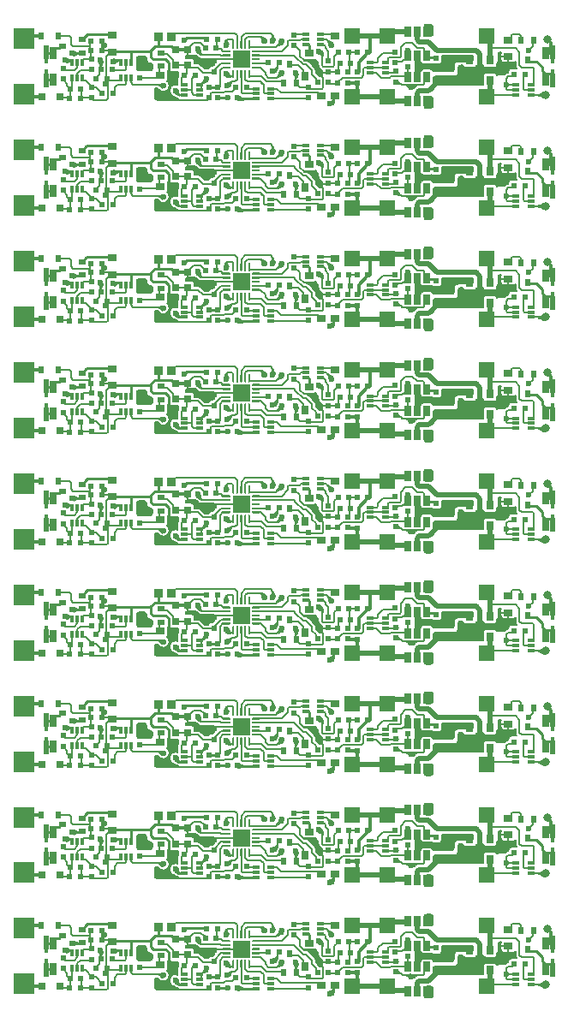
<source format=gtl>
%TF.GenerationSoftware,KiCad,Pcbnew,(5.1.9)-1*%
%TF.CreationDate,2021-10-10T13:17:47+09:00*%
%TF.ProjectId,K7012RA,4b373031-3252-4412-9e6b-696361645f70,rev?*%
%TF.SameCoordinates,PX6b49d20PY8b79910*%
%TF.FileFunction,Copper,L1,Top*%
%TF.FilePolarity,Positive*%
%FSLAX46Y46*%
G04 Gerber Fmt 4.6, Leading zero omitted, Abs format (unit mm)*
G04 Created by KiCad (PCBNEW (5.1.9)-1) date 2021-10-10 13:17:47*
%MOMM*%
%LPD*%
G01*
G04 APERTURE LIST*
%TA.AperFunction,ComponentPad*%
%ADD10R,1.500000X1.500000*%
%TD*%
%TA.AperFunction,SMDPad,CuDef*%
%ADD11R,0.700000X0.800000*%
%TD*%
%TA.AperFunction,SMDPad,CuDef*%
%ADD12R,0.800000X0.900000*%
%TD*%
%TA.AperFunction,SMDPad,CuDef*%
%ADD13R,1.200000X0.900000*%
%TD*%
%TA.AperFunction,SMDPad,CuDef*%
%ADD14R,0.700000X0.300000*%
%TD*%
%TA.AperFunction,SMDPad,CuDef*%
%ADD15R,0.900000X0.800000*%
%TD*%
%TA.AperFunction,SMDPad,CuDef*%
%ADD16R,0.600000X0.550000*%
%TD*%
%TA.AperFunction,SMDPad,CuDef*%
%ADD17R,0.900000X0.650000*%
%TD*%
%TA.AperFunction,ComponentPad*%
%ADD18R,2.000000X2.000000*%
%TD*%
%TA.AperFunction,SMDPad,CuDef*%
%ADD19R,0.300000X0.700000*%
%TD*%
%TA.AperFunction,SMDPad,CuDef*%
%ADD20R,0.550000X0.600000*%
%TD*%
%TA.AperFunction,SMDPad,CuDef*%
%ADD21R,0.900000X0.700000*%
%TD*%
%TA.AperFunction,SMDPad,CuDef*%
%ADD22R,0.750000X1.300000*%
%TD*%
%TA.AperFunction,SMDPad,CuDef*%
%ADD23R,0.300000X0.500000*%
%TD*%
%TA.AperFunction,SMDPad,CuDef*%
%ADD24R,0.500000X1.450000*%
%TD*%
%TA.AperFunction,SMDPad,CuDef*%
%ADD25R,0.500000X0.800000*%
%TD*%
%TA.AperFunction,SMDPad,CuDef*%
%ADD26R,0.600000X0.800000*%
%TD*%
%TA.AperFunction,SMDPad,CuDef*%
%ADD27R,0.700000X1.000000*%
%TD*%
%TA.AperFunction,SMDPad,CuDef*%
%ADD28R,0.800000X0.500000*%
%TD*%
%TA.AperFunction,SMDPad,CuDef*%
%ADD29R,0.700000X0.900000*%
%TD*%
%TA.AperFunction,SMDPad,CuDef*%
%ADD30R,0.500000X0.550000*%
%TD*%
%TA.AperFunction,SMDPad,CuDef*%
%ADD31R,0.800000X0.800000*%
%TD*%
%TA.AperFunction,SMDPad,CuDef*%
%ADD32R,0.550000X0.500000*%
%TD*%
%TA.AperFunction,SMDPad,CuDef*%
%ADD33C,0.100000*%
%TD*%
%TA.AperFunction,SMDPad,CuDef*%
%ADD34R,1.700000X1.700000*%
%TD*%
%TA.AperFunction,ComponentPad*%
%ADD35R,0.950000X0.950000*%
%TD*%
%TA.AperFunction,ViaPad*%
%ADD36C,0.600000*%
%TD*%
%TA.AperFunction,ViaPad*%
%ADD37C,0.800000*%
%TD*%
%TA.AperFunction,Conductor*%
%ADD38C,0.250000*%
%TD*%
%TA.AperFunction,Conductor*%
%ADD39C,0.500000*%
%TD*%
%TA.AperFunction,Conductor*%
%ADD40C,0.300000*%
%TD*%
%TA.AperFunction,Conductor*%
%ADD41C,0.180000*%
%TD*%
%TA.AperFunction,Conductor*%
%ADD42C,0.200000*%
%TD*%
%TA.AperFunction,Conductor*%
%ADD43C,0.170000*%
%TD*%
%TA.AperFunction,Conductor*%
%ADD44C,0.100000*%
%TD*%
%TA.AperFunction,Conductor*%
%ADD45C,0.025400*%
%TD*%
G04 APERTURE END LIST*
D10*
%TO.P,P5,1*%
%TO.N,MOTOR+*%
X44450000Y7750000D03*
X40950000Y7750000D03*
%TD*%
%TO.P,P5,1*%
%TO.N,MOTOR+*%
X44450000Y18750000D03*
X40950000Y18750000D03*
%TD*%
%TO.P,P5,1*%
%TO.N,MOTOR+*%
X44450000Y29750000D03*
X40950000Y29750000D03*
%TD*%
%TO.P,P5,1*%
%TO.N,MOTOR+*%
X44450000Y40750000D03*
X40950000Y40750000D03*
%TD*%
%TO.P,P5,1*%
%TO.N,MOTOR+*%
X44450000Y51750000D03*
X40950000Y51750000D03*
%TD*%
%TO.P,P5,1*%
%TO.N,MOTOR+*%
X44450000Y62750000D03*
X40950000Y62750000D03*
%TD*%
%TO.P,P5,1*%
%TO.N,MOTOR+*%
X44450000Y73750000D03*
X40950000Y73750000D03*
%TD*%
%TO.P,P5,1*%
%TO.N,MOTOR+*%
X44450000Y84750000D03*
X40950000Y84750000D03*
%TD*%
D11*
%TO.P,D22,2*%
%TO.N,RAIL-*%
X10300000Y1750000D03*
%TO.P,D22,1*%
%TO.N,VRAIL-*%
X12100000Y1750000D03*
%TD*%
%TO.P,D22,2*%
%TO.N,RAIL-*%
X10300000Y12750000D03*
%TO.P,D22,1*%
%TO.N,VRAIL-*%
X12100000Y12750000D03*
%TD*%
%TO.P,D22,2*%
%TO.N,RAIL-*%
X10300000Y23750000D03*
%TO.P,D22,1*%
%TO.N,VRAIL-*%
X12100000Y23750000D03*
%TD*%
%TO.P,D22,2*%
%TO.N,RAIL-*%
X10300000Y34750000D03*
%TO.P,D22,1*%
%TO.N,VRAIL-*%
X12100000Y34750000D03*
%TD*%
%TO.P,D22,2*%
%TO.N,RAIL-*%
X10300000Y45750000D03*
%TO.P,D22,1*%
%TO.N,VRAIL-*%
X12100000Y45750000D03*
%TD*%
%TO.P,D22,2*%
%TO.N,RAIL-*%
X10300000Y56750000D03*
%TO.P,D22,1*%
%TO.N,VRAIL-*%
X12100000Y56750000D03*
%TD*%
%TO.P,D22,2*%
%TO.N,RAIL-*%
X10300000Y67750000D03*
%TO.P,D22,1*%
%TO.N,VRAIL-*%
X12100000Y67750000D03*
%TD*%
%TO.P,D22,2*%
%TO.N,RAIL-*%
X10300000Y78750000D03*
%TO.P,D22,1*%
%TO.N,VRAIL-*%
X12100000Y78750000D03*
%TD*%
D12*
%TO.P,D1,4*%
%TO.N,+12V*%
X52600000Y5350000D03*
%TO.P,D1,3*%
%TO.N,RAIL+*%
X54600000Y5350000D03*
%TO.P,D1,2*%
%TO.N,RAIL-*%
X54600000Y3350000D03*
D13*
%TO.P,D1,1*%
%TO.N,GND*%
X52800000Y3350000D03*
%TD*%
D12*
%TO.P,D1,4*%
%TO.N,+12V*%
X52600000Y16350000D03*
%TO.P,D1,3*%
%TO.N,RAIL+*%
X54600000Y16350000D03*
%TO.P,D1,2*%
%TO.N,RAIL-*%
X54600000Y14350000D03*
D13*
%TO.P,D1,1*%
%TO.N,GND*%
X52800000Y14350000D03*
%TD*%
D12*
%TO.P,D1,4*%
%TO.N,+12V*%
X52600000Y27350000D03*
%TO.P,D1,3*%
%TO.N,RAIL+*%
X54600000Y27350000D03*
%TO.P,D1,2*%
%TO.N,RAIL-*%
X54600000Y25350000D03*
D13*
%TO.P,D1,1*%
%TO.N,GND*%
X52800000Y25350000D03*
%TD*%
D12*
%TO.P,D1,4*%
%TO.N,+12V*%
X52600000Y38350000D03*
%TO.P,D1,3*%
%TO.N,RAIL+*%
X54600000Y38350000D03*
%TO.P,D1,2*%
%TO.N,RAIL-*%
X54600000Y36350000D03*
D13*
%TO.P,D1,1*%
%TO.N,GND*%
X52800000Y36350000D03*
%TD*%
D12*
%TO.P,D1,4*%
%TO.N,+12V*%
X52600000Y49350000D03*
%TO.P,D1,3*%
%TO.N,RAIL+*%
X54600000Y49350000D03*
%TO.P,D1,2*%
%TO.N,RAIL-*%
X54600000Y47350000D03*
D13*
%TO.P,D1,1*%
%TO.N,GND*%
X52800000Y47350000D03*
%TD*%
D12*
%TO.P,D1,4*%
%TO.N,+12V*%
X52600000Y60350000D03*
%TO.P,D1,3*%
%TO.N,RAIL+*%
X54600000Y60350000D03*
%TO.P,D1,2*%
%TO.N,RAIL-*%
X54600000Y58350000D03*
D13*
%TO.P,D1,1*%
%TO.N,GND*%
X52800000Y58350000D03*
%TD*%
D12*
%TO.P,D1,4*%
%TO.N,+12V*%
X52600000Y71350000D03*
%TO.P,D1,3*%
%TO.N,RAIL+*%
X54600000Y71350000D03*
%TO.P,D1,2*%
%TO.N,RAIL-*%
X54600000Y69350000D03*
D13*
%TO.P,D1,1*%
%TO.N,GND*%
X52800000Y69350000D03*
%TD*%
D12*
%TO.P,D1,4*%
%TO.N,+12V*%
X52600000Y82350000D03*
%TO.P,D1,3*%
%TO.N,RAIL+*%
X54600000Y82350000D03*
%TO.P,D1,2*%
%TO.N,RAIL-*%
X54600000Y80350000D03*
D13*
%TO.P,D1,1*%
%TO.N,GND*%
X52800000Y80350000D03*
%TD*%
D14*
%TO.P,Q8,6*%
%TO.N,RAIL-*%
X57150000Y1950000D03*
%TO.P,Q8,5*%
%TO.N,Net-(Q6-Pad3)*%
X57150000Y2450000D03*
%TO.P,Q8,4*%
X57150000Y2950000D03*
%TO.P,Q8,3*%
%TO.N,RAIL+*%
X58650000Y2950000D03*
%TO.P,Q8,2*%
%TO.N,Net-(Q8-Pad2)*%
X58650000Y2450000D03*
%TO.P,Q8,1*%
%TO.N,GND*%
X58650000Y1950000D03*
%TD*%
%TO.P,Q8,6*%
%TO.N,RAIL-*%
X57150000Y12950000D03*
%TO.P,Q8,5*%
%TO.N,Net-(Q6-Pad3)*%
X57150000Y13450000D03*
%TO.P,Q8,4*%
X57150000Y13950000D03*
%TO.P,Q8,3*%
%TO.N,RAIL+*%
X58650000Y13950000D03*
%TO.P,Q8,2*%
%TO.N,Net-(Q8-Pad2)*%
X58650000Y13450000D03*
%TO.P,Q8,1*%
%TO.N,GND*%
X58650000Y12950000D03*
%TD*%
%TO.P,Q8,6*%
%TO.N,RAIL-*%
X57150000Y23950000D03*
%TO.P,Q8,5*%
%TO.N,Net-(Q6-Pad3)*%
X57150000Y24450000D03*
%TO.P,Q8,4*%
X57150000Y24950000D03*
%TO.P,Q8,3*%
%TO.N,RAIL+*%
X58650000Y24950000D03*
%TO.P,Q8,2*%
%TO.N,Net-(Q8-Pad2)*%
X58650000Y24450000D03*
%TO.P,Q8,1*%
%TO.N,GND*%
X58650000Y23950000D03*
%TD*%
%TO.P,Q8,6*%
%TO.N,RAIL-*%
X57150000Y34950000D03*
%TO.P,Q8,5*%
%TO.N,Net-(Q6-Pad3)*%
X57150000Y35450000D03*
%TO.P,Q8,4*%
X57150000Y35950000D03*
%TO.P,Q8,3*%
%TO.N,RAIL+*%
X58650000Y35950000D03*
%TO.P,Q8,2*%
%TO.N,Net-(Q8-Pad2)*%
X58650000Y35450000D03*
%TO.P,Q8,1*%
%TO.N,GND*%
X58650000Y34950000D03*
%TD*%
%TO.P,Q8,6*%
%TO.N,RAIL-*%
X57150000Y45950000D03*
%TO.P,Q8,5*%
%TO.N,Net-(Q6-Pad3)*%
X57150000Y46450000D03*
%TO.P,Q8,4*%
X57150000Y46950000D03*
%TO.P,Q8,3*%
%TO.N,RAIL+*%
X58650000Y46950000D03*
%TO.P,Q8,2*%
%TO.N,Net-(Q8-Pad2)*%
X58650000Y46450000D03*
%TO.P,Q8,1*%
%TO.N,GND*%
X58650000Y45950000D03*
%TD*%
%TO.P,Q8,6*%
%TO.N,RAIL-*%
X57150000Y56950000D03*
%TO.P,Q8,5*%
%TO.N,Net-(Q6-Pad3)*%
X57150000Y57450000D03*
%TO.P,Q8,4*%
X57150000Y57950000D03*
%TO.P,Q8,3*%
%TO.N,RAIL+*%
X58650000Y57950000D03*
%TO.P,Q8,2*%
%TO.N,Net-(Q8-Pad2)*%
X58650000Y57450000D03*
%TO.P,Q8,1*%
%TO.N,GND*%
X58650000Y56950000D03*
%TD*%
%TO.P,Q8,6*%
%TO.N,RAIL-*%
X57150000Y67950000D03*
%TO.P,Q8,5*%
%TO.N,Net-(Q6-Pad3)*%
X57150000Y68450000D03*
%TO.P,Q8,4*%
X57150000Y68950000D03*
%TO.P,Q8,3*%
%TO.N,RAIL+*%
X58650000Y68950000D03*
%TO.P,Q8,2*%
%TO.N,Net-(Q8-Pad2)*%
X58650000Y68450000D03*
%TO.P,Q8,1*%
%TO.N,GND*%
X58650000Y67950000D03*
%TD*%
%TO.P,Q8,6*%
%TO.N,RAIL-*%
X57150000Y78950000D03*
%TO.P,Q8,5*%
%TO.N,Net-(Q6-Pad3)*%
X57150000Y79450000D03*
%TO.P,Q8,4*%
X57150000Y79950000D03*
%TO.P,Q8,3*%
%TO.N,RAIL+*%
X58650000Y79950000D03*
%TO.P,Q8,2*%
%TO.N,Net-(Q8-Pad2)*%
X58650000Y79450000D03*
%TO.P,Q8,1*%
%TO.N,GND*%
X58650000Y78950000D03*
%TD*%
D15*
%TO.P,D3,1*%
%TO.N,Net-(D3-Pad1)*%
X22000000Y3900000D03*
%TO.P,D3,2*%
%TO.N,GND*%
X22000000Y1800000D03*
%TD*%
%TO.P,D3,1*%
%TO.N,Net-(D3-Pad1)*%
X22000000Y14900000D03*
%TO.P,D3,2*%
%TO.N,GND*%
X22000000Y12800000D03*
%TD*%
%TO.P,D3,1*%
%TO.N,Net-(D3-Pad1)*%
X22000000Y25900000D03*
%TO.P,D3,2*%
%TO.N,GND*%
X22000000Y23800000D03*
%TD*%
%TO.P,D3,1*%
%TO.N,Net-(D3-Pad1)*%
X22000000Y36900000D03*
%TO.P,D3,2*%
%TO.N,GND*%
X22000000Y34800000D03*
%TD*%
%TO.P,D3,1*%
%TO.N,Net-(D3-Pad1)*%
X22000000Y47900000D03*
%TO.P,D3,2*%
%TO.N,GND*%
X22000000Y45800000D03*
%TD*%
%TO.P,D3,1*%
%TO.N,Net-(D3-Pad1)*%
X22000000Y58900000D03*
%TO.P,D3,2*%
%TO.N,GND*%
X22000000Y56800000D03*
%TD*%
%TO.P,D3,1*%
%TO.N,Net-(D3-Pad1)*%
X22000000Y69900000D03*
%TO.P,D3,2*%
%TO.N,GND*%
X22000000Y67800000D03*
%TD*%
%TO.P,D3,1*%
%TO.N,Net-(D3-Pad1)*%
X22000000Y80900000D03*
%TO.P,D3,2*%
%TO.N,GND*%
X22000000Y78800000D03*
%TD*%
D10*
%TO.P,P4,1*%
%TO.N,RAIL-*%
X54250000Y1750000D03*
%TD*%
%TO.P,P4,1*%
%TO.N,RAIL-*%
X54250000Y12750000D03*
%TD*%
%TO.P,P4,1*%
%TO.N,RAIL-*%
X54250000Y23750000D03*
%TD*%
%TO.P,P4,1*%
%TO.N,RAIL-*%
X54250000Y34750000D03*
%TD*%
%TO.P,P4,1*%
%TO.N,RAIL-*%
X54250000Y45750000D03*
%TD*%
%TO.P,P4,1*%
%TO.N,RAIL-*%
X54250000Y56750000D03*
%TD*%
%TO.P,P4,1*%
%TO.N,RAIL-*%
X54250000Y67750000D03*
%TD*%
%TO.P,P4,1*%
%TO.N,RAIL-*%
X54250000Y78750000D03*
%TD*%
D16*
%TO.P,R35,2*%
%TO.N,VRAIL-*%
X12400000Y3525000D03*
%TO.P,R35,1*%
%TO.N,Net-(Q21-Pad5)*%
X12400000Y4575000D03*
%TD*%
%TO.P,R35,2*%
%TO.N,VRAIL-*%
X12400000Y14525000D03*
%TO.P,R35,1*%
%TO.N,Net-(Q21-Pad5)*%
X12400000Y15575000D03*
%TD*%
%TO.P,R35,2*%
%TO.N,VRAIL-*%
X12400000Y25525000D03*
%TO.P,R35,1*%
%TO.N,Net-(Q21-Pad5)*%
X12400000Y26575000D03*
%TD*%
%TO.P,R35,2*%
%TO.N,VRAIL-*%
X12400000Y36525000D03*
%TO.P,R35,1*%
%TO.N,Net-(Q21-Pad5)*%
X12400000Y37575000D03*
%TD*%
%TO.P,R35,2*%
%TO.N,VRAIL-*%
X12400000Y47525000D03*
%TO.P,R35,1*%
%TO.N,Net-(Q21-Pad5)*%
X12400000Y48575000D03*
%TD*%
%TO.P,R35,2*%
%TO.N,VRAIL-*%
X12400000Y58525000D03*
%TO.P,R35,1*%
%TO.N,Net-(Q21-Pad5)*%
X12400000Y59575000D03*
%TD*%
%TO.P,R35,2*%
%TO.N,VRAIL-*%
X12400000Y69525000D03*
%TO.P,R35,1*%
%TO.N,Net-(Q21-Pad5)*%
X12400000Y70575000D03*
%TD*%
%TO.P,R35,2*%
%TO.N,VRAIL-*%
X12400000Y80525000D03*
%TO.P,R35,1*%
%TO.N,Net-(Q21-Pad5)*%
X12400000Y81575000D03*
%TD*%
%TO.P,R26,2*%
%TO.N,GND*%
X38600000Y4225000D03*
%TO.P,R26,1*%
%TO.N,Net-(Q14-Pad4)*%
X38600000Y5275000D03*
%TD*%
%TO.P,R26,2*%
%TO.N,GND*%
X38600000Y15225000D03*
%TO.P,R26,1*%
%TO.N,Net-(Q14-Pad4)*%
X38600000Y16275000D03*
%TD*%
%TO.P,R26,2*%
%TO.N,GND*%
X38600000Y26225000D03*
%TO.P,R26,1*%
%TO.N,Net-(Q14-Pad4)*%
X38600000Y27275000D03*
%TD*%
%TO.P,R26,2*%
%TO.N,GND*%
X38600000Y37225000D03*
%TO.P,R26,1*%
%TO.N,Net-(Q14-Pad4)*%
X38600000Y38275000D03*
%TD*%
%TO.P,R26,2*%
%TO.N,GND*%
X38600000Y48225000D03*
%TO.P,R26,1*%
%TO.N,Net-(Q14-Pad4)*%
X38600000Y49275000D03*
%TD*%
%TO.P,R26,2*%
%TO.N,GND*%
X38600000Y59225000D03*
%TO.P,R26,1*%
%TO.N,Net-(Q14-Pad4)*%
X38600000Y60275000D03*
%TD*%
%TO.P,R26,2*%
%TO.N,GND*%
X38600000Y70225000D03*
%TO.P,R26,1*%
%TO.N,Net-(Q14-Pad4)*%
X38600000Y71275000D03*
%TD*%
%TO.P,R26,2*%
%TO.N,GND*%
X38600000Y81225000D03*
%TO.P,R26,1*%
%TO.N,Net-(Q14-Pad4)*%
X38600000Y82275000D03*
%TD*%
D17*
%TO.P,R21,2*%
%TO.N,GND*%
X17250000Y6175000D03*
%TO.P,R21,1*%
%TO.N,Net-(Q12-Pad2)*%
X17250000Y7825000D03*
%TD*%
%TO.P,R21,2*%
%TO.N,GND*%
X17250000Y17175000D03*
%TO.P,R21,1*%
%TO.N,Net-(Q12-Pad2)*%
X17250000Y18825000D03*
%TD*%
%TO.P,R21,2*%
%TO.N,GND*%
X17250000Y28175000D03*
%TO.P,R21,1*%
%TO.N,Net-(Q12-Pad2)*%
X17250000Y29825000D03*
%TD*%
%TO.P,R21,2*%
%TO.N,GND*%
X17250000Y39175000D03*
%TO.P,R21,1*%
%TO.N,Net-(Q12-Pad2)*%
X17250000Y40825000D03*
%TD*%
%TO.P,R21,2*%
%TO.N,GND*%
X17250000Y50175000D03*
%TO.P,R21,1*%
%TO.N,Net-(Q12-Pad2)*%
X17250000Y51825000D03*
%TD*%
%TO.P,R21,2*%
%TO.N,GND*%
X17250000Y61175000D03*
%TO.P,R21,1*%
%TO.N,Net-(Q12-Pad2)*%
X17250000Y62825000D03*
%TD*%
%TO.P,R21,2*%
%TO.N,GND*%
X17250000Y72175000D03*
%TO.P,R21,1*%
%TO.N,Net-(Q12-Pad2)*%
X17250000Y73825000D03*
%TD*%
%TO.P,R21,2*%
%TO.N,GND*%
X17250000Y83175000D03*
%TO.P,R21,1*%
%TO.N,Net-(Q12-Pad2)*%
X17250000Y84825000D03*
%TD*%
D18*
%TO.P,P1,1*%
%TO.N,RAIL+*%
X8500000Y7500000D03*
%TD*%
%TO.P,P1,1*%
%TO.N,RAIL+*%
X8500000Y18500000D03*
%TD*%
%TO.P,P1,1*%
%TO.N,RAIL+*%
X8500000Y29500000D03*
%TD*%
%TO.P,P1,1*%
%TO.N,RAIL+*%
X8500000Y40500000D03*
%TD*%
%TO.P,P1,1*%
%TO.N,RAIL+*%
X8500000Y51500000D03*
%TD*%
%TO.P,P1,1*%
%TO.N,RAIL+*%
X8500000Y62500000D03*
%TD*%
%TO.P,P1,1*%
%TO.N,RAIL+*%
X8500000Y73500000D03*
%TD*%
%TO.P,P1,1*%
%TO.N,RAIL+*%
X8500000Y84500000D03*
%TD*%
D19*
%TO.P,Q22,6*%
%TO.N,ABC+*%
X19100000Y3600000D03*
%TO.P,Q22,5*%
%TO.N,Net-(Q22-Pad5)*%
X18600000Y3600000D03*
%TO.P,Q22,4*%
%TO.N,GND*%
X18100000Y3600000D03*
%TO.P,Q22,3*%
%TO.N,ABC-*%
X18100000Y5100000D03*
%TO.P,Q22,2*%
%TO.N,Net-(Q22-Pad2)*%
X18600000Y5100000D03*
%TO.P,Q22,1*%
%TO.N,GND*%
X19100000Y5100000D03*
%TD*%
%TO.P,Q22,6*%
%TO.N,ABC+*%
X19100000Y14600000D03*
%TO.P,Q22,5*%
%TO.N,Net-(Q22-Pad5)*%
X18600000Y14600000D03*
%TO.P,Q22,4*%
%TO.N,GND*%
X18100000Y14600000D03*
%TO.P,Q22,3*%
%TO.N,ABC-*%
X18100000Y16100000D03*
%TO.P,Q22,2*%
%TO.N,Net-(Q22-Pad2)*%
X18600000Y16100000D03*
%TO.P,Q22,1*%
%TO.N,GND*%
X19100000Y16100000D03*
%TD*%
%TO.P,Q22,6*%
%TO.N,ABC+*%
X19100000Y25600000D03*
%TO.P,Q22,5*%
%TO.N,Net-(Q22-Pad5)*%
X18600000Y25600000D03*
%TO.P,Q22,4*%
%TO.N,GND*%
X18100000Y25600000D03*
%TO.P,Q22,3*%
%TO.N,ABC-*%
X18100000Y27100000D03*
%TO.P,Q22,2*%
%TO.N,Net-(Q22-Pad2)*%
X18600000Y27100000D03*
%TO.P,Q22,1*%
%TO.N,GND*%
X19100000Y27100000D03*
%TD*%
%TO.P,Q22,6*%
%TO.N,ABC+*%
X19100000Y36600000D03*
%TO.P,Q22,5*%
%TO.N,Net-(Q22-Pad5)*%
X18600000Y36600000D03*
%TO.P,Q22,4*%
%TO.N,GND*%
X18100000Y36600000D03*
%TO.P,Q22,3*%
%TO.N,ABC-*%
X18100000Y38100000D03*
%TO.P,Q22,2*%
%TO.N,Net-(Q22-Pad2)*%
X18600000Y38100000D03*
%TO.P,Q22,1*%
%TO.N,GND*%
X19100000Y38100000D03*
%TD*%
%TO.P,Q22,6*%
%TO.N,ABC+*%
X19100000Y47600000D03*
%TO.P,Q22,5*%
%TO.N,Net-(Q22-Pad5)*%
X18600000Y47600000D03*
%TO.P,Q22,4*%
%TO.N,GND*%
X18100000Y47600000D03*
%TO.P,Q22,3*%
%TO.N,ABC-*%
X18100000Y49100000D03*
%TO.P,Q22,2*%
%TO.N,Net-(Q22-Pad2)*%
X18600000Y49100000D03*
%TO.P,Q22,1*%
%TO.N,GND*%
X19100000Y49100000D03*
%TD*%
%TO.P,Q22,6*%
%TO.N,ABC+*%
X19100000Y58600000D03*
%TO.P,Q22,5*%
%TO.N,Net-(Q22-Pad5)*%
X18600000Y58600000D03*
%TO.P,Q22,4*%
%TO.N,GND*%
X18100000Y58600000D03*
%TO.P,Q22,3*%
%TO.N,ABC-*%
X18100000Y60100000D03*
%TO.P,Q22,2*%
%TO.N,Net-(Q22-Pad2)*%
X18600000Y60100000D03*
%TO.P,Q22,1*%
%TO.N,GND*%
X19100000Y60100000D03*
%TD*%
%TO.P,Q22,6*%
%TO.N,ABC+*%
X19100000Y69600000D03*
%TO.P,Q22,5*%
%TO.N,Net-(Q22-Pad5)*%
X18600000Y69600000D03*
%TO.P,Q22,4*%
%TO.N,GND*%
X18100000Y69600000D03*
%TO.P,Q22,3*%
%TO.N,ABC-*%
X18100000Y71100000D03*
%TO.P,Q22,2*%
%TO.N,Net-(Q22-Pad2)*%
X18600000Y71100000D03*
%TO.P,Q22,1*%
%TO.N,GND*%
X19100000Y71100000D03*
%TD*%
%TO.P,Q22,6*%
%TO.N,ABC+*%
X19100000Y80600000D03*
%TO.P,Q22,5*%
%TO.N,Net-(Q22-Pad5)*%
X18600000Y80600000D03*
%TO.P,Q22,4*%
%TO.N,GND*%
X18100000Y80600000D03*
%TO.P,Q22,3*%
%TO.N,ABC-*%
X18100000Y82100000D03*
%TO.P,Q22,2*%
%TO.N,Net-(Q22-Pad2)*%
X18600000Y82100000D03*
%TO.P,Q22,1*%
%TO.N,GND*%
X19100000Y82100000D03*
%TD*%
D18*
%TO.P,P3,1*%
%TO.N,RAIL-*%
X8500000Y2000000D03*
%TD*%
%TO.P,P3,1*%
%TO.N,RAIL-*%
X8500000Y13000000D03*
%TD*%
%TO.P,P3,1*%
%TO.N,RAIL-*%
X8500000Y24000000D03*
%TD*%
%TO.P,P3,1*%
%TO.N,RAIL-*%
X8500000Y35000000D03*
%TD*%
%TO.P,P3,1*%
%TO.N,RAIL-*%
X8500000Y46000000D03*
%TD*%
%TO.P,P3,1*%
%TO.N,RAIL-*%
X8500000Y57000000D03*
%TD*%
%TO.P,P3,1*%
%TO.N,RAIL-*%
X8500000Y68000000D03*
%TD*%
%TO.P,P3,1*%
%TO.N,RAIL-*%
X8500000Y79000000D03*
%TD*%
D20*
%TO.P,R13,2*%
%TO.N,TXD*%
X32675000Y5150000D03*
%TO.P,R13,1*%
%TO.N,Net-(Q6-Pad5)*%
X33725000Y5150000D03*
%TD*%
%TO.P,R13,2*%
%TO.N,TXD*%
X32675000Y16150000D03*
%TO.P,R13,1*%
%TO.N,Net-(Q6-Pad5)*%
X33725000Y16150000D03*
%TD*%
%TO.P,R13,2*%
%TO.N,TXD*%
X32675000Y27150000D03*
%TO.P,R13,1*%
%TO.N,Net-(Q6-Pad5)*%
X33725000Y27150000D03*
%TD*%
%TO.P,R13,2*%
%TO.N,TXD*%
X32675000Y38150000D03*
%TO.P,R13,1*%
%TO.N,Net-(Q6-Pad5)*%
X33725000Y38150000D03*
%TD*%
%TO.P,R13,2*%
%TO.N,TXD*%
X32675000Y49150000D03*
%TO.P,R13,1*%
%TO.N,Net-(Q6-Pad5)*%
X33725000Y49150000D03*
%TD*%
%TO.P,R13,2*%
%TO.N,TXD*%
X32675000Y60150000D03*
%TO.P,R13,1*%
%TO.N,Net-(Q6-Pad5)*%
X33725000Y60150000D03*
%TD*%
%TO.P,R13,2*%
%TO.N,TXD*%
X32675000Y71150000D03*
%TO.P,R13,1*%
%TO.N,Net-(Q6-Pad5)*%
X33725000Y71150000D03*
%TD*%
%TO.P,R13,2*%
%TO.N,TXD*%
X32675000Y82150000D03*
%TO.P,R13,1*%
%TO.N,Net-(Q6-Pad5)*%
X33725000Y82150000D03*
%TD*%
D10*
%TO.P,P2,1*%
%TO.N,RAIL+*%
X54250000Y7750000D03*
%TD*%
%TO.P,P2,1*%
%TO.N,RAIL+*%
X54250000Y18750000D03*
%TD*%
%TO.P,P2,1*%
%TO.N,RAIL+*%
X54250000Y29750000D03*
%TD*%
%TO.P,P2,1*%
%TO.N,RAIL+*%
X54250000Y40750000D03*
%TD*%
%TO.P,P2,1*%
%TO.N,RAIL+*%
X54250000Y51750000D03*
%TD*%
%TO.P,P2,1*%
%TO.N,RAIL+*%
X54250000Y62750000D03*
%TD*%
%TO.P,P2,1*%
%TO.N,RAIL+*%
X54250000Y73750000D03*
%TD*%
%TO.P,P2,1*%
%TO.N,RAIL+*%
X54250000Y84750000D03*
%TD*%
D20*
%TO.P,R9,2*%
%TO.N,MOTOR+*%
X42525000Y6150000D03*
%TO.P,R9,1*%
%TO.N,Net-(R10-Pad1)*%
X41475000Y6150000D03*
%TD*%
%TO.P,R9,2*%
%TO.N,MOTOR+*%
X42525000Y17150000D03*
%TO.P,R9,1*%
%TO.N,Net-(R10-Pad1)*%
X41475000Y17150000D03*
%TD*%
%TO.P,R9,2*%
%TO.N,MOTOR+*%
X42525000Y28150000D03*
%TO.P,R9,1*%
%TO.N,Net-(R10-Pad1)*%
X41475000Y28150000D03*
%TD*%
%TO.P,R9,2*%
%TO.N,MOTOR+*%
X42525000Y39150000D03*
%TO.P,R9,1*%
%TO.N,Net-(R10-Pad1)*%
X41475000Y39150000D03*
%TD*%
%TO.P,R9,2*%
%TO.N,MOTOR+*%
X42525000Y50150000D03*
%TO.P,R9,1*%
%TO.N,Net-(R10-Pad1)*%
X41475000Y50150000D03*
%TD*%
%TO.P,R9,2*%
%TO.N,MOTOR+*%
X42525000Y61150000D03*
%TO.P,R9,1*%
%TO.N,Net-(R10-Pad1)*%
X41475000Y61150000D03*
%TD*%
%TO.P,R9,2*%
%TO.N,MOTOR+*%
X42525000Y72150000D03*
%TO.P,R9,1*%
%TO.N,Net-(R10-Pad1)*%
X41475000Y72150000D03*
%TD*%
%TO.P,R9,2*%
%TO.N,MOTOR+*%
X42525000Y83150000D03*
%TO.P,R9,1*%
%TO.N,Net-(R10-Pad1)*%
X41475000Y83150000D03*
%TD*%
D16*
%TO.P,R25,1*%
%TO.N,Net-(Q14-Pad1)*%
X35200000Y7875000D03*
%TO.P,R25,2*%
%TO.N,GND*%
X35200000Y6825000D03*
%TD*%
%TO.P,R25,1*%
%TO.N,Net-(Q14-Pad1)*%
X35200000Y18875000D03*
%TO.P,R25,2*%
%TO.N,GND*%
X35200000Y17825000D03*
%TD*%
%TO.P,R25,1*%
%TO.N,Net-(Q14-Pad1)*%
X35200000Y29875000D03*
%TO.P,R25,2*%
%TO.N,GND*%
X35200000Y28825000D03*
%TD*%
%TO.P,R25,1*%
%TO.N,Net-(Q14-Pad1)*%
X35200000Y40875000D03*
%TO.P,R25,2*%
%TO.N,GND*%
X35200000Y39825000D03*
%TD*%
%TO.P,R25,1*%
%TO.N,Net-(Q14-Pad1)*%
X35200000Y51875000D03*
%TO.P,R25,2*%
%TO.N,GND*%
X35200000Y50825000D03*
%TD*%
%TO.P,R25,1*%
%TO.N,Net-(Q14-Pad1)*%
X35200000Y62875000D03*
%TO.P,R25,2*%
%TO.N,GND*%
X35200000Y61825000D03*
%TD*%
%TO.P,R25,1*%
%TO.N,Net-(Q14-Pad1)*%
X35200000Y73875000D03*
%TO.P,R25,2*%
%TO.N,GND*%
X35200000Y72825000D03*
%TD*%
%TO.P,R25,1*%
%TO.N,Net-(Q14-Pad1)*%
X35200000Y84875000D03*
%TO.P,R25,2*%
%TO.N,GND*%
X35200000Y83825000D03*
%TD*%
D20*
%TO.P,R15,2*%
%TO.N,Net-(Q8-Pad2)*%
X58025000Y3950000D03*
%TO.P,R15,1*%
%TO.N,Net-(Q6-Pad3)*%
X56975000Y3950000D03*
%TD*%
%TO.P,R15,2*%
%TO.N,Net-(Q8-Pad2)*%
X58025000Y14950000D03*
%TO.P,R15,1*%
%TO.N,Net-(Q6-Pad3)*%
X56975000Y14950000D03*
%TD*%
%TO.P,R15,2*%
%TO.N,Net-(Q8-Pad2)*%
X58025000Y25950000D03*
%TO.P,R15,1*%
%TO.N,Net-(Q6-Pad3)*%
X56975000Y25950000D03*
%TD*%
%TO.P,R15,2*%
%TO.N,Net-(Q8-Pad2)*%
X58025000Y36950000D03*
%TO.P,R15,1*%
%TO.N,Net-(Q6-Pad3)*%
X56975000Y36950000D03*
%TD*%
%TO.P,R15,2*%
%TO.N,Net-(Q8-Pad2)*%
X58025000Y47950000D03*
%TO.P,R15,1*%
%TO.N,Net-(Q6-Pad3)*%
X56975000Y47950000D03*
%TD*%
%TO.P,R15,2*%
%TO.N,Net-(Q8-Pad2)*%
X58025000Y58950000D03*
%TO.P,R15,1*%
%TO.N,Net-(Q6-Pad3)*%
X56975000Y58950000D03*
%TD*%
%TO.P,R15,2*%
%TO.N,Net-(Q8-Pad2)*%
X58025000Y69950000D03*
%TO.P,R15,1*%
%TO.N,Net-(Q6-Pad3)*%
X56975000Y69950000D03*
%TD*%
%TO.P,R15,2*%
%TO.N,Net-(Q8-Pad2)*%
X58025000Y80950000D03*
%TO.P,R15,1*%
%TO.N,Net-(Q6-Pad3)*%
X56975000Y80950000D03*
%TD*%
D14*
%TO.P,Q6,1*%
%TO.N,+5V*%
X24350000Y2950000D03*
%TO.P,Q6,2*%
%TO.N,Net-(Q6-Pad2)*%
X24350000Y2450000D03*
%TO.P,Q6,3*%
%TO.N,Net-(Q6-Pad3)*%
X24350000Y1950000D03*
%TO.P,Q6,4*%
%TO.N,Net-(Q6-Pad2)*%
X25850000Y1950000D03*
%TO.P,Q6,5*%
%TO.N,Net-(Q6-Pad5)*%
X25850000Y2450000D03*
%TO.P,Q6,6*%
X25850000Y2950000D03*
%TD*%
%TO.P,Q6,1*%
%TO.N,+5V*%
X24350000Y13950000D03*
%TO.P,Q6,2*%
%TO.N,Net-(Q6-Pad2)*%
X24350000Y13450000D03*
%TO.P,Q6,3*%
%TO.N,Net-(Q6-Pad3)*%
X24350000Y12950000D03*
%TO.P,Q6,4*%
%TO.N,Net-(Q6-Pad2)*%
X25850000Y12950000D03*
%TO.P,Q6,5*%
%TO.N,Net-(Q6-Pad5)*%
X25850000Y13450000D03*
%TO.P,Q6,6*%
X25850000Y13950000D03*
%TD*%
%TO.P,Q6,1*%
%TO.N,+5V*%
X24350000Y24950000D03*
%TO.P,Q6,2*%
%TO.N,Net-(Q6-Pad2)*%
X24350000Y24450000D03*
%TO.P,Q6,3*%
%TO.N,Net-(Q6-Pad3)*%
X24350000Y23950000D03*
%TO.P,Q6,4*%
%TO.N,Net-(Q6-Pad2)*%
X25850000Y23950000D03*
%TO.P,Q6,5*%
%TO.N,Net-(Q6-Pad5)*%
X25850000Y24450000D03*
%TO.P,Q6,6*%
X25850000Y24950000D03*
%TD*%
%TO.P,Q6,1*%
%TO.N,+5V*%
X24350000Y35950000D03*
%TO.P,Q6,2*%
%TO.N,Net-(Q6-Pad2)*%
X24350000Y35450000D03*
%TO.P,Q6,3*%
%TO.N,Net-(Q6-Pad3)*%
X24350000Y34950000D03*
%TO.P,Q6,4*%
%TO.N,Net-(Q6-Pad2)*%
X25850000Y34950000D03*
%TO.P,Q6,5*%
%TO.N,Net-(Q6-Pad5)*%
X25850000Y35450000D03*
%TO.P,Q6,6*%
X25850000Y35950000D03*
%TD*%
%TO.P,Q6,1*%
%TO.N,+5V*%
X24350000Y46950000D03*
%TO.P,Q6,2*%
%TO.N,Net-(Q6-Pad2)*%
X24350000Y46450000D03*
%TO.P,Q6,3*%
%TO.N,Net-(Q6-Pad3)*%
X24350000Y45950000D03*
%TO.P,Q6,4*%
%TO.N,Net-(Q6-Pad2)*%
X25850000Y45950000D03*
%TO.P,Q6,5*%
%TO.N,Net-(Q6-Pad5)*%
X25850000Y46450000D03*
%TO.P,Q6,6*%
X25850000Y46950000D03*
%TD*%
%TO.P,Q6,1*%
%TO.N,+5V*%
X24350000Y57950000D03*
%TO.P,Q6,2*%
%TO.N,Net-(Q6-Pad2)*%
X24350000Y57450000D03*
%TO.P,Q6,3*%
%TO.N,Net-(Q6-Pad3)*%
X24350000Y56950000D03*
%TO.P,Q6,4*%
%TO.N,Net-(Q6-Pad2)*%
X25850000Y56950000D03*
%TO.P,Q6,5*%
%TO.N,Net-(Q6-Pad5)*%
X25850000Y57450000D03*
%TO.P,Q6,6*%
X25850000Y57950000D03*
%TD*%
%TO.P,Q6,1*%
%TO.N,+5V*%
X24350000Y68950000D03*
%TO.P,Q6,2*%
%TO.N,Net-(Q6-Pad2)*%
X24350000Y68450000D03*
%TO.P,Q6,3*%
%TO.N,Net-(Q6-Pad3)*%
X24350000Y67950000D03*
%TO.P,Q6,4*%
%TO.N,Net-(Q6-Pad2)*%
X25850000Y67950000D03*
%TO.P,Q6,5*%
%TO.N,Net-(Q6-Pad5)*%
X25850000Y68450000D03*
%TO.P,Q6,6*%
X25850000Y68950000D03*
%TD*%
%TO.P,Q6,1*%
%TO.N,+5V*%
X24350000Y79950000D03*
%TO.P,Q6,2*%
%TO.N,Net-(Q6-Pad2)*%
X24350000Y79450000D03*
%TO.P,Q6,3*%
%TO.N,Net-(Q6-Pad3)*%
X24350000Y78950000D03*
%TO.P,Q6,4*%
%TO.N,Net-(Q6-Pad2)*%
X25850000Y78950000D03*
%TO.P,Q6,5*%
%TO.N,Net-(Q6-Pad5)*%
X25850000Y79450000D03*
%TO.P,Q6,6*%
X25850000Y79950000D03*
%TD*%
D21*
%TO.P,J16,1*%
%TO.N,Net-(J16-Pad1)*%
X39300000Y7750000D03*
%TD*%
%TO.P,J16,1*%
%TO.N,Net-(J16-Pad1)*%
X39300000Y18750000D03*
%TD*%
%TO.P,J16,1*%
%TO.N,Net-(J16-Pad1)*%
X39300000Y29750000D03*
%TD*%
%TO.P,J16,1*%
%TO.N,Net-(J16-Pad1)*%
X39300000Y40750000D03*
%TD*%
%TO.P,J16,1*%
%TO.N,Net-(J16-Pad1)*%
X39300000Y51750000D03*
%TD*%
%TO.P,J16,1*%
%TO.N,Net-(J16-Pad1)*%
X39300000Y62750000D03*
%TD*%
%TO.P,J16,1*%
%TO.N,Net-(J16-Pad1)*%
X39300000Y73750000D03*
%TD*%
%TO.P,J16,1*%
%TO.N,Net-(J16-Pad1)*%
X39300000Y84750000D03*
%TD*%
D22*
%TO.P,D12,2*%
%TO.N,+12V*%
X60125000Y6050000D03*
%TO.P,D12,1*%
%TO.N,Net-(D12-Pad1)*%
X60125000Y3450000D03*
D23*
%TO.P,D12,2*%
%TO.N,+12V*%
X60750000Y5300000D03*
%TO.P,D12,1*%
%TO.N,Net-(D12-Pad1)*%
X60750000Y4200000D03*
D24*
%TO.P,D12,2*%
%TO.N,+12V*%
X60750000Y6125000D03*
%TO.P,D12,1*%
%TO.N,Net-(D12-Pad1)*%
X60750000Y3375000D03*
%TD*%
D22*
%TO.P,D12,2*%
%TO.N,+12V*%
X60125000Y17050000D03*
%TO.P,D12,1*%
%TO.N,Net-(D12-Pad1)*%
X60125000Y14450000D03*
D23*
%TO.P,D12,2*%
%TO.N,+12V*%
X60750000Y16300000D03*
%TO.P,D12,1*%
%TO.N,Net-(D12-Pad1)*%
X60750000Y15200000D03*
D24*
%TO.P,D12,2*%
%TO.N,+12V*%
X60750000Y17125000D03*
%TO.P,D12,1*%
%TO.N,Net-(D12-Pad1)*%
X60750000Y14375000D03*
%TD*%
D22*
%TO.P,D12,2*%
%TO.N,+12V*%
X60125000Y28050000D03*
%TO.P,D12,1*%
%TO.N,Net-(D12-Pad1)*%
X60125000Y25450000D03*
D23*
%TO.P,D12,2*%
%TO.N,+12V*%
X60750000Y27300000D03*
%TO.P,D12,1*%
%TO.N,Net-(D12-Pad1)*%
X60750000Y26200000D03*
D24*
%TO.P,D12,2*%
%TO.N,+12V*%
X60750000Y28125000D03*
%TO.P,D12,1*%
%TO.N,Net-(D12-Pad1)*%
X60750000Y25375000D03*
%TD*%
D22*
%TO.P,D12,2*%
%TO.N,+12V*%
X60125000Y39050000D03*
%TO.P,D12,1*%
%TO.N,Net-(D12-Pad1)*%
X60125000Y36450000D03*
D23*
%TO.P,D12,2*%
%TO.N,+12V*%
X60750000Y38300000D03*
%TO.P,D12,1*%
%TO.N,Net-(D12-Pad1)*%
X60750000Y37200000D03*
D24*
%TO.P,D12,2*%
%TO.N,+12V*%
X60750000Y39125000D03*
%TO.P,D12,1*%
%TO.N,Net-(D12-Pad1)*%
X60750000Y36375000D03*
%TD*%
D22*
%TO.P,D12,2*%
%TO.N,+12V*%
X60125000Y50050000D03*
%TO.P,D12,1*%
%TO.N,Net-(D12-Pad1)*%
X60125000Y47450000D03*
D23*
%TO.P,D12,2*%
%TO.N,+12V*%
X60750000Y49300000D03*
%TO.P,D12,1*%
%TO.N,Net-(D12-Pad1)*%
X60750000Y48200000D03*
D24*
%TO.P,D12,2*%
%TO.N,+12V*%
X60750000Y50125000D03*
%TO.P,D12,1*%
%TO.N,Net-(D12-Pad1)*%
X60750000Y47375000D03*
%TD*%
D22*
%TO.P,D12,2*%
%TO.N,+12V*%
X60125000Y61050000D03*
%TO.P,D12,1*%
%TO.N,Net-(D12-Pad1)*%
X60125000Y58450000D03*
D23*
%TO.P,D12,2*%
%TO.N,+12V*%
X60750000Y60300000D03*
%TO.P,D12,1*%
%TO.N,Net-(D12-Pad1)*%
X60750000Y59200000D03*
D24*
%TO.P,D12,2*%
%TO.N,+12V*%
X60750000Y61125000D03*
%TO.P,D12,1*%
%TO.N,Net-(D12-Pad1)*%
X60750000Y58375000D03*
%TD*%
D22*
%TO.P,D12,2*%
%TO.N,+12V*%
X60125000Y72050000D03*
%TO.P,D12,1*%
%TO.N,Net-(D12-Pad1)*%
X60125000Y69450000D03*
D23*
%TO.P,D12,2*%
%TO.N,+12V*%
X60750000Y71300000D03*
%TO.P,D12,1*%
%TO.N,Net-(D12-Pad1)*%
X60750000Y70200000D03*
D24*
%TO.P,D12,2*%
%TO.N,+12V*%
X60750000Y72125000D03*
%TO.P,D12,1*%
%TO.N,Net-(D12-Pad1)*%
X60750000Y69375000D03*
%TD*%
D22*
%TO.P,D12,2*%
%TO.N,+12V*%
X60125000Y83050000D03*
%TO.P,D12,1*%
%TO.N,Net-(D12-Pad1)*%
X60125000Y80450000D03*
D23*
%TO.P,D12,2*%
%TO.N,+12V*%
X60750000Y82300000D03*
%TO.P,D12,1*%
%TO.N,Net-(D12-Pad1)*%
X60750000Y81200000D03*
D24*
%TO.P,D12,2*%
%TO.N,+12V*%
X60750000Y83125000D03*
%TO.P,D12,1*%
%TO.N,Net-(D12-Pad1)*%
X60750000Y80375000D03*
%TD*%
D21*
%TO.P,J12,1*%
%TO.N,Net-(J12-Pad1)*%
X39300000Y1850000D03*
%TD*%
%TO.P,J12,1*%
%TO.N,Net-(J12-Pad1)*%
X39300000Y12850000D03*
%TD*%
%TO.P,J12,1*%
%TO.N,Net-(J12-Pad1)*%
X39300000Y23850000D03*
%TD*%
%TO.P,J12,1*%
%TO.N,Net-(J12-Pad1)*%
X39300000Y34850000D03*
%TD*%
%TO.P,J12,1*%
%TO.N,Net-(J12-Pad1)*%
X39300000Y45850000D03*
%TD*%
%TO.P,J12,1*%
%TO.N,Net-(J12-Pad1)*%
X39300000Y56850000D03*
%TD*%
%TO.P,J12,1*%
%TO.N,Net-(J12-Pad1)*%
X39300000Y67850000D03*
%TD*%
%TO.P,J12,1*%
%TO.N,Net-(J12-Pad1)*%
X39300000Y78850000D03*
%TD*%
D24*
%TO.P,D11,1*%
%TO.N,Net-(D11-Pad1)*%
X10750000Y6125000D03*
%TO.P,D11,2*%
%TO.N,+12V*%
X10750000Y3375000D03*
D23*
%TO.P,D11,1*%
%TO.N,Net-(D11-Pad1)*%
X10750000Y5300000D03*
%TO.P,D11,2*%
%TO.N,+12V*%
X10750000Y4200000D03*
D22*
%TO.P,D11,1*%
%TO.N,Net-(D11-Pad1)*%
X11375000Y6050000D03*
%TO.P,D11,2*%
%TO.N,+12V*%
X11375000Y3450000D03*
%TD*%
D24*
%TO.P,D11,1*%
%TO.N,Net-(D11-Pad1)*%
X10750000Y17125000D03*
%TO.P,D11,2*%
%TO.N,+12V*%
X10750000Y14375000D03*
D23*
%TO.P,D11,1*%
%TO.N,Net-(D11-Pad1)*%
X10750000Y16300000D03*
%TO.P,D11,2*%
%TO.N,+12V*%
X10750000Y15200000D03*
D22*
%TO.P,D11,1*%
%TO.N,Net-(D11-Pad1)*%
X11375000Y17050000D03*
%TO.P,D11,2*%
%TO.N,+12V*%
X11375000Y14450000D03*
%TD*%
D24*
%TO.P,D11,1*%
%TO.N,Net-(D11-Pad1)*%
X10750000Y28125000D03*
%TO.P,D11,2*%
%TO.N,+12V*%
X10750000Y25375000D03*
D23*
%TO.P,D11,1*%
%TO.N,Net-(D11-Pad1)*%
X10750000Y27300000D03*
%TO.P,D11,2*%
%TO.N,+12V*%
X10750000Y26200000D03*
D22*
%TO.P,D11,1*%
%TO.N,Net-(D11-Pad1)*%
X11375000Y28050000D03*
%TO.P,D11,2*%
%TO.N,+12V*%
X11375000Y25450000D03*
%TD*%
D24*
%TO.P,D11,1*%
%TO.N,Net-(D11-Pad1)*%
X10750000Y39125000D03*
%TO.P,D11,2*%
%TO.N,+12V*%
X10750000Y36375000D03*
D23*
%TO.P,D11,1*%
%TO.N,Net-(D11-Pad1)*%
X10750000Y38300000D03*
%TO.P,D11,2*%
%TO.N,+12V*%
X10750000Y37200000D03*
D22*
%TO.P,D11,1*%
%TO.N,Net-(D11-Pad1)*%
X11375000Y39050000D03*
%TO.P,D11,2*%
%TO.N,+12V*%
X11375000Y36450000D03*
%TD*%
D24*
%TO.P,D11,1*%
%TO.N,Net-(D11-Pad1)*%
X10750000Y50125000D03*
%TO.P,D11,2*%
%TO.N,+12V*%
X10750000Y47375000D03*
D23*
%TO.P,D11,1*%
%TO.N,Net-(D11-Pad1)*%
X10750000Y49300000D03*
%TO.P,D11,2*%
%TO.N,+12V*%
X10750000Y48200000D03*
D22*
%TO.P,D11,1*%
%TO.N,Net-(D11-Pad1)*%
X11375000Y50050000D03*
%TO.P,D11,2*%
%TO.N,+12V*%
X11375000Y47450000D03*
%TD*%
D24*
%TO.P,D11,1*%
%TO.N,Net-(D11-Pad1)*%
X10750000Y61125000D03*
%TO.P,D11,2*%
%TO.N,+12V*%
X10750000Y58375000D03*
D23*
%TO.P,D11,1*%
%TO.N,Net-(D11-Pad1)*%
X10750000Y60300000D03*
%TO.P,D11,2*%
%TO.N,+12V*%
X10750000Y59200000D03*
D22*
%TO.P,D11,1*%
%TO.N,Net-(D11-Pad1)*%
X11375000Y61050000D03*
%TO.P,D11,2*%
%TO.N,+12V*%
X11375000Y58450000D03*
%TD*%
D24*
%TO.P,D11,1*%
%TO.N,Net-(D11-Pad1)*%
X10750000Y72125000D03*
%TO.P,D11,2*%
%TO.N,+12V*%
X10750000Y69375000D03*
D23*
%TO.P,D11,1*%
%TO.N,Net-(D11-Pad1)*%
X10750000Y71300000D03*
%TO.P,D11,2*%
%TO.N,+12V*%
X10750000Y70200000D03*
D22*
%TO.P,D11,1*%
%TO.N,Net-(D11-Pad1)*%
X11375000Y72050000D03*
%TO.P,D11,2*%
%TO.N,+12V*%
X11375000Y69450000D03*
%TD*%
D24*
%TO.P,D11,1*%
%TO.N,Net-(D11-Pad1)*%
X10750000Y83125000D03*
%TO.P,D11,2*%
%TO.N,+12V*%
X10750000Y80375000D03*
D23*
%TO.P,D11,1*%
%TO.N,Net-(D11-Pad1)*%
X10750000Y82300000D03*
%TO.P,D11,2*%
%TO.N,+12V*%
X10750000Y81200000D03*
D22*
%TO.P,D11,1*%
%TO.N,Net-(D11-Pad1)*%
X11375000Y83050000D03*
%TO.P,D11,2*%
%TO.N,+12V*%
X11375000Y80450000D03*
%TD*%
D25*
%TO.P,Q11,3*%
%TO.N,Net-(D12-Pad1)*%
X58300000Y5400000D03*
%TO.P,Q11,2*%
%TO.N,Net-(Q11-Pad2)*%
X57650000Y7300000D03*
%TO.P,Q11,1*%
%TO.N,Func4*%
X58950000Y7300000D03*
%TD*%
%TO.P,Q11,3*%
%TO.N,Net-(D12-Pad1)*%
X58300000Y16400000D03*
%TO.P,Q11,2*%
%TO.N,Net-(Q11-Pad2)*%
X57650000Y18300000D03*
%TO.P,Q11,1*%
%TO.N,Func4*%
X58950000Y18300000D03*
%TD*%
%TO.P,Q11,3*%
%TO.N,Net-(D12-Pad1)*%
X58300000Y27400000D03*
%TO.P,Q11,2*%
%TO.N,Net-(Q11-Pad2)*%
X57650000Y29300000D03*
%TO.P,Q11,1*%
%TO.N,Func4*%
X58950000Y29300000D03*
%TD*%
%TO.P,Q11,3*%
%TO.N,Net-(D12-Pad1)*%
X58300000Y38400000D03*
%TO.P,Q11,2*%
%TO.N,Net-(Q11-Pad2)*%
X57650000Y40300000D03*
%TO.P,Q11,1*%
%TO.N,Func4*%
X58950000Y40300000D03*
%TD*%
%TO.P,Q11,3*%
%TO.N,Net-(D12-Pad1)*%
X58300000Y49400000D03*
%TO.P,Q11,2*%
%TO.N,Net-(Q11-Pad2)*%
X57650000Y51300000D03*
%TO.P,Q11,1*%
%TO.N,Func4*%
X58950000Y51300000D03*
%TD*%
%TO.P,Q11,3*%
%TO.N,Net-(D12-Pad1)*%
X58300000Y60400000D03*
%TO.P,Q11,2*%
%TO.N,Net-(Q11-Pad2)*%
X57650000Y62300000D03*
%TO.P,Q11,1*%
%TO.N,Func4*%
X58950000Y62300000D03*
%TD*%
%TO.P,Q11,3*%
%TO.N,Net-(D12-Pad1)*%
X58300000Y71400000D03*
%TO.P,Q11,2*%
%TO.N,Net-(Q11-Pad2)*%
X57650000Y73300000D03*
%TO.P,Q11,1*%
%TO.N,Func4*%
X58950000Y73300000D03*
%TD*%
%TO.P,Q11,3*%
%TO.N,Net-(D12-Pad1)*%
X58300000Y82400000D03*
%TO.P,Q11,2*%
%TO.N,Net-(Q11-Pad2)*%
X57650000Y84300000D03*
%TO.P,Q11,1*%
%TO.N,Func4*%
X58950000Y84300000D03*
%TD*%
D21*
%TO.P,J18,1*%
%TO.N,Net-(J18-Pad1)*%
X36700000Y6050000D03*
%TD*%
%TO.P,J18,1*%
%TO.N,Net-(J18-Pad1)*%
X36700000Y17050000D03*
%TD*%
%TO.P,J18,1*%
%TO.N,Net-(J18-Pad1)*%
X36700000Y28050000D03*
%TD*%
%TO.P,J18,1*%
%TO.N,Net-(J18-Pad1)*%
X36700000Y39050000D03*
%TD*%
%TO.P,J18,1*%
%TO.N,Net-(J18-Pad1)*%
X36700000Y50050000D03*
%TD*%
%TO.P,J18,1*%
%TO.N,Net-(J18-Pad1)*%
X36700000Y61050000D03*
%TD*%
%TO.P,J18,1*%
%TO.N,Net-(J18-Pad1)*%
X36700000Y72050000D03*
%TD*%
%TO.P,J18,1*%
%TO.N,Net-(J18-Pad1)*%
X36700000Y83050000D03*
%TD*%
%TO.P,J14,1*%
%TO.N,Net-(J14-Pad1)*%
X37900000Y1850000D03*
%TD*%
%TO.P,J14,1*%
%TO.N,Net-(J14-Pad1)*%
X37900000Y12850000D03*
%TD*%
%TO.P,J14,1*%
%TO.N,Net-(J14-Pad1)*%
X37900000Y23850000D03*
%TD*%
%TO.P,J14,1*%
%TO.N,Net-(J14-Pad1)*%
X37900000Y34850000D03*
%TD*%
%TO.P,J14,1*%
%TO.N,Net-(J14-Pad1)*%
X37900000Y45850000D03*
%TD*%
%TO.P,J14,1*%
%TO.N,Net-(J14-Pad1)*%
X37900000Y56850000D03*
%TD*%
%TO.P,J14,1*%
%TO.N,Net-(J14-Pad1)*%
X37900000Y67850000D03*
%TD*%
%TO.P,J14,1*%
%TO.N,Net-(J14-Pad1)*%
X37900000Y78850000D03*
%TD*%
D20*
%TO.P,R17,2*%
%TO.N,GND*%
X26475000Y6550000D03*
%TO.P,R17,1*%
%TO.N,Net-(R1-Pad2)*%
X27525000Y6550000D03*
%TD*%
%TO.P,R17,2*%
%TO.N,GND*%
X26475000Y17550000D03*
%TO.P,R17,1*%
%TO.N,Net-(R1-Pad2)*%
X27525000Y17550000D03*
%TD*%
%TO.P,R17,2*%
%TO.N,GND*%
X26475000Y28550000D03*
%TO.P,R17,1*%
%TO.N,Net-(R1-Pad2)*%
X27525000Y28550000D03*
%TD*%
%TO.P,R17,2*%
%TO.N,GND*%
X26475000Y39550000D03*
%TO.P,R17,1*%
%TO.N,Net-(R1-Pad2)*%
X27525000Y39550000D03*
%TD*%
%TO.P,R17,2*%
%TO.N,GND*%
X26475000Y50550000D03*
%TO.P,R17,1*%
%TO.N,Net-(R1-Pad2)*%
X27525000Y50550000D03*
%TD*%
%TO.P,R17,2*%
%TO.N,GND*%
X26475000Y61550000D03*
%TO.P,R17,1*%
%TO.N,Net-(R1-Pad2)*%
X27525000Y61550000D03*
%TD*%
%TO.P,R17,2*%
%TO.N,GND*%
X26475000Y72550000D03*
%TO.P,R17,1*%
%TO.N,Net-(R1-Pad2)*%
X27525000Y72550000D03*
%TD*%
%TO.P,R17,2*%
%TO.N,GND*%
X26475000Y83550000D03*
%TO.P,R17,1*%
%TO.N,Net-(R1-Pad2)*%
X27525000Y83550000D03*
%TD*%
%TO.P,R4,1*%
%TO.N,+12V*%
X47525000Y4750000D03*
%TO.P,R4,2*%
%TO.N,Net-(Q2-Pad3)*%
X46475000Y4750000D03*
%TD*%
%TO.P,R4,1*%
%TO.N,+12V*%
X47525000Y15750000D03*
%TO.P,R4,2*%
%TO.N,Net-(Q2-Pad3)*%
X46475000Y15750000D03*
%TD*%
%TO.P,R4,1*%
%TO.N,+12V*%
X47525000Y26750000D03*
%TO.P,R4,2*%
%TO.N,Net-(Q2-Pad3)*%
X46475000Y26750000D03*
%TD*%
%TO.P,R4,1*%
%TO.N,+12V*%
X47525000Y37750000D03*
%TO.P,R4,2*%
%TO.N,Net-(Q2-Pad3)*%
X46475000Y37750000D03*
%TD*%
%TO.P,R4,1*%
%TO.N,+12V*%
X47525000Y48750000D03*
%TO.P,R4,2*%
%TO.N,Net-(Q2-Pad3)*%
X46475000Y48750000D03*
%TD*%
%TO.P,R4,1*%
%TO.N,+12V*%
X47525000Y59750000D03*
%TO.P,R4,2*%
%TO.N,Net-(Q2-Pad3)*%
X46475000Y59750000D03*
%TD*%
%TO.P,R4,1*%
%TO.N,+12V*%
X47525000Y70750000D03*
%TO.P,R4,2*%
%TO.N,Net-(Q2-Pad3)*%
X46475000Y70750000D03*
%TD*%
%TO.P,R4,1*%
%TO.N,+12V*%
X47525000Y81750000D03*
%TO.P,R4,2*%
%TO.N,Net-(Q2-Pad3)*%
X46475000Y81750000D03*
%TD*%
D26*
%TO.P,D21,1*%
%TO.N,VRAIL+*%
X11950000Y7750000D03*
%TO.P,D21,2*%
%TO.N,RAIL+*%
X10250000Y7750000D03*
%TD*%
%TO.P,D21,1*%
%TO.N,VRAIL+*%
X11950000Y18750000D03*
%TO.P,D21,2*%
%TO.N,RAIL+*%
X10250000Y18750000D03*
%TD*%
%TO.P,D21,1*%
%TO.N,VRAIL+*%
X11950000Y29750000D03*
%TO.P,D21,2*%
%TO.N,RAIL+*%
X10250000Y29750000D03*
%TD*%
%TO.P,D21,1*%
%TO.N,VRAIL+*%
X11950000Y40750000D03*
%TO.P,D21,2*%
%TO.N,RAIL+*%
X10250000Y40750000D03*
%TD*%
%TO.P,D21,1*%
%TO.N,VRAIL+*%
X11950000Y51750000D03*
%TO.P,D21,2*%
%TO.N,RAIL+*%
X10250000Y51750000D03*
%TD*%
%TO.P,D21,1*%
%TO.N,VRAIL+*%
X11950000Y62750000D03*
%TO.P,D21,2*%
%TO.N,RAIL+*%
X10250000Y62750000D03*
%TD*%
%TO.P,D21,1*%
%TO.N,VRAIL+*%
X11950000Y73750000D03*
%TO.P,D21,2*%
%TO.N,RAIL+*%
X10250000Y73750000D03*
%TD*%
%TO.P,D21,1*%
%TO.N,VRAIL+*%
X11950000Y84750000D03*
%TO.P,D21,2*%
%TO.N,RAIL+*%
X10250000Y84750000D03*
%TD*%
D20*
%TO.P,R3,2*%
%TO.N,Net-(Q1-Pad3)*%
X49275000Y5550000D03*
%TO.P,R3,1*%
%TO.N,+12V*%
X50325000Y5550000D03*
%TD*%
%TO.P,R3,2*%
%TO.N,Net-(Q1-Pad3)*%
X49275000Y16550000D03*
%TO.P,R3,1*%
%TO.N,+12V*%
X50325000Y16550000D03*
%TD*%
%TO.P,R3,2*%
%TO.N,Net-(Q1-Pad3)*%
X49275000Y27550000D03*
%TO.P,R3,1*%
%TO.N,+12V*%
X50325000Y27550000D03*
%TD*%
%TO.P,R3,2*%
%TO.N,Net-(Q1-Pad3)*%
X49275000Y38550000D03*
%TO.P,R3,1*%
%TO.N,+12V*%
X50325000Y38550000D03*
%TD*%
%TO.P,R3,2*%
%TO.N,Net-(Q1-Pad3)*%
X49275000Y49550000D03*
%TO.P,R3,1*%
%TO.N,+12V*%
X50325000Y49550000D03*
%TD*%
%TO.P,R3,2*%
%TO.N,Net-(Q1-Pad3)*%
X49275000Y60550000D03*
%TO.P,R3,1*%
%TO.N,+12V*%
X50325000Y60550000D03*
%TD*%
%TO.P,R3,2*%
%TO.N,Net-(Q1-Pad3)*%
X49275000Y71550000D03*
%TO.P,R3,1*%
%TO.N,+12V*%
X50325000Y71550000D03*
%TD*%
%TO.P,R3,2*%
%TO.N,Net-(Q1-Pad3)*%
X49275000Y82550000D03*
%TO.P,R3,1*%
%TO.N,+12V*%
X50325000Y82550000D03*
%TD*%
%TO.P,R16,1*%
%TO.N,Net-(R10-Pad1)*%
X40825000Y5050000D03*
%TO.P,R16,2*%
%TO.N,GND*%
X39775000Y5050000D03*
%TD*%
%TO.P,R16,1*%
%TO.N,Net-(R10-Pad1)*%
X40825000Y16050000D03*
%TO.P,R16,2*%
%TO.N,GND*%
X39775000Y16050000D03*
%TD*%
%TO.P,R16,1*%
%TO.N,Net-(R10-Pad1)*%
X40825000Y27050000D03*
%TO.P,R16,2*%
%TO.N,GND*%
X39775000Y27050000D03*
%TD*%
%TO.P,R16,1*%
%TO.N,Net-(R10-Pad1)*%
X40825000Y38050000D03*
%TO.P,R16,2*%
%TO.N,GND*%
X39775000Y38050000D03*
%TD*%
%TO.P,R16,1*%
%TO.N,Net-(R10-Pad1)*%
X40825000Y49050000D03*
%TO.P,R16,2*%
%TO.N,GND*%
X39775000Y49050000D03*
%TD*%
%TO.P,R16,1*%
%TO.N,Net-(R10-Pad1)*%
X40825000Y60050000D03*
%TO.P,R16,2*%
%TO.N,GND*%
X39775000Y60050000D03*
%TD*%
%TO.P,R16,1*%
%TO.N,Net-(R10-Pad1)*%
X40825000Y71050000D03*
%TO.P,R16,2*%
%TO.N,GND*%
X39775000Y71050000D03*
%TD*%
%TO.P,R16,1*%
%TO.N,Net-(R10-Pad1)*%
X40825000Y82050000D03*
%TO.P,R16,2*%
%TO.N,GND*%
X39775000Y82050000D03*
%TD*%
D14*
%TO.P,Q13,6*%
%TO.N,Net-(J12-Pad1)*%
X31450000Y1550000D03*
%TO.P,Q13,5*%
%TO.N,Func3*%
X31450000Y2050000D03*
%TO.P,Q13,4*%
%TO.N,Net-(Q13-Pad4)*%
X31450000Y2550000D03*
%TO.P,Q13,3*%
%TO.N,Net-(J14-Pad1)*%
X32950000Y2550000D03*
%TO.P,Q13,2*%
%TO.N,Func5*%
X32950000Y2050000D03*
%TO.P,Q13,1*%
%TO.N,Net-(Q13-Pad1)*%
X32950000Y1550000D03*
%TD*%
%TO.P,Q13,6*%
%TO.N,Net-(J12-Pad1)*%
X31450000Y12550000D03*
%TO.P,Q13,5*%
%TO.N,Func3*%
X31450000Y13050000D03*
%TO.P,Q13,4*%
%TO.N,Net-(Q13-Pad4)*%
X31450000Y13550000D03*
%TO.P,Q13,3*%
%TO.N,Net-(J14-Pad1)*%
X32950000Y13550000D03*
%TO.P,Q13,2*%
%TO.N,Func5*%
X32950000Y13050000D03*
%TO.P,Q13,1*%
%TO.N,Net-(Q13-Pad1)*%
X32950000Y12550000D03*
%TD*%
%TO.P,Q13,6*%
%TO.N,Net-(J12-Pad1)*%
X31450000Y23550000D03*
%TO.P,Q13,5*%
%TO.N,Func3*%
X31450000Y24050000D03*
%TO.P,Q13,4*%
%TO.N,Net-(Q13-Pad4)*%
X31450000Y24550000D03*
%TO.P,Q13,3*%
%TO.N,Net-(J14-Pad1)*%
X32950000Y24550000D03*
%TO.P,Q13,2*%
%TO.N,Func5*%
X32950000Y24050000D03*
%TO.P,Q13,1*%
%TO.N,Net-(Q13-Pad1)*%
X32950000Y23550000D03*
%TD*%
%TO.P,Q13,6*%
%TO.N,Net-(J12-Pad1)*%
X31450000Y34550000D03*
%TO.P,Q13,5*%
%TO.N,Func3*%
X31450000Y35050000D03*
%TO.P,Q13,4*%
%TO.N,Net-(Q13-Pad4)*%
X31450000Y35550000D03*
%TO.P,Q13,3*%
%TO.N,Net-(J14-Pad1)*%
X32950000Y35550000D03*
%TO.P,Q13,2*%
%TO.N,Func5*%
X32950000Y35050000D03*
%TO.P,Q13,1*%
%TO.N,Net-(Q13-Pad1)*%
X32950000Y34550000D03*
%TD*%
%TO.P,Q13,6*%
%TO.N,Net-(J12-Pad1)*%
X31450000Y45550000D03*
%TO.P,Q13,5*%
%TO.N,Func3*%
X31450000Y46050000D03*
%TO.P,Q13,4*%
%TO.N,Net-(Q13-Pad4)*%
X31450000Y46550000D03*
%TO.P,Q13,3*%
%TO.N,Net-(J14-Pad1)*%
X32950000Y46550000D03*
%TO.P,Q13,2*%
%TO.N,Func5*%
X32950000Y46050000D03*
%TO.P,Q13,1*%
%TO.N,Net-(Q13-Pad1)*%
X32950000Y45550000D03*
%TD*%
%TO.P,Q13,6*%
%TO.N,Net-(J12-Pad1)*%
X31450000Y56550000D03*
%TO.P,Q13,5*%
%TO.N,Func3*%
X31450000Y57050000D03*
%TO.P,Q13,4*%
%TO.N,Net-(Q13-Pad4)*%
X31450000Y57550000D03*
%TO.P,Q13,3*%
%TO.N,Net-(J14-Pad1)*%
X32950000Y57550000D03*
%TO.P,Q13,2*%
%TO.N,Func5*%
X32950000Y57050000D03*
%TO.P,Q13,1*%
%TO.N,Net-(Q13-Pad1)*%
X32950000Y56550000D03*
%TD*%
%TO.P,Q13,6*%
%TO.N,Net-(J12-Pad1)*%
X31450000Y67550000D03*
%TO.P,Q13,5*%
%TO.N,Func3*%
X31450000Y68050000D03*
%TO.P,Q13,4*%
%TO.N,Net-(Q13-Pad4)*%
X31450000Y68550000D03*
%TO.P,Q13,3*%
%TO.N,Net-(J14-Pad1)*%
X32950000Y68550000D03*
%TO.P,Q13,2*%
%TO.N,Func5*%
X32950000Y68050000D03*
%TO.P,Q13,1*%
%TO.N,Net-(Q13-Pad1)*%
X32950000Y67550000D03*
%TD*%
%TO.P,Q13,6*%
%TO.N,Net-(J12-Pad1)*%
X31450000Y78550000D03*
%TO.P,Q13,5*%
%TO.N,Func3*%
X31450000Y79050000D03*
%TO.P,Q13,4*%
%TO.N,Net-(Q13-Pad4)*%
X31450000Y79550000D03*
%TO.P,Q13,3*%
%TO.N,Net-(J14-Pad1)*%
X32950000Y79550000D03*
%TO.P,Q13,2*%
%TO.N,Func5*%
X32950000Y79050000D03*
%TO.P,Q13,1*%
%TO.N,Net-(Q13-Pad1)*%
X32950000Y78550000D03*
%TD*%
D16*
%TO.P,R18,2*%
%TO.N,GND*%
X26800000Y1625000D03*
%TO.P,R18,1*%
%TO.N,Net-(R18-Pad1)*%
X26800000Y2675000D03*
%TD*%
%TO.P,R18,2*%
%TO.N,GND*%
X26800000Y12625000D03*
%TO.P,R18,1*%
%TO.N,Net-(R18-Pad1)*%
X26800000Y13675000D03*
%TD*%
%TO.P,R18,2*%
%TO.N,GND*%
X26800000Y23625000D03*
%TO.P,R18,1*%
%TO.N,Net-(R18-Pad1)*%
X26800000Y24675000D03*
%TD*%
%TO.P,R18,2*%
%TO.N,GND*%
X26800000Y34625000D03*
%TO.P,R18,1*%
%TO.N,Net-(R18-Pad1)*%
X26800000Y35675000D03*
%TD*%
%TO.P,R18,2*%
%TO.N,GND*%
X26800000Y45625000D03*
%TO.P,R18,1*%
%TO.N,Net-(R18-Pad1)*%
X26800000Y46675000D03*
%TD*%
%TO.P,R18,2*%
%TO.N,GND*%
X26800000Y56625000D03*
%TO.P,R18,1*%
%TO.N,Net-(R18-Pad1)*%
X26800000Y57675000D03*
%TD*%
%TO.P,R18,2*%
%TO.N,GND*%
X26800000Y67625000D03*
%TO.P,R18,1*%
%TO.N,Net-(R18-Pad1)*%
X26800000Y68675000D03*
%TD*%
%TO.P,R18,2*%
%TO.N,GND*%
X26800000Y78625000D03*
%TO.P,R18,1*%
%TO.N,Net-(R18-Pad1)*%
X26800000Y79675000D03*
%TD*%
D27*
%TO.P,Q1,6*%
%TO.N,MOTOR+*%
X46450000Y8200000D03*
%TO.P,Q1,5*%
%TO.N,GND*%
X47400000Y8200000D03*
%TO.P,Q1,4*%
%TO.N,MOTOR+*%
X48350000Y8200000D03*
%TO.P,Q1,3*%
%TO.N,Net-(Q1-Pad3)*%
X48350000Y5800000D03*
%TO.P,Q1,2*%
%TO.N,+12V*%
X47400000Y5800000D03*
%TO.P,Q1,1*%
%TO.N,REV*%
X46450000Y5800000D03*
%TD*%
%TO.P,Q1,6*%
%TO.N,MOTOR+*%
X46450000Y19200000D03*
%TO.P,Q1,5*%
%TO.N,GND*%
X47400000Y19200000D03*
%TO.P,Q1,4*%
%TO.N,MOTOR+*%
X48350000Y19200000D03*
%TO.P,Q1,3*%
%TO.N,Net-(Q1-Pad3)*%
X48350000Y16800000D03*
%TO.P,Q1,2*%
%TO.N,+12V*%
X47400000Y16800000D03*
%TO.P,Q1,1*%
%TO.N,REV*%
X46450000Y16800000D03*
%TD*%
%TO.P,Q1,6*%
%TO.N,MOTOR+*%
X46450000Y30200000D03*
%TO.P,Q1,5*%
%TO.N,GND*%
X47400000Y30200000D03*
%TO.P,Q1,4*%
%TO.N,MOTOR+*%
X48350000Y30200000D03*
%TO.P,Q1,3*%
%TO.N,Net-(Q1-Pad3)*%
X48350000Y27800000D03*
%TO.P,Q1,2*%
%TO.N,+12V*%
X47400000Y27800000D03*
%TO.P,Q1,1*%
%TO.N,REV*%
X46450000Y27800000D03*
%TD*%
%TO.P,Q1,6*%
%TO.N,MOTOR+*%
X46450000Y41200000D03*
%TO.P,Q1,5*%
%TO.N,GND*%
X47400000Y41200000D03*
%TO.P,Q1,4*%
%TO.N,MOTOR+*%
X48350000Y41200000D03*
%TO.P,Q1,3*%
%TO.N,Net-(Q1-Pad3)*%
X48350000Y38800000D03*
%TO.P,Q1,2*%
%TO.N,+12V*%
X47400000Y38800000D03*
%TO.P,Q1,1*%
%TO.N,REV*%
X46450000Y38800000D03*
%TD*%
%TO.P,Q1,6*%
%TO.N,MOTOR+*%
X46450000Y52200000D03*
%TO.P,Q1,5*%
%TO.N,GND*%
X47400000Y52200000D03*
%TO.P,Q1,4*%
%TO.N,MOTOR+*%
X48350000Y52200000D03*
%TO.P,Q1,3*%
%TO.N,Net-(Q1-Pad3)*%
X48350000Y49800000D03*
%TO.P,Q1,2*%
%TO.N,+12V*%
X47400000Y49800000D03*
%TO.P,Q1,1*%
%TO.N,REV*%
X46450000Y49800000D03*
%TD*%
%TO.P,Q1,6*%
%TO.N,MOTOR+*%
X46450000Y63200000D03*
%TO.P,Q1,5*%
%TO.N,GND*%
X47400000Y63200000D03*
%TO.P,Q1,4*%
%TO.N,MOTOR+*%
X48350000Y63200000D03*
%TO.P,Q1,3*%
%TO.N,Net-(Q1-Pad3)*%
X48350000Y60800000D03*
%TO.P,Q1,2*%
%TO.N,+12V*%
X47400000Y60800000D03*
%TO.P,Q1,1*%
%TO.N,REV*%
X46450000Y60800000D03*
%TD*%
%TO.P,Q1,6*%
%TO.N,MOTOR+*%
X46450000Y74200000D03*
%TO.P,Q1,5*%
%TO.N,GND*%
X47400000Y74200000D03*
%TO.P,Q1,4*%
%TO.N,MOTOR+*%
X48350000Y74200000D03*
%TO.P,Q1,3*%
%TO.N,Net-(Q1-Pad3)*%
X48350000Y71800000D03*
%TO.P,Q1,2*%
%TO.N,+12V*%
X47400000Y71800000D03*
%TO.P,Q1,1*%
%TO.N,REV*%
X46450000Y71800000D03*
%TD*%
%TO.P,Q1,6*%
%TO.N,MOTOR+*%
X46450000Y85200000D03*
%TO.P,Q1,5*%
%TO.N,GND*%
X47400000Y85200000D03*
%TO.P,Q1,4*%
%TO.N,MOTOR+*%
X48350000Y85200000D03*
%TO.P,Q1,3*%
%TO.N,Net-(Q1-Pad3)*%
X48350000Y82800000D03*
%TO.P,Q1,2*%
%TO.N,+12V*%
X47400000Y82800000D03*
%TO.P,Q1,1*%
%TO.N,REV*%
X46450000Y82800000D03*
%TD*%
D20*
%TO.P,R14,2*%
%TO.N,+5V*%
X24375000Y3850000D03*
%TO.P,R14,1*%
%TO.N,Net-(Q6-Pad2)*%
X25425000Y3850000D03*
%TD*%
%TO.P,R14,2*%
%TO.N,+5V*%
X24375000Y14850000D03*
%TO.P,R14,1*%
%TO.N,Net-(Q6-Pad2)*%
X25425000Y14850000D03*
%TD*%
%TO.P,R14,2*%
%TO.N,+5V*%
X24375000Y25850000D03*
%TO.P,R14,1*%
%TO.N,Net-(Q6-Pad2)*%
X25425000Y25850000D03*
%TD*%
%TO.P,R14,2*%
%TO.N,+5V*%
X24375000Y36850000D03*
%TO.P,R14,1*%
%TO.N,Net-(Q6-Pad2)*%
X25425000Y36850000D03*
%TD*%
%TO.P,R14,2*%
%TO.N,+5V*%
X24375000Y47850000D03*
%TO.P,R14,1*%
%TO.N,Net-(Q6-Pad2)*%
X25425000Y47850000D03*
%TD*%
%TO.P,R14,2*%
%TO.N,+5V*%
X24375000Y58850000D03*
%TO.P,R14,1*%
%TO.N,Net-(Q6-Pad2)*%
X25425000Y58850000D03*
%TD*%
%TO.P,R14,2*%
%TO.N,+5V*%
X24375000Y69850000D03*
%TO.P,R14,1*%
%TO.N,Net-(Q6-Pad2)*%
X25425000Y69850000D03*
%TD*%
%TO.P,R14,2*%
%TO.N,+5V*%
X24375000Y80850000D03*
%TO.P,R14,1*%
%TO.N,Net-(Q6-Pad2)*%
X25425000Y80850000D03*
%TD*%
D14*
%TO.P,Q3,6*%
%TO.N,Net-(Q1-Pad3)*%
X44250000Y5150000D03*
%TO.P,Q3,5*%
%TO.N,Net-(Q3-Pad2)*%
X44250000Y4650000D03*
%TO.P,Q3,4*%
%TO.N,Net-(Q3-Pad4)*%
X44250000Y4150000D03*
%TO.P,Q3,3*%
%TO.N,Net-(Q2-Pad3)*%
X42750000Y4150000D03*
%TO.P,Q3,2*%
%TO.N,Net-(Q3-Pad2)*%
X42750000Y4650000D03*
%TO.P,Q3,1*%
%TO.N,Net-(Q3-Pad1)*%
X42750000Y5150000D03*
%TD*%
%TO.P,Q3,6*%
%TO.N,Net-(Q1-Pad3)*%
X44250000Y16150000D03*
%TO.P,Q3,5*%
%TO.N,Net-(Q3-Pad2)*%
X44250000Y15650000D03*
%TO.P,Q3,4*%
%TO.N,Net-(Q3-Pad4)*%
X44250000Y15150000D03*
%TO.P,Q3,3*%
%TO.N,Net-(Q2-Pad3)*%
X42750000Y15150000D03*
%TO.P,Q3,2*%
%TO.N,Net-(Q3-Pad2)*%
X42750000Y15650000D03*
%TO.P,Q3,1*%
%TO.N,Net-(Q3-Pad1)*%
X42750000Y16150000D03*
%TD*%
%TO.P,Q3,6*%
%TO.N,Net-(Q1-Pad3)*%
X44250000Y27150000D03*
%TO.P,Q3,5*%
%TO.N,Net-(Q3-Pad2)*%
X44250000Y26650000D03*
%TO.P,Q3,4*%
%TO.N,Net-(Q3-Pad4)*%
X44250000Y26150000D03*
%TO.P,Q3,3*%
%TO.N,Net-(Q2-Pad3)*%
X42750000Y26150000D03*
%TO.P,Q3,2*%
%TO.N,Net-(Q3-Pad2)*%
X42750000Y26650000D03*
%TO.P,Q3,1*%
%TO.N,Net-(Q3-Pad1)*%
X42750000Y27150000D03*
%TD*%
%TO.P,Q3,6*%
%TO.N,Net-(Q1-Pad3)*%
X44250000Y38150000D03*
%TO.P,Q3,5*%
%TO.N,Net-(Q3-Pad2)*%
X44250000Y37650000D03*
%TO.P,Q3,4*%
%TO.N,Net-(Q3-Pad4)*%
X44250000Y37150000D03*
%TO.P,Q3,3*%
%TO.N,Net-(Q2-Pad3)*%
X42750000Y37150000D03*
%TO.P,Q3,2*%
%TO.N,Net-(Q3-Pad2)*%
X42750000Y37650000D03*
%TO.P,Q3,1*%
%TO.N,Net-(Q3-Pad1)*%
X42750000Y38150000D03*
%TD*%
%TO.P,Q3,6*%
%TO.N,Net-(Q1-Pad3)*%
X44250000Y49150000D03*
%TO.P,Q3,5*%
%TO.N,Net-(Q3-Pad2)*%
X44250000Y48650000D03*
%TO.P,Q3,4*%
%TO.N,Net-(Q3-Pad4)*%
X44250000Y48150000D03*
%TO.P,Q3,3*%
%TO.N,Net-(Q2-Pad3)*%
X42750000Y48150000D03*
%TO.P,Q3,2*%
%TO.N,Net-(Q3-Pad2)*%
X42750000Y48650000D03*
%TO.P,Q3,1*%
%TO.N,Net-(Q3-Pad1)*%
X42750000Y49150000D03*
%TD*%
%TO.P,Q3,6*%
%TO.N,Net-(Q1-Pad3)*%
X44250000Y60150000D03*
%TO.P,Q3,5*%
%TO.N,Net-(Q3-Pad2)*%
X44250000Y59650000D03*
%TO.P,Q3,4*%
%TO.N,Net-(Q3-Pad4)*%
X44250000Y59150000D03*
%TO.P,Q3,3*%
%TO.N,Net-(Q2-Pad3)*%
X42750000Y59150000D03*
%TO.P,Q3,2*%
%TO.N,Net-(Q3-Pad2)*%
X42750000Y59650000D03*
%TO.P,Q3,1*%
%TO.N,Net-(Q3-Pad1)*%
X42750000Y60150000D03*
%TD*%
%TO.P,Q3,6*%
%TO.N,Net-(Q1-Pad3)*%
X44250000Y71150000D03*
%TO.P,Q3,5*%
%TO.N,Net-(Q3-Pad2)*%
X44250000Y70650000D03*
%TO.P,Q3,4*%
%TO.N,Net-(Q3-Pad4)*%
X44250000Y70150000D03*
%TO.P,Q3,3*%
%TO.N,Net-(Q2-Pad3)*%
X42750000Y70150000D03*
%TO.P,Q3,2*%
%TO.N,Net-(Q3-Pad2)*%
X42750000Y70650000D03*
%TO.P,Q3,1*%
%TO.N,Net-(Q3-Pad1)*%
X42750000Y71150000D03*
%TD*%
%TO.P,Q3,6*%
%TO.N,Net-(Q1-Pad3)*%
X44250000Y82150000D03*
%TO.P,Q3,5*%
%TO.N,Net-(Q3-Pad2)*%
X44250000Y81650000D03*
%TO.P,Q3,4*%
%TO.N,Net-(Q3-Pad4)*%
X44250000Y81150000D03*
%TO.P,Q3,3*%
%TO.N,Net-(Q2-Pad3)*%
X42750000Y81150000D03*
%TO.P,Q3,2*%
%TO.N,Net-(Q3-Pad2)*%
X42750000Y81650000D03*
%TO.P,Q3,1*%
%TO.N,Net-(Q3-Pad1)*%
X42750000Y82150000D03*
%TD*%
D27*
%TO.P,Q2,1*%
%TO.N,FWD*%
X48350000Y3700000D03*
%TO.P,Q2,2*%
%TO.N,+12V*%
X47400000Y3700000D03*
%TO.P,Q2,3*%
%TO.N,Net-(Q2-Pad3)*%
X46450000Y3700000D03*
%TO.P,Q2,4*%
%TO.N,MOTOR-*%
X46450000Y1300000D03*
%TO.P,Q2,5*%
%TO.N,GND*%
X47400000Y1300000D03*
%TO.P,Q2,6*%
%TO.N,MOTOR-*%
X48350000Y1300000D03*
%TD*%
%TO.P,Q2,1*%
%TO.N,FWD*%
X48350000Y14700000D03*
%TO.P,Q2,2*%
%TO.N,+12V*%
X47400000Y14700000D03*
%TO.P,Q2,3*%
%TO.N,Net-(Q2-Pad3)*%
X46450000Y14700000D03*
%TO.P,Q2,4*%
%TO.N,MOTOR-*%
X46450000Y12300000D03*
%TO.P,Q2,5*%
%TO.N,GND*%
X47400000Y12300000D03*
%TO.P,Q2,6*%
%TO.N,MOTOR-*%
X48350000Y12300000D03*
%TD*%
%TO.P,Q2,1*%
%TO.N,FWD*%
X48350000Y25700000D03*
%TO.P,Q2,2*%
%TO.N,+12V*%
X47400000Y25700000D03*
%TO.P,Q2,3*%
%TO.N,Net-(Q2-Pad3)*%
X46450000Y25700000D03*
%TO.P,Q2,4*%
%TO.N,MOTOR-*%
X46450000Y23300000D03*
%TO.P,Q2,5*%
%TO.N,GND*%
X47400000Y23300000D03*
%TO.P,Q2,6*%
%TO.N,MOTOR-*%
X48350000Y23300000D03*
%TD*%
%TO.P,Q2,1*%
%TO.N,FWD*%
X48350000Y36700000D03*
%TO.P,Q2,2*%
%TO.N,+12V*%
X47400000Y36700000D03*
%TO.P,Q2,3*%
%TO.N,Net-(Q2-Pad3)*%
X46450000Y36700000D03*
%TO.P,Q2,4*%
%TO.N,MOTOR-*%
X46450000Y34300000D03*
%TO.P,Q2,5*%
%TO.N,GND*%
X47400000Y34300000D03*
%TO.P,Q2,6*%
%TO.N,MOTOR-*%
X48350000Y34300000D03*
%TD*%
%TO.P,Q2,1*%
%TO.N,FWD*%
X48350000Y47700000D03*
%TO.P,Q2,2*%
%TO.N,+12V*%
X47400000Y47700000D03*
%TO.P,Q2,3*%
%TO.N,Net-(Q2-Pad3)*%
X46450000Y47700000D03*
%TO.P,Q2,4*%
%TO.N,MOTOR-*%
X46450000Y45300000D03*
%TO.P,Q2,5*%
%TO.N,GND*%
X47400000Y45300000D03*
%TO.P,Q2,6*%
%TO.N,MOTOR-*%
X48350000Y45300000D03*
%TD*%
%TO.P,Q2,1*%
%TO.N,FWD*%
X48350000Y58700000D03*
%TO.P,Q2,2*%
%TO.N,+12V*%
X47400000Y58700000D03*
%TO.P,Q2,3*%
%TO.N,Net-(Q2-Pad3)*%
X46450000Y58700000D03*
%TO.P,Q2,4*%
%TO.N,MOTOR-*%
X46450000Y56300000D03*
%TO.P,Q2,5*%
%TO.N,GND*%
X47400000Y56300000D03*
%TO.P,Q2,6*%
%TO.N,MOTOR-*%
X48350000Y56300000D03*
%TD*%
%TO.P,Q2,1*%
%TO.N,FWD*%
X48350000Y69700000D03*
%TO.P,Q2,2*%
%TO.N,+12V*%
X47400000Y69700000D03*
%TO.P,Q2,3*%
%TO.N,Net-(Q2-Pad3)*%
X46450000Y69700000D03*
%TO.P,Q2,4*%
%TO.N,MOTOR-*%
X46450000Y67300000D03*
%TO.P,Q2,5*%
%TO.N,GND*%
X47400000Y67300000D03*
%TO.P,Q2,6*%
%TO.N,MOTOR-*%
X48350000Y67300000D03*
%TD*%
%TO.P,Q2,1*%
%TO.N,FWD*%
X48350000Y80700000D03*
%TO.P,Q2,2*%
%TO.N,+12V*%
X47400000Y80700000D03*
%TO.P,Q2,3*%
%TO.N,Net-(Q2-Pad3)*%
X46450000Y80700000D03*
%TO.P,Q2,4*%
%TO.N,MOTOR-*%
X46450000Y78300000D03*
%TO.P,Q2,5*%
%TO.N,GND*%
X47400000Y78300000D03*
%TO.P,Q2,6*%
%TO.N,MOTOR-*%
X48350000Y78300000D03*
%TD*%
D21*
%TO.P,P7,1*%
%TO.N,+12V*%
X50600000Y4550000D03*
%TD*%
%TO.P,P7,1*%
%TO.N,+12V*%
X50600000Y15550000D03*
%TD*%
%TO.P,P7,1*%
%TO.N,+12V*%
X50600000Y26550000D03*
%TD*%
%TO.P,P7,1*%
%TO.N,+12V*%
X50600000Y37550000D03*
%TD*%
%TO.P,P7,1*%
%TO.N,+12V*%
X50600000Y48550000D03*
%TD*%
%TO.P,P7,1*%
%TO.N,+12V*%
X50600000Y59550000D03*
%TD*%
%TO.P,P7,1*%
%TO.N,+12V*%
X50600000Y70550000D03*
%TD*%
%TO.P,P7,1*%
%TO.N,+12V*%
X50600000Y81550000D03*
%TD*%
D28*
%TO.P,Q12,3*%
%TO.N,Net-(D11-Pad1)*%
X12350000Y6750000D03*
%TO.P,Q12,2*%
%TO.N,Net-(Q12-Pad2)*%
X14250000Y7400000D03*
%TO.P,Q12,1*%
%TO.N,Func1*%
X14250000Y6100000D03*
%TD*%
%TO.P,Q12,3*%
%TO.N,Net-(D11-Pad1)*%
X12350000Y17750000D03*
%TO.P,Q12,2*%
%TO.N,Net-(Q12-Pad2)*%
X14250000Y18400000D03*
%TO.P,Q12,1*%
%TO.N,Func1*%
X14250000Y17100000D03*
%TD*%
%TO.P,Q12,3*%
%TO.N,Net-(D11-Pad1)*%
X12350000Y28750000D03*
%TO.P,Q12,2*%
%TO.N,Net-(Q12-Pad2)*%
X14250000Y29400000D03*
%TO.P,Q12,1*%
%TO.N,Func1*%
X14250000Y28100000D03*
%TD*%
%TO.P,Q12,3*%
%TO.N,Net-(D11-Pad1)*%
X12350000Y39750000D03*
%TO.P,Q12,2*%
%TO.N,Net-(Q12-Pad2)*%
X14250000Y40400000D03*
%TO.P,Q12,1*%
%TO.N,Func1*%
X14250000Y39100000D03*
%TD*%
%TO.P,Q12,3*%
%TO.N,Net-(D11-Pad1)*%
X12350000Y50750000D03*
%TO.P,Q12,2*%
%TO.N,Net-(Q12-Pad2)*%
X14250000Y51400000D03*
%TO.P,Q12,1*%
%TO.N,Func1*%
X14250000Y50100000D03*
%TD*%
%TO.P,Q12,3*%
%TO.N,Net-(D11-Pad1)*%
X12350000Y61750000D03*
%TO.P,Q12,2*%
%TO.N,Net-(Q12-Pad2)*%
X14250000Y62400000D03*
%TO.P,Q12,1*%
%TO.N,Func1*%
X14250000Y61100000D03*
%TD*%
%TO.P,Q12,3*%
%TO.N,Net-(D11-Pad1)*%
X12350000Y72750000D03*
%TO.P,Q12,2*%
%TO.N,Net-(Q12-Pad2)*%
X14250000Y73400000D03*
%TO.P,Q12,1*%
%TO.N,Func1*%
X14250000Y72100000D03*
%TD*%
%TO.P,Q12,3*%
%TO.N,Net-(D11-Pad1)*%
X12350000Y83750000D03*
%TO.P,Q12,2*%
%TO.N,Net-(Q12-Pad2)*%
X14250000Y84400000D03*
%TO.P,Q12,1*%
%TO.N,Func1*%
X14250000Y83100000D03*
%TD*%
D29*
%TO.P,J19,1*%
%TO.N,Net-(J19-Pad1)*%
X36300000Y3750000D03*
%TD*%
%TO.P,J19,1*%
%TO.N,Net-(J19-Pad1)*%
X36300000Y14750000D03*
%TD*%
%TO.P,J19,1*%
%TO.N,Net-(J19-Pad1)*%
X36300000Y25750000D03*
%TD*%
%TO.P,J19,1*%
%TO.N,Net-(J19-Pad1)*%
X36300000Y36750000D03*
%TD*%
%TO.P,J19,1*%
%TO.N,Net-(J19-Pad1)*%
X36300000Y47750000D03*
%TD*%
%TO.P,J19,1*%
%TO.N,Net-(J19-Pad1)*%
X36300000Y58750000D03*
%TD*%
%TO.P,J19,1*%
%TO.N,Net-(J19-Pad1)*%
X36300000Y69750000D03*
%TD*%
%TO.P,J19,1*%
%TO.N,Net-(J19-Pad1)*%
X36300000Y80750000D03*
%TD*%
D21*
%TO.P,P11,1*%
%TO.N,GND*%
X50600000Y3350000D03*
%TD*%
%TO.P,P11,1*%
%TO.N,GND*%
X50600000Y14350000D03*
%TD*%
%TO.P,P11,1*%
%TO.N,GND*%
X50600000Y25350000D03*
%TD*%
%TO.P,P11,1*%
%TO.N,GND*%
X50600000Y36350000D03*
%TD*%
%TO.P,P11,1*%
%TO.N,GND*%
X50600000Y47350000D03*
%TD*%
%TO.P,P11,1*%
%TO.N,GND*%
X50600000Y58350000D03*
%TD*%
%TO.P,P11,1*%
%TO.N,GND*%
X50600000Y69350000D03*
%TD*%
%TO.P,P11,1*%
%TO.N,GND*%
X50600000Y80350000D03*
%TD*%
D25*
%TO.P,Q15,3*%
%TO.N,Net-(J19-Pad1)*%
X34800000Y5000000D03*
%TO.P,Q15,2*%
%TO.N,GND*%
X35450000Y3100000D03*
%TO.P,Q15,1*%
%TO.N,Func7*%
X34150000Y3100000D03*
%TD*%
%TO.P,Q15,3*%
%TO.N,Net-(J19-Pad1)*%
X34800000Y16000000D03*
%TO.P,Q15,2*%
%TO.N,GND*%
X35450000Y14100000D03*
%TO.P,Q15,1*%
%TO.N,Func7*%
X34150000Y14100000D03*
%TD*%
%TO.P,Q15,3*%
%TO.N,Net-(J19-Pad1)*%
X34800000Y27000000D03*
%TO.P,Q15,2*%
%TO.N,GND*%
X35450000Y25100000D03*
%TO.P,Q15,1*%
%TO.N,Func7*%
X34150000Y25100000D03*
%TD*%
%TO.P,Q15,3*%
%TO.N,Net-(J19-Pad1)*%
X34800000Y38000000D03*
%TO.P,Q15,2*%
%TO.N,GND*%
X35450000Y36100000D03*
%TO.P,Q15,1*%
%TO.N,Func7*%
X34150000Y36100000D03*
%TD*%
%TO.P,Q15,3*%
%TO.N,Net-(J19-Pad1)*%
X34800000Y49000000D03*
%TO.P,Q15,2*%
%TO.N,GND*%
X35450000Y47100000D03*
%TO.P,Q15,1*%
%TO.N,Func7*%
X34150000Y47100000D03*
%TD*%
%TO.P,Q15,3*%
%TO.N,Net-(J19-Pad1)*%
X34800000Y60000000D03*
%TO.P,Q15,2*%
%TO.N,GND*%
X35450000Y58100000D03*
%TO.P,Q15,1*%
%TO.N,Func7*%
X34150000Y58100000D03*
%TD*%
%TO.P,Q15,3*%
%TO.N,Net-(J19-Pad1)*%
X34800000Y71000000D03*
%TO.P,Q15,2*%
%TO.N,GND*%
X35450000Y69100000D03*
%TO.P,Q15,1*%
%TO.N,Func7*%
X34150000Y69100000D03*
%TD*%
%TO.P,Q15,3*%
%TO.N,Net-(J19-Pad1)*%
X34800000Y82000000D03*
%TO.P,Q15,2*%
%TO.N,GND*%
X35450000Y80100000D03*
%TO.P,Q15,1*%
%TO.N,Func7*%
X34150000Y80100000D03*
%TD*%
D16*
%TO.P,R6,1*%
%TO.N,Net-(Q3-Pad4)*%
X45300000Y4275000D03*
%TO.P,R6,2*%
%TO.N,FWD*%
X45300000Y3225000D03*
%TD*%
%TO.P,R6,1*%
%TO.N,Net-(Q3-Pad4)*%
X45300000Y15275000D03*
%TO.P,R6,2*%
%TO.N,FWD*%
X45300000Y14225000D03*
%TD*%
%TO.P,R6,1*%
%TO.N,Net-(Q3-Pad4)*%
X45300000Y26275000D03*
%TO.P,R6,2*%
%TO.N,FWD*%
X45300000Y25225000D03*
%TD*%
%TO.P,R6,1*%
%TO.N,Net-(Q3-Pad4)*%
X45300000Y37275000D03*
%TO.P,R6,2*%
%TO.N,FWD*%
X45300000Y36225000D03*
%TD*%
%TO.P,R6,1*%
%TO.N,Net-(Q3-Pad4)*%
X45300000Y48275000D03*
%TO.P,R6,2*%
%TO.N,FWD*%
X45300000Y47225000D03*
%TD*%
%TO.P,R6,1*%
%TO.N,Net-(Q3-Pad4)*%
X45300000Y59275000D03*
%TO.P,R6,2*%
%TO.N,FWD*%
X45300000Y58225000D03*
%TD*%
%TO.P,R6,1*%
%TO.N,Net-(Q3-Pad4)*%
X45300000Y70275000D03*
%TO.P,R6,2*%
%TO.N,FWD*%
X45300000Y69225000D03*
%TD*%
%TO.P,R6,1*%
%TO.N,Net-(Q3-Pad4)*%
X45300000Y81275000D03*
%TO.P,R6,2*%
%TO.N,FWD*%
X45300000Y80225000D03*
%TD*%
%TO.P,R5,2*%
%TO.N,REV*%
X45200000Y5125000D03*
%TO.P,R5,1*%
%TO.N,Net-(Q3-Pad1)*%
X45200000Y6175000D03*
%TD*%
%TO.P,R5,2*%
%TO.N,REV*%
X45200000Y16125000D03*
%TO.P,R5,1*%
%TO.N,Net-(Q3-Pad1)*%
X45200000Y17175000D03*
%TD*%
%TO.P,R5,2*%
%TO.N,REV*%
X45200000Y27125000D03*
%TO.P,R5,1*%
%TO.N,Net-(Q3-Pad1)*%
X45200000Y28175000D03*
%TD*%
%TO.P,R5,2*%
%TO.N,REV*%
X45200000Y38125000D03*
%TO.P,R5,1*%
%TO.N,Net-(Q3-Pad1)*%
X45200000Y39175000D03*
%TD*%
%TO.P,R5,2*%
%TO.N,REV*%
X45200000Y49125000D03*
%TO.P,R5,1*%
%TO.N,Net-(Q3-Pad1)*%
X45200000Y50175000D03*
%TD*%
%TO.P,R5,2*%
%TO.N,REV*%
X45200000Y60125000D03*
%TO.P,R5,1*%
%TO.N,Net-(Q3-Pad1)*%
X45200000Y61175000D03*
%TD*%
%TO.P,R5,2*%
%TO.N,REV*%
X45200000Y71125000D03*
%TO.P,R5,1*%
%TO.N,Net-(Q3-Pad1)*%
X45200000Y72175000D03*
%TD*%
%TO.P,R5,2*%
%TO.N,REV*%
X45200000Y82125000D03*
%TO.P,R5,1*%
%TO.N,Net-(Q3-Pad1)*%
X45200000Y83175000D03*
%TD*%
D30*
%TO.P,C7,1*%
%TO.N,MOTOR+*%
X41500000Y4200000D03*
%TO.P,C7,2*%
%TO.N,MOTOR-*%
X41500000Y3100000D03*
%TD*%
%TO.P,C7,1*%
%TO.N,MOTOR+*%
X41500000Y15200000D03*
%TO.P,C7,2*%
%TO.N,MOTOR-*%
X41500000Y14100000D03*
%TD*%
%TO.P,C7,1*%
%TO.N,MOTOR+*%
X41500000Y26200000D03*
%TO.P,C7,2*%
%TO.N,MOTOR-*%
X41500000Y25100000D03*
%TD*%
%TO.P,C7,1*%
%TO.N,MOTOR+*%
X41500000Y37200000D03*
%TO.P,C7,2*%
%TO.N,MOTOR-*%
X41500000Y36100000D03*
%TD*%
%TO.P,C7,1*%
%TO.N,MOTOR+*%
X41500000Y48200000D03*
%TO.P,C7,2*%
%TO.N,MOTOR-*%
X41500000Y47100000D03*
%TD*%
%TO.P,C7,1*%
%TO.N,MOTOR+*%
X41500000Y59200000D03*
%TO.P,C7,2*%
%TO.N,MOTOR-*%
X41500000Y58100000D03*
%TD*%
%TO.P,C7,1*%
%TO.N,MOTOR+*%
X41500000Y70200000D03*
%TO.P,C7,2*%
%TO.N,MOTOR-*%
X41500000Y69100000D03*
%TD*%
%TO.P,C7,1*%
%TO.N,MOTOR+*%
X41500000Y81200000D03*
%TO.P,C7,2*%
%TO.N,MOTOR-*%
X41500000Y80100000D03*
%TD*%
%TO.P,C1,1*%
%TO.N,+12V*%
X49500000Y4500000D03*
%TO.P,C1,2*%
%TO.N,GND*%
X49500000Y3400000D03*
%TD*%
%TO.P,C1,1*%
%TO.N,+12V*%
X49500000Y15500000D03*
%TO.P,C1,2*%
%TO.N,GND*%
X49500000Y14400000D03*
%TD*%
%TO.P,C1,1*%
%TO.N,+12V*%
X49500000Y26500000D03*
%TO.P,C1,2*%
%TO.N,GND*%
X49500000Y25400000D03*
%TD*%
%TO.P,C1,1*%
%TO.N,+12V*%
X49500000Y37500000D03*
%TO.P,C1,2*%
%TO.N,GND*%
X49500000Y36400000D03*
%TD*%
%TO.P,C1,1*%
%TO.N,+12V*%
X49500000Y48500000D03*
%TO.P,C1,2*%
%TO.N,GND*%
X49500000Y47400000D03*
%TD*%
%TO.P,C1,1*%
%TO.N,+12V*%
X49500000Y59500000D03*
%TO.P,C1,2*%
%TO.N,GND*%
X49500000Y58400000D03*
%TD*%
%TO.P,C1,1*%
%TO.N,+12V*%
X49500000Y70500000D03*
%TO.P,C1,2*%
%TO.N,GND*%
X49500000Y69400000D03*
%TD*%
%TO.P,C1,1*%
%TO.N,+12V*%
X49500000Y81500000D03*
%TO.P,C1,2*%
%TO.N,GND*%
X49500000Y80400000D03*
%TD*%
D16*
%TO.P,R12,2*%
%TO.N,Net-(D3-Pad1)*%
X20000000Y3625000D03*
%TO.P,R12,1*%
%TO.N,+12V*%
X20000000Y4675000D03*
%TD*%
%TO.P,R12,2*%
%TO.N,Net-(D3-Pad1)*%
X20000000Y14625000D03*
%TO.P,R12,1*%
%TO.N,+12V*%
X20000000Y15675000D03*
%TD*%
%TO.P,R12,2*%
%TO.N,Net-(D3-Pad1)*%
X20000000Y25625000D03*
%TO.P,R12,1*%
%TO.N,+12V*%
X20000000Y26675000D03*
%TD*%
%TO.P,R12,2*%
%TO.N,Net-(D3-Pad1)*%
X20000000Y36625000D03*
%TO.P,R12,1*%
%TO.N,+12V*%
X20000000Y37675000D03*
%TD*%
%TO.P,R12,2*%
%TO.N,Net-(D3-Pad1)*%
X20000000Y47625000D03*
%TO.P,R12,1*%
%TO.N,+12V*%
X20000000Y48675000D03*
%TD*%
%TO.P,R12,2*%
%TO.N,Net-(D3-Pad1)*%
X20000000Y58625000D03*
%TO.P,R12,1*%
%TO.N,+12V*%
X20000000Y59675000D03*
%TD*%
%TO.P,R12,2*%
%TO.N,Net-(D3-Pad1)*%
X20000000Y69625000D03*
%TO.P,R12,1*%
%TO.N,+12V*%
X20000000Y70675000D03*
%TD*%
%TO.P,R12,2*%
%TO.N,Net-(D3-Pad1)*%
X20000000Y80625000D03*
%TO.P,R12,1*%
%TO.N,+12V*%
X20000000Y81675000D03*
%TD*%
D31*
%TO.P,C3,2*%
%TO.N,GND*%
X24700000Y6425000D03*
%TO.P,C3,1*%
%TO.N,+5V*%
X24700000Y4875000D03*
%TD*%
%TO.P,C3,2*%
%TO.N,GND*%
X24700000Y17425000D03*
%TO.P,C3,1*%
%TO.N,+5V*%
X24700000Y15875000D03*
%TD*%
%TO.P,C3,2*%
%TO.N,GND*%
X24700000Y28425000D03*
%TO.P,C3,1*%
%TO.N,+5V*%
X24700000Y26875000D03*
%TD*%
%TO.P,C3,2*%
%TO.N,GND*%
X24700000Y39425000D03*
%TO.P,C3,1*%
%TO.N,+5V*%
X24700000Y37875000D03*
%TD*%
%TO.P,C3,2*%
%TO.N,GND*%
X24700000Y50425000D03*
%TO.P,C3,1*%
%TO.N,+5V*%
X24700000Y48875000D03*
%TD*%
%TO.P,C3,2*%
%TO.N,GND*%
X24700000Y61425000D03*
%TO.P,C3,1*%
%TO.N,+5V*%
X24700000Y59875000D03*
%TD*%
%TO.P,C3,2*%
%TO.N,GND*%
X24700000Y72425000D03*
%TO.P,C3,1*%
%TO.N,+5V*%
X24700000Y70875000D03*
%TD*%
%TO.P,C3,2*%
%TO.N,GND*%
X24700000Y83425000D03*
%TO.P,C3,1*%
%TO.N,+5V*%
X24700000Y81875000D03*
%TD*%
D20*
%TO.P,R24,1*%
%TO.N,Net-(Q13-Pad4)*%
X30525000Y2650000D03*
%TO.P,R24,2*%
%TO.N,GND*%
X29475000Y2650000D03*
%TD*%
%TO.P,R24,1*%
%TO.N,Net-(Q13-Pad4)*%
X30525000Y13650000D03*
%TO.P,R24,2*%
%TO.N,GND*%
X29475000Y13650000D03*
%TD*%
%TO.P,R24,1*%
%TO.N,Net-(Q13-Pad4)*%
X30525000Y24650000D03*
%TO.P,R24,2*%
%TO.N,GND*%
X29475000Y24650000D03*
%TD*%
%TO.P,R24,1*%
%TO.N,Net-(Q13-Pad4)*%
X30525000Y35650000D03*
%TO.P,R24,2*%
%TO.N,GND*%
X29475000Y35650000D03*
%TD*%
%TO.P,R24,1*%
%TO.N,Net-(Q13-Pad4)*%
X30525000Y46650000D03*
%TO.P,R24,2*%
%TO.N,GND*%
X29475000Y46650000D03*
%TD*%
%TO.P,R24,1*%
%TO.N,Net-(Q13-Pad4)*%
X30525000Y57650000D03*
%TO.P,R24,2*%
%TO.N,GND*%
X29475000Y57650000D03*
%TD*%
%TO.P,R24,1*%
%TO.N,Net-(Q13-Pad4)*%
X30525000Y68650000D03*
%TO.P,R24,2*%
%TO.N,GND*%
X29475000Y68650000D03*
%TD*%
%TO.P,R24,1*%
%TO.N,Net-(Q13-Pad4)*%
X30525000Y79650000D03*
%TO.P,R24,2*%
%TO.N,GND*%
X29475000Y79650000D03*
%TD*%
D32*
%TO.P,C12,1*%
%TO.N,VRAIL-*%
X13050000Y1600000D03*
%TO.P,C12,2*%
%TO.N,GND*%
X14150000Y1600000D03*
%TD*%
%TO.P,C12,1*%
%TO.N,VRAIL-*%
X13050000Y12600000D03*
%TO.P,C12,2*%
%TO.N,GND*%
X14150000Y12600000D03*
%TD*%
%TO.P,C12,1*%
%TO.N,VRAIL-*%
X13050000Y23600000D03*
%TO.P,C12,2*%
%TO.N,GND*%
X14150000Y23600000D03*
%TD*%
%TO.P,C12,1*%
%TO.N,VRAIL-*%
X13050000Y34600000D03*
%TO.P,C12,2*%
%TO.N,GND*%
X14150000Y34600000D03*
%TD*%
%TO.P,C12,1*%
%TO.N,VRAIL-*%
X13050000Y45600000D03*
%TO.P,C12,2*%
%TO.N,GND*%
X14150000Y45600000D03*
%TD*%
%TO.P,C12,1*%
%TO.N,VRAIL-*%
X13050000Y56600000D03*
%TO.P,C12,2*%
%TO.N,GND*%
X14150000Y56600000D03*
%TD*%
%TO.P,C12,1*%
%TO.N,VRAIL-*%
X13050000Y67600000D03*
%TO.P,C12,2*%
%TO.N,GND*%
X14150000Y67600000D03*
%TD*%
%TO.P,C12,1*%
%TO.N,VRAIL-*%
X13050000Y78600000D03*
%TO.P,C12,2*%
%TO.N,GND*%
X14150000Y78600000D03*
%TD*%
D28*
%TO.P,Q5,1*%
%TO.N,Net-(D3-Pad1)*%
X22050000Y4800000D03*
%TO.P,Q5,2*%
%TO.N,+5V*%
X22050000Y6100000D03*
%TO.P,Q5,3*%
%TO.N,+12V*%
X20150000Y5450000D03*
%TD*%
%TO.P,Q5,1*%
%TO.N,Net-(D3-Pad1)*%
X22050000Y15800000D03*
%TO.P,Q5,2*%
%TO.N,+5V*%
X22050000Y17100000D03*
%TO.P,Q5,3*%
%TO.N,+12V*%
X20150000Y16450000D03*
%TD*%
%TO.P,Q5,1*%
%TO.N,Net-(D3-Pad1)*%
X22050000Y26800000D03*
%TO.P,Q5,2*%
%TO.N,+5V*%
X22050000Y28100000D03*
%TO.P,Q5,3*%
%TO.N,+12V*%
X20150000Y27450000D03*
%TD*%
%TO.P,Q5,1*%
%TO.N,Net-(D3-Pad1)*%
X22050000Y37800000D03*
%TO.P,Q5,2*%
%TO.N,+5V*%
X22050000Y39100000D03*
%TO.P,Q5,3*%
%TO.N,+12V*%
X20150000Y38450000D03*
%TD*%
%TO.P,Q5,1*%
%TO.N,Net-(D3-Pad1)*%
X22050000Y48800000D03*
%TO.P,Q5,2*%
%TO.N,+5V*%
X22050000Y50100000D03*
%TO.P,Q5,3*%
%TO.N,+12V*%
X20150000Y49450000D03*
%TD*%
%TO.P,Q5,1*%
%TO.N,Net-(D3-Pad1)*%
X22050000Y59800000D03*
%TO.P,Q5,2*%
%TO.N,+5V*%
X22050000Y61100000D03*
%TO.P,Q5,3*%
%TO.N,+12V*%
X20150000Y60450000D03*
%TD*%
%TO.P,Q5,1*%
%TO.N,Net-(D3-Pad1)*%
X22050000Y70800000D03*
%TO.P,Q5,2*%
%TO.N,+5V*%
X22050000Y72100000D03*
%TO.P,Q5,3*%
%TO.N,+12V*%
X20150000Y71450000D03*
%TD*%
%TO.P,Q5,1*%
%TO.N,Net-(D3-Pad1)*%
X22050000Y81800000D03*
%TO.P,Q5,2*%
%TO.N,+5V*%
X22050000Y83100000D03*
%TO.P,Q5,3*%
%TO.N,+12V*%
X20150000Y82450000D03*
%TD*%
%TA.AperFunction,SMDPad,CuDef*%
D33*
%TO.P,U2,1*%
%TO.N,Net-(R1-Pad2)*%
G36*
X28859044Y6349039D02*
G01*
X28868423Y6346194D01*
X28877068Y6341573D01*
X28884644Y6335355D01*
X28935355Y6284644D01*
X28941573Y6277068D01*
X28946194Y6268423D01*
X28949039Y6259044D01*
X28950000Y6249289D01*
X28950000Y6200000D01*
X28949039Y6190245D01*
X28946194Y6180866D01*
X28941573Y6172221D01*
X28935355Y6164645D01*
X28927779Y6158427D01*
X28919134Y6153806D01*
X28909755Y6150961D01*
X28900000Y6150000D01*
X28200000Y6150000D01*
X28190245Y6150961D01*
X28180866Y6153806D01*
X28172221Y6158427D01*
X28164645Y6164645D01*
X28158427Y6172221D01*
X28153806Y6180866D01*
X28150961Y6190245D01*
X28150000Y6200000D01*
X28150000Y6300000D01*
X28150961Y6309755D01*
X28153806Y6319134D01*
X28158427Y6327779D01*
X28164645Y6335355D01*
X28172221Y6341573D01*
X28180866Y6346194D01*
X28190245Y6349039D01*
X28200000Y6350000D01*
X28849289Y6350000D01*
X28859044Y6349039D01*
G37*
%TD.AperFunction*%
%TO.P,U2,2*%
%TO.N,Func1*%
%TA.AperFunction,SMDPad,CuDef*%
G36*
G01*
X28150000Y5800000D02*
X28150000Y5900000D01*
G75*
G02*
X28200000Y5950000I50000J0D01*
G01*
X28900000Y5950000D01*
G75*
G02*
X28950000Y5900000I0J-50000D01*
G01*
X28950000Y5800000D01*
G75*
G02*
X28900000Y5750000I-50000J0D01*
G01*
X28200000Y5750000D01*
G75*
G02*
X28150000Y5800000I0J50000D01*
G01*
G37*
%TD.AperFunction*%
%TO.P,U2,3*%
%TO.N,GND*%
%TA.AperFunction,SMDPad,CuDef*%
G36*
G01*
X28150000Y5400000D02*
X28150000Y5500000D01*
G75*
G02*
X28200000Y5550000I50000J0D01*
G01*
X28900000Y5550000D01*
G75*
G02*
X28950000Y5500000I0J-50000D01*
G01*
X28950000Y5400000D01*
G75*
G02*
X28900000Y5350000I-50000J0D01*
G01*
X28200000Y5350000D01*
G75*
G02*
X28150000Y5400000I0J50000D01*
G01*
G37*
%TD.AperFunction*%
%TO.P,U2,4*%
%TO.N,+5V*%
%TA.AperFunction,SMDPad,CuDef*%
G36*
G01*
X28150000Y5000000D02*
X28150000Y5100000D01*
G75*
G02*
X28200000Y5150000I50000J0D01*
G01*
X28900000Y5150000D01*
G75*
G02*
X28950000Y5100000I0J-50000D01*
G01*
X28950000Y5000000D01*
G75*
G02*
X28900000Y4950000I-50000J0D01*
G01*
X28200000Y4950000D01*
G75*
G02*
X28150000Y5000000I0J50000D01*
G01*
G37*
%TD.AperFunction*%
%TA.AperFunction,SMDPad,CuDef*%
%TO.P,U2,5*%
%TO.N,Net-(R18-Pad1)*%
G36*
X28909755Y4749039D02*
G01*
X28919134Y4746194D01*
X28927779Y4741573D01*
X28935355Y4735355D01*
X28941573Y4727779D01*
X28946194Y4719134D01*
X28949039Y4709755D01*
X28950000Y4700000D01*
X28950000Y4650711D01*
X28949039Y4640956D01*
X28946194Y4631577D01*
X28941573Y4622932D01*
X28935355Y4615356D01*
X28884644Y4564645D01*
X28877068Y4558427D01*
X28868423Y4553806D01*
X28859044Y4550961D01*
X28849289Y4550000D01*
X28200000Y4550000D01*
X28190245Y4550961D01*
X28180866Y4553806D01*
X28172221Y4558427D01*
X28164645Y4564645D01*
X28158427Y4572221D01*
X28153806Y4580866D01*
X28150961Y4590245D01*
X28150000Y4600000D01*
X28150000Y4700000D01*
X28150961Y4709755D01*
X28153806Y4719134D01*
X28158427Y4727779D01*
X28164645Y4735355D01*
X28172221Y4741573D01*
X28180866Y4746194D01*
X28190245Y4749039D01*
X28200000Y4750000D01*
X28900000Y4750000D01*
X28909755Y4749039D01*
G37*
%TD.AperFunction*%
%TA.AperFunction,SMDPad,CuDef*%
%TO.P,U2,6*%
%TO.N,ABC+*%
G36*
X29259755Y4399039D02*
G01*
X29269134Y4396194D01*
X29277779Y4391573D01*
X29285355Y4385355D01*
X29291573Y4377779D01*
X29296194Y4369134D01*
X29299039Y4359755D01*
X29300000Y4350000D01*
X29300000Y3650000D01*
X29299039Y3640245D01*
X29296194Y3630866D01*
X29291573Y3622221D01*
X29285355Y3614645D01*
X29277779Y3608427D01*
X29269134Y3603806D01*
X29259755Y3600961D01*
X29250000Y3600000D01*
X29150000Y3600000D01*
X29140245Y3600961D01*
X29130866Y3603806D01*
X29122221Y3608427D01*
X29114645Y3614645D01*
X29108427Y3622221D01*
X29103806Y3630866D01*
X29100961Y3640245D01*
X29100000Y3650000D01*
X29100000Y4299289D01*
X29100961Y4309044D01*
X29103806Y4318423D01*
X29108427Y4327068D01*
X29114645Y4334644D01*
X29165356Y4385355D01*
X29172932Y4391573D01*
X29181577Y4396194D01*
X29190956Y4399039D01*
X29200711Y4400000D01*
X29250000Y4400000D01*
X29259755Y4399039D01*
G37*
%TD.AperFunction*%
%TO.P,U2,7*%
%TO.N,FWD*%
%TA.AperFunction,SMDPad,CuDef*%
G36*
G01*
X29500000Y3650000D02*
X29500000Y4350000D01*
G75*
G02*
X29550000Y4400000I50000J0D01*
G01*
X29650000Y4400000D01*
G75*
G02*
X29700000Y4350000I0J-50000D01*
G01*
X29700000Y3650000D01*
G75*
G02*
X29650000Y3600000I-50000J0D01*
G01*
X29550000Y3600000D01*
G75*
G02*
X29500000Y3650000I0J50000D01*
G01*
G37*
%TD.AperFunction*%
%TO.P,U2,8*%
%TO.N,Func3*%
%TA.AperFunction,SMDPad,CuDef*%
G36*
G01*
X29900000Y3650000D02*
X29900000Y4350000D01*
G75*
G02*
X29950000Y4400000I50000J0D01*
G01*
X30050000Y4400000D01*
G75*
G02*
X30100000Y4350000I0J-50000D01*
G01*
X30100000Y3650000D01*
G75*
G02*
X30050000Y3600000I-50000J0D01*
G01*
X29950000Y3600000D01*
G75*
G02*
X29900000Y3650000I0J50000D01*
G01*
G37*
%TD.AperFunction*%
%TO.P,U2,9*%
%TO.N,Func5*%
%TA.AperFunction,SMDPad,CuDef*%
G36*
G01*
X30300000Y3650000D02*
X30300000Y4350000D01*
G75*
G02*
X30350000Y4400000I50000J0D01*
G01*
X30450000Y4400000D01*
G75*
G02*
X30500000Y4350000I0J-50000D01*
G01*
X30500000Y3650000D01*
G75*
G02*
X30450000Y3600000I-50000J0D01*
G01*
X30350000Y3600000D01*
G75*
G02*
X30300000Y3650000I0J50000D01*
G01*
G37*
%TD.AperFunction*%
%TA.AperFunction,SMDPad,CuDef*%
%TO.P,U2,10*%
%TO.N,Func7*%
G36*
X30809044Y4399039D02*
G01*
X30818423Y4396194D01*
X30827068Y4391573D01*
X30834644Y4385355D01*
X30885355Y4334644D01*
X30891573Y4327068D01*
X30896194Y4318423D01*
X30899039Y4309044D01*
X30900000Y4299289D01*
X30900000Y3650000D01*
X30899039Y3640245D01*
X30896194Y3630866D01*
X30891573Y3622221D01*
X30885355Y3614645D01*
X30877779Y3608427D01*
X30869134Y3603806D01*
X30859755Y3600961D01*
X30850000Y3600000D01*
X30750000Y3600000D01*
X30740245Y3600961D01*
X30730866Y3603806D01*
X30722221Y3608427D01*
X30714645Y3614645D01*
X30708427Y3622221D01*
X30703806Y3630866D01*
X30700961Y3640245D01*
X30700000Y3650000D01*
X30700000Y4350000D01*
X30700961Y4359755D01*
X30703806Y4369134D01*
X30708427Y4377779D01*
X30714645Y4385355D01*
X30722221Y4391573D01*
X30730866Y4396194D01*
X30740245Y4399039D01*
X30750000Y4400000D01*
X30799289Y4400000D01*
X30809044Y4399039D01*
G37*
%TD.AperFunction*%
%TA.AperFunction,SMDPad,CuDef*%
%TO.P,U2,11*%
%TO.N,Func4*%
G36*
X31809755Y4749039D02*
G01*
X31819134Y4746194D01*
X31827779Y4741573D01*
X31835355Y4735355D01*
X31841573Y4727779D01*
X31846194Y4719134D01*
X31849039Y4709755D01*
X31850000Y4700000D01*
X31850000Y4600000D01*
X31849039Y4590245D01*
X31846194Y4580866D01*
X31841573Y4572221D01*
X31835355Y4564645D01*
X31827779Y4558427D01*
X31819134Y4553806D01*
X31809755Y4550961D01*
X31800000Y4550000D01*
X31150711Y4550000D01*
X31140956Y4550961D01*
X31131577Y4553806D01*
X31122932Y4558427D01*
X31115356Y4564645D01*
X31064645Y4615356D01*
X31058427Y4622932D01*
X31053806Y4631577D01*
X31050961Y4640956D01*
X31050000Y4650711D01*
X31050000Y4700000D01*
X31050961Y4709755D01*
X31053806Y4719134D01*
X31058427Y4727779D01*
X31064645Y4735355D01*
X31072221Y4741573D01*
X31080866Y4746194D01*
X31090245Y4749039D01*
X31100000Y4750000D01*
X31800000Y4750000D01*
X31809755Y4749039D01*
G37*
%TD.AperFunction*%
%TO.P,U2,12*%
%TO.N,TXD*%
%TA.AperFunction,SMDPad,CuDef*%
G36*
G01*
X31050000Y5000000D02*
X31050000Y5100000D01*
G75*
G02*
X31100000Y5150000I50000J0D01*
G01*
X31800000Y5150000D01*
G75*
G02*
X31850000Y5100000I0J-50000D01*
G01*
X31850000Y5000000D01*
G75*
G02*
X31800000Y4950000I-50000J0D01*
G01*
X31100000Y4950000D01*
G75*
G02*
X31050000Y5000000I0J50000D01*
G01*
G37*
%TD.AperFunction*%
%TO.P,U2,13*%
%TO.N,DIR_JP*%
%TA.AperFunction,SMDPad,CuDef*%
G36*
G01*
X31050000Y5400000D02*
X31050000Y5500000D01*
G75*
G02*
X31100000Y5550000I50000J0D01*
G01*
X31800000Y5550000D01*
G75*
G02*
X31850000Y5500000I0J-50000D01*
G01*
X31850000Y5400000D01*
G75*
G02*
X31800000Y5350000I-50000J0D01*
G01*
X31100000Y5350000D01*
G75*
G02*
X31050000Y5400000I0J50000D01*
G01*
G37*
%TD.AperFunction*%
%TO.P,U2,14*%
%TO.N,PWM*%
%TA.AperFunction,SMDPad,CuDef*%
G36*
G01*
X31050000Y5800000D02*
X31050000Y5900000D01*
G75*
G02*
X31100000Y5950000I50000J0D01*
G01*
X31800000Y5950000D01*
G75*
G02*
X31850000Y5900000I0J-50000D01*
G01*
X31850000Y5800000D01*
G75*
G02*
X31800000Y5750000I-50000J0D01*
G01*
X31100000Y5750000D01*
G75*
G02*
X31050000Y5800000I0J50000D01*
G01*
G37*
%TD.AperFunction*%
%TA.AperFunction,SMDPad,CuDef*%
%TO.P,U2,15*%
%TO.N,Func6*%
G36*
X31809755Y6349039D02*
G01*
X31819134Y6346194D01*
X31827779Y6341573D01*
X31835355Y6335355D01*
X31841573Y6327779D01*
X31846194Y6319134D01*
X31849039Y6309755D01*
X31850000Y6300000D01*
X31850000Y6200000D01*
X31849039Y6190245D01*
X31846194Y6180866D01*
X31841573Y6172221D01*
X31835355Y6164645D01*
X31827779Y6158427D01*
X31819134Y6153806D01*
X31809755Y6150961D01*
X31800000Y6150000D01*
X31100000Y6150000D01*
X31090245Y6150961D01*
X31080866Y6153806D01*
X31072221Y6158427D01*
X31064645Y6164645D01*
X31058427Y6172221D01*
X31053806Y6180866D01*
X31050961Y6190245D01*
X31050000Y6200000D01*
X31050000Y6249289D01*
X31050961Y6259044D01*
X31053806Y6268423D01*
X31058427Y6277068D01*
X31064645Y6284644D01*
X31115356Y6335355D01*
X31122932Y6341573D01*
X31131577Y6346194D01*
X31140956Y6349039D01*
X31150711Y6350000D01*
X31800000Y6350000D01*
X31809755Y6349039D01*
G37*
%TD.AperFunction*%
%TA.AperFunction,SMDPad,CuDef*%
%TO.P,U2,16*%
%TO.N,Func2*%
G36*
X30859755Y7299039D02*
G01*
X30869134Y7296194D01*
X30877779Y7291573D01*
X30885355Y7285355D01*
X30891573Y7277779D01*
X30896194Y7269134D01*
X30899039Y7259755D01*
X30900000Y7250000D01*
X30900000Y6600711D01*
X30899039Y6590956D01*
X30896194Y6581577D01*
X30891573Y6572932D01*
X30885355Y6565356D01*
X30834644Y6514645D01*
X30827068Y6508427D01*
X30818423Y6503806D01*
X30809044Y6500961D01*
X30799289Y6500000D01*
X30750000Y6500000D01*
X30740245Y6500961D01*
X30730866Y6503806D01*
X30722221Y6508427D01*
X30714645Y6514645D01*
X30708427Y6522221D01*
X30703806Y6530866D01*
X30700961Y6540245D01*
X30700000Y6550000D01*
X30700000Y7250000D01*
X30700961Y7259755D01*
X30703806Y7269134D01*
X30708427Y7277779D01*
X30714645Y7285355D01*
X30722221Y7291573D01*
X30730866Y7296194D01*
X30740245Y7299039D01*
X30750000Y7300000D01*
X30850000Y7300000D01*
X30859755Y7299039D01*
G37*
%TD.AperFunction*%
%TO.P,U2,17*%
%TO.N,ABC-*%
%TA.AperFunction,SMDPad,CuDef*%
G36*
G01*
X30300000Y6550000D02*
X30300000Y7250000D01*
G75*
G02*
X30350000Y7300000I50000J0D01*
G01*
X30450000Y7300000D01*
G75*
G02*
X30500000Y7250000I0J-50000D01*
G01*
X30500000Y6550000D01*
G75*
G02*
X30450000Y6500000I-50000J0D01*
G01*
X30350000Y6500000D01*
G75*
G02*
X30300000Y6550000I0J50000D01*
G01*
G37*
%TD.AperFunction*%
%TO.P,U2,18*%
%TO.N,REV*%
%TA.AperFunction,SMDPad,CuDef*%
G36*
G01*
X29900000Y6550000D02*
X29900000Y7250000D01*
G75*
G02*
X29950000Y7300000I50000J0D01*
G01*
X30050000Y7300000D01*
G75*
G02*
X30100000Y7250000I0J-50000D01*
G01*
X30100000Y6550000D01*
G75*
G02*
X30050000Y6500000I-50000J0D01*
G01*
X29950000Y6500000D01*
G75*
G02*
X29900000Y6550000I0J50000D01*
G01*
G37*
%TD.AperFunction*%
%TO.P,U2,19*%
%TO.N,UPDI*%
%TA.AperFunction,SMDPad,CuDef*%
G36*
G01*
X29500000Y6550000D02*
X29500000Y7250000D01*
G75*
G02*
X29550000Y7300000I50000J0D01*
G01*
X29650000Y7300000D01*
G75*
G02*
X29700000Y7250000I0J-50000D01*
G01*
X29700000Y6550000D01*
G75*
G02*
X29650000Y6500000I-50000J0D01*
G01*
X29550000Y6500000D01*
G75*
G02*
X29500000Y6550000I0J50000D01*
G01*
G37*
%TD.AperFunction*%
%TA.AperFunction,SMDPad,CuDef*%
%TO.P,U2,20*%
%TO.N,BEMF*%
G36*
X29259755Y7299039D02*
G01*
X29269134Y7296194D01*
X29277779Y7291573D01*
X29285355Y7285355D01*
X29291573Y7277779D01*
X29296194Y7269134D01*
X29299039Y7259755D01*
X29300000Y7250000D01*
X29300000Y6550000D01*
X29299039Y6540245D01*
X29296194Y6530866D01*
X29291573Y6522221D01*
X29285355Y6514645D01*
X29277779Y6508427D01*
X29269134Y6503806D01*
X29259755Y6500961D01*
X29250000Y6500000D01*
X29200711Y6500000D01*
X29190956Y6500961D01*
X29181577Y6503806D01*
X29172932Y6508427D01*
X29165356Y6514645D01*
X29114645Y6565356D01*
X29108427Y6572932D01*
X29103806Y6581577D01*
X29100961Y6590956D01*
X29100000Y6600711D01*
X29100000Y7250000D01*
X29100961Y7259755D01*
X29103806Y7269134D01*
X29108427Y7277779D01*
X29114645Y7285355D01*
X29122221Y7291573D01*
X29130866Y7296194D01*
X29140245Y7299039D01*
X29150000Y7300000D01*
X29250000Y7300000D01*
X29259755Y7299039D01*
G37*
%TD.AperFunction*%
D34*
%TO.P,U2,21*%
%TO.N,GND*%
X30000000Y5450000D03*
%TD*%
%TA.AperFunction,SMDPad,CuDef*%
D33*
%TO.P,U2,1*%
%TO.N,Net-(R1-Pad2)*%
G36*
X28859044Y17349039D02*
G01*
X28868423Y17346194D01*
X28877068Y17341573D01*
X28884644Y17335355D01*
X28935355Y17284644D01*
X28941573Y17277068D01*
X28946194Y17268423D01*
X28949039Y17259044D01*
X28950000Y17249289D01*
X28950000Y17200000D01*
X28949039Y17190245D01*
X28946194Y17180866D01*
X28941573Y17172221D01*
X28935355Y17164645D01*
X28927779Y17158427D01*
X28919134Y17153806D01*
X28909755Y17150961D01*
X28900000Y17150000D01*
X28200000Y17150000D01*
X28190245Y17150961D01*
X28180866Y17153806D01*
X28172221Y17158427D01*
X28164645Y17164645D01*
X28158427Y17172221D01*
X28153806Y17180866D01*
X28150961Y17190245D01*
X28150000Y17200000D01*
X28150000Y17300000D01*
X28150961Y17309755D01*
X28153806Y17319134D01*
X28158427Y17327779D01*
X28164645Y17335355D01*
X28172221Y17341573D01*
X28180866Y17346194D01*
X28190245Y17349039D01*
X28200000Y17350000D01*
X28849289Y17350000D01*
X28859044Y17349039D01*
G37*
%TD.AperFunction*%
%TO.P,U2,2*%
%TO.N,Func1*%
%TA.AperFunction,SMDPad,CuDef*%
G36*
G01*
X28150000Y16800000D02*
X28150000Y16900000D01*
G75*
G02*
X28200000Y16950000I50000J0D01*
G01*
X28900000Y16950000D01*
G75*
G02*
X28950000Y16900000I0J-50000D01*
G01*
X28950000Y16800000D01*
G75*
G02*
X28900000Y16750000I-50000J0D01*
G01*
X28200000Y16750000D01*
G75*
G02*
X28150000Y16800000I0J50000D01*
G01*
G37*
%TD.AperFunction*%
%TO.P,U2,3*%
%TO.N,GND*%
%TA.AperFunction,SMDPad,CuDef*%
G36*
G01*
X28150000Y16400000D02*
X28150000Y16500000D01*
G75*
G02*
X28200000Y16550000I50000J0D01*
G01*
X28900000Y16550000D01*
G75*
G02*
X28950000Y16500000I0J-50000D01*
G01*
X28950000Y16400000D01*
G75*
G02*
X28900000Y16350000I-50000J0D01*
G01*
X28200000Y16350000D01*
G75*
G02*
X28150000Y16400000I0J50000D01*
G01*
G37*
%TD.AperFunction*%
%TO.P,U2,4*%
%TO.N,+5V*%
%TA.AperFunction,SMDPad,CuDef*%
G36*
G01*
X28150000Y16000000D02*
X28150000Y16100000D01*
G75*
G02*
X28200000Y16150000I50000J0D01*
G01*
X28900000Y16150000D01*
G75*
G02*
X28950000Y16100000I0J-50000D01*
G01*
X28950000Y16000000D01*
G75*
G02*
X28900000Y15950000I-50000J0D01*
G01*
X28200000Y15950000D01*
G75*
G02*
X28150000Y16000000I0J50000D01*
G01*
G37*
%TD.AperFunction*%
%TA.AperFunction,SMDPad,CuDef*%
%TO.P,U2,5*%
%TO.N,Net-(R18-Pad1)*%
G36*
X28909755Y15749039D02*
G01*
X28919134Y15746194D01*
X28927779Y15741573D01*
X28935355Y15735355D01*
X28941573Y15727779D01*
X28946194Y15719134D01*
X28949039Y15709755D01*
X28950000Y15700000D01*
X28950000Y15650711D01*
X28949039Y15640956D01*
X28946194Y15631577D01*
X28941573Y15622932D01*
X28935355Y15615356D01*
X28884644Y15564645D01*
X28877068Y15558427D01*
X28868423Y15553806D01*
X28859044Y15550961D01*
X28849289Y15550000D01*
X28200000Y15550000D01*
X28190245Y15550961D01*
X28180866Y15553806D01*
X28172221Y15558427D01*
X28164645Y15564645D01*
X28158427Y15572221D01*
X28153806Y15580866D01*
X28150961Y15590245D01*
X28150000Y15600000D01*
X28150000Y15700000D01*
X28150961Y15709755D01*
X28153806Y15719134D01*
X28158427Y15727779D01*
X28164645Y15735355D01*
X28172221Y15741573D01*
X28180866Y15746194D01*
X28190245Y15749039D01*
X28200000Y15750000D01*
X28900000Y15750000D01*
X28909755Y15749039D01*
G37*
%TD.AperFunction*%
%TA.AperFunction,SMDPad,CuDef*%
%TO.P,U2,6*%
%TO.N,ABC+*%
G36*
X29259755Y15399039D02*
G01*
X29269134Y15396194D01*
X29277779Y15391573D01*
X29285355Y15385355D01*
X29291573Y15377779D01*
X29296194Y15369134D01*
X29299039Y15359755D01*
X29300000Y15350000D01*
X29300000Y14650000D01*
X29299039Y14640245D01*
X29296194Y14630866D01*
X29291573Y14622221D01*
X29285355Y14614645D01*
X29277779Y14608427D01*
X29269134Y14603806D01*
X29259755Y14600961D01*
X29250000Y14600000D01*
X29150000Y14600000D01*
X29140245Y14600961D01*
X29130866Y14603806D01*
X29122221Y14608427D01*
X29114645Y14614645D01*
X29108427Y14622221D01*
X29103806Y14630866D01*
X29100961Y14640245D01*
X29100000Y14650000D01*
X29100000Y15299289D01*
X29100961Y15309044D01*
X29103806Y15318423D01*
X29108427Y15327068D01*
X29114645Y15334644D01*
X29165356Y15385355D01*
X29172932Y15391573D01*
X29181577Y15396194D01*
X29190956Y15399039D01*
X29200711Y15400000D01*
X29250000Y15400000D01*
X29259755Y15399039D01*
G37*
%TD.AperFunction*%
%TO.P,U2,7*%
%TO.N,FWD*%
%TA.AperFunction,SMDPad,CuDef*%
G36*
G01*
X29500000Y14650000D02*
X29500000Y15350000D01*
G75*
G02*
X29550000Y15400000I50000J0D01*
G01*
X29650000Y15400000D01*
G75*
G02*
X29700000Y15350000I0J-50000D01*
G01*
X29700000Y14650000D01*
G75*
G02*
X29650000Y14600000I-50000J0D01*
G01*
X29550000Y14600000D01*
G75*
G02*
X29500000Y14650000I0J50000D01*
G01*
G37*
%TD.AperFunction*%
%TO.P,U2,8*%
%TO.N,Func3*%
%TA.AperFunction,SMDPad,CuDef*%
G36*
G01*
X29900000Y14650000D02*
X29900000Y15350000D01*
G75*
G02*
X29950000Y15400000I50000J0D01*
G01*
X30050000Y15400000D01*
G75*
G02*
X30100000Y15350000I0J-50000D01*
G01*
X30100000Y14650000D01*
G75*
G02*
X30050000Y14600000I-50000J0D01*
G01*
X29950000Y14600000D01*
G75*
G02*
X29900000Y14650000I0J50000D01*
G01*
G37*
%TD.AperFunction*%
%TO.P,U2,9*%
%TO.N,Func5*%
%TA.AperFunction,SMDPad,CuDef*%
G36*
G01*
X30300000Y14650000D02*
X30300000Y15350000D01*
G75*
G02*
X30350000Y15400000I50000J0D01*
G01*
X30450000Y15400000D01*
G75*
G02*
X30500000Y15350000I0J-50000D01*
G01*
X30500000Y14650000D01*
G75*
G02*
X30450000Y14600000I-50000J0D01*
G01*
X30350000Y14600000D01*
G75*
G02*
X30300000Y14650000I0J50000D01*
G01*
G37*
%TD.AperFunction*%
%TA.AperFunction,SMDPad,CuDef*%
%TO.P,U2,10*%
%TO.N,Func7*%
G36*
X30809044Y15399039D02*
G01*
X30818423Y15396194D01*
X30827068Y15391573D01*
X30834644Y15385355D01*
X30885355Y15334644D01*
X30891573Y15327068D01*
X30896194Y15318423D01*
X30899039Y15309044D01*
X30900000Y15299289D01*
X30900000Y14650000D01*
X30899039Y14640245D01*
X30896194Y14630866D01*
X30891573Y14622221D01*
X30885355Y14614645D01*
X30877779Y14608427D01*
X30869134Y14603806D01*
X30859755Y14600961D01*
X30850000Y14600000D01*
X30750000Y14600000D01*
X30740245Y14600961D01*
X30730866Y14603806D01*
X30722221Y14608427D01*
X30714645Y14614645D01*
X30708427Y14622221D01*
X30703806Y14630866D01*
X30700961Y14640245D01*
X30700000Y14650000D01*
X30700000Y15350000D01*
X30700961Y15359755D01*
X30703806Y15369134D01*
X30708427Y15377779D01*
X30714645Y15385355D01*
X30722221Y15391573D01*
X30730866Y15396194D01*
X30740245Y15399039D01*
X30750000Y15400000D01*
X30799289Y15400000D01*
X30809044Y15399039D01*
G37*
%TD.AperFunction*%
%TA.AperFunction,SMDPad,CuDef*%
%TO.P,U2,11*%
%TO.N,Func4*%
G36*
X31809755Y15749039D02*
G01*
X31819134Y15746194D01*
X31827779Y15741573D01*
X31835355Y15735355D01*
X31841573Y15727779D01*
X31846194Y15719134D01*
X31849039Y15709755D01*
X31850000Y15700000D01*
X31850000Y15600000D01*
X31849039Y15590245D01*
X31846194Y15580866D01*
X31841573Y15572221D01*
X31835355Y15564645D01*
X31827779Y15558427D01*
X31819134Y15553806D01*
X31809755Y15550961D01*
X31800000Y15550000D01*
X31150711Y15550000D01*
X31140956Y15550961D01*
X31131577Y15553806D01*
X31122932Y15558427D01*
X31115356Y15564645D01*
X31064645Y15615356D01*
X31058427Y15622932D01*
X31053806Y15631577D01*
X31050961Y15640956D01*
X31050000Y15650711D01*
X31050000Y15700000D01*
X31050961Y15709755D01*
X31053806Y15719134D01*
X31058427Y15727779D01*
X31064645Y15735355D01*
X31072221Y15741573D01*
X31080866Y15746194D01*
X31090245Y15749039D01*
X31100000Y15750000D01*
X31800000Y15750000D01*
X31809755Y15749039D01*
G37*
%TD.AperFunction*%
%TO.P,U2,12*%
%TO.N,TXD*%
%TA.AperFunction,SMDPad,CuDef*%
G36*
G01*
X31050000Y16000000D02*
X31050000Y16100000D01*
G75*
G02*
X31100000Y16150000I50000J0D01*
G01*
X31800000Y16150000D01*
G75*
G02*
X31850000Y16100000I0J-50000D01*
G01*
X31850000Y16000000D01*
G75*
G02*
X31800000Y15950000I-50000J0D01*
G01*
X31100000Y15950000D01*
G75*
G02*
X31050000Y16000000I0J50000D01*
G01*
G37*
%TD.AperFunction*%
%TO.P,U2,13*%
%TO.N,DIR_JP*%
%TA.AperFunction,SMDPad,CuDef*%
G36*
G01*
X31050000Y16400000D02*
X31050000Y16500000D01*
G75*
G02*
X31100000Y16550000I50000J0D01*
G01*
X31800000Y16550000D01*
G75*
G02*
X31850000Y16500000I0J-50000D01*
G01*
X31850000Y16400000D01*
G75*
G02*
X31800000Y16350000I-50000J0D01*
G01*
X31100000Y16350000D01*
G75*
G02*
X31050000Y16400000I0J50000D01*
G01*
G37*
%TD.AperFunction*%
%TO.P,U2,14*%
%TO.N,PWM*%
%TA.AperFunction,SMDPad,CuDef*%
G36*
G01*
X31050000Y16800000D02*
X31050000Y16900000D01*
G75*
G02*
X31100000Y16950000I50000J0D01*
G01*
X31800000Y16950000D01*
G75*
G02*
X31850000Y16900000I0J-50000D01*
G01*
X31850000Y16800000D01*
G75*
G02*
X31800000Y16750000I-50000J0D01*
G01*
X31100000Y16750000D01*
G75*
G02*
X31050000Y16800000I0J50000D01*
G01*
G37*
%TD.AperFunction*%
%TA.AperFunction,SMDPad,CuDef*%
%TO.P,U2,15*%
%TO.N,Func6*%
G36*
X31809755Y17349039D02*
G01*
X31819134Y17346194D01*
X31827779Y17341573D01*
X31835355Y17335355D01*
X31841573Y17327779D01*
X31846194Y17319134D01*
X31849039Y17309755D01*
X31850000Y17300000D01*
X31850000Y17200000D01*
X31849039Y17190245D01*
X31846194Y17180866D01*
X31841573Y17172221D01*
X31835355Y17164645D01*
X31827779Y17158427D01*
X31819134Y17153806D01*
X31809755Y17150961D01*
X31800000Y17150000D01*
X31100000Y17150000D01*
X31090245Y17150961D01*
X31080866Y17153806D01*
X31072221Y17158427D01*
X31064645Y17164645D01*
X31058427Y17172221D01*
X31053806Y17180866D01*
X31050961Y17190245D01*
X31050000Y17200000D01*
X31050000Y17249289D01*
X31050961Y17259044D01*
X31053806Y17268423D01*
X31058427Y17277068D01*
X31064645Y17284644D01*
X31115356Y17335355D01*
X31122932Y17341573D01*
X31131577Y17346194D01*
X31140956Y17349039D01*
X31150711Y17350000D01*
X31800000Y17350000D01*
X31809755Y17349039D01*
G37*
%TD.AperFunction*%
%TA.AperFunction,SMDPad,CuDef*%
%TO.P,U2,16*%
%TO.N,Func2*%
G36*
X30859755Y18299039D02*
G01*
X30869134Y18296194D01*
X30877779Y18291573D01*
X30885355Y18285355D01*
X30891573Y18277779D01*
X30896194Y18269134D01*
X30899039Y18259755D01*
X30900000Y18250000D01*
X30900000Y17600711D01*
X30899039Y17590956D01*
X30896194Y17581577D01*
X30891573Y17572932D01*
X30885355Y17565356D01*
X30834644Y17514645D01*
X30827068Y17508427D01*
X30818423Y17503806D01*
X30809044Y17500961D01*
X30799289Y17500000D01*
X30750000Y17500000D01*
X30740245Y17500961D01*
X30730866Y17503806D01*
X30722221Y17508427D01*
X30714645Y17514645D01*
X30708427Y17522221D01*
X30703806Y17530866D01*
X30700961Y17540245D01*
X30700000Y17550000D01*
X30700000Y18250000D01*
X30700961Y18259755D01*
X30703806Y18269134D01*
X30708427Y18277779D01*
X30714645Y18285355D01*
X30722221Y18291573D01*
X30730866Y18296194D01*
X30740245Y18299039D01*
X30750000Y18300000D01*
X30850000Y18300000D01*
X30859755Y18299039D01*
G37*
%TD.AperFunction*%
%TO.P,U2,17*%
%TO.N,ABC-*%
%TA.AperFunction,SMDPad,CuDef*%
G36*
G01*
X30300000Y17550000D02*
X30300000Y18250000D01*
G75*
G02*
X30350000Y18300000I50000J0D01*
G01*
X30450000Y18300000D01*
G75*
G02*
X30500000Y18250000I0J-50000D01*
G01*
X30500000Y17550000D01*
G75*
G02*
X30450000Y17500000I-50000J0D01*
G01*
X30350000Y17500000D01*
G75*
G02*
X30300000Y17550000I0J50000D01*
G01*
G37*
%TD.AperFunction*%
%TO.P,U2,18*%
%TO.N,REV*%
%TA.AperFunction,SMDPad,CuDef*%
G36*
G01*
X29900000Y17550000D02*
X29900000Y18250000D01*
G75*
G02*
X29950000Y18300000I50000J0D01*
G01*
X30050000Y18300000D01*
G75*
G02*
X30100000Y18250000I0J-50000D01*
G01*
X30100000Y17550000D01*
G75*
G02*
X30050000Y17500000I-50000J0D01*
G01*
X29950000Y17500000D01*
G75*
G02*
X29900000Y17550000I0J50000D01*
G01*
G37*
%TD.AperFunction*%
%TO.P,U2,19*%
%TO.N,UPDI*%
%TA.AperFunction,SMDPad,CuDef*%
G36*
G01*
X29500000Y17550000D02*
X29500000Y18250000D01*
G75*
G02*
X29550000Y18300000I50000J0D01*
G01*
X29650000Y18300000D01*
G75*
G02*
X29700000Y18250000I0J-50000D01*
G01*
X29700000Y17550000D01*
G75*
G02*
X29650000Y17500000I-50000J0D01*
G01*
X29550000Y17500000D01*
G75*
G02*
X29500000Y17550000I0J50000D01*
G01*
G37*
%TD.AperFunction*%
%TA.AperFunction,SMDPad,CuDef*%
%TO.P,U2,20*%
%TO.N,BEMF*%
G36*
X29259755Y18299039D02*
G01*
X29269134Y18296194D01*
X29277779Y18291573D01*
X29285355Y18285355D01*
X29291573Y18277779D01*
X29296194Y18269134D01*
X29299039Y18259755D01*
X29300000Y18250000D01*
X29300000Y17550000D01*
X29299039Y17540245D01*
X29296194Y17530866D01*
X29291573Y17522221D01*
X29285355Y17514645D01*
X29277779Y17508427D01*
X29269134Y17503806D01*
X29259755Y17500961D01*
X29250000Y17500000D01*
X29200711Y17500000D01*
X29190956Y17500961D01*
X29181577Y17503806D01*
X29172932Y17508427D01*
X29165356Y17514645D01*
X29114645Y17565356D01*
X29108427Y17572932D01*
X29103806Y17581577D01*
X29100961Y17590956D01*
X29100000Y17600711D01*
X29100000Y18250000D01*
X29100961Y18259755D01*
X29103806Y18269134D01*
X29108427Y18277779D01*
X29114645Y18285355D01*
X29122221Y18291573D01*
X29130866Y18296194D01*
X29140245Y18299039D01*
X29150000Y18300000D01*
X29250000Y18300000D01*
X29259755Y18299039D01*
G37*
%TD.AperFunction*%
D34*
%TO.P,U2,21*%
%TO.N,GND*%
X30000000Y16450000D03*
%TD*%
%TA.AperFunction,SMDPad,CuDef*%
D33*
%TO.P,U2,1*%
%TO.N,Net-(R1-Pad2)*%
G36*
X28859044Y28349039D02*
G01*
X28868423Y28346194D01*
X28877068Y28341573D01*
X28884644Y28335355D01*
X28935355Y28284644D01*
X28941573Y28277068D01*
X28946194Y28268423D01*
X28949039Y28259044D01*
X28950000Y28249289D01*
X28950000Y28200000D01*
X28949039Y28190245D01*
X28946194Y28180866D01*
X28941573Y28172221D01*
X28935355Y28164645D01*
X28927779Y28158427D01*
X28919134Y28153806D01*
X28909755Y28150961D01*
X28900000Y28150000D01*
X28200000Y28150000D01*
X28190245Y28150961D01*
X28180866Y28153806D01*
X28172221Y28158427D01*
X28164645Y28164645D01*
X28158427Y28172221D01*
X28153806Y28180866D01*
X28150961Y28190245D01*
X28150000Y28200000D01*
X28150000Y28300000D01*
X28150961Y28309755D01*
X28153806Y28319134D01*
X28158427Y28327779D01*
X28164645Y28335355D01*
X28172221Y28341573D01*
X28180866Y28346194D01*
X28190245Y28349039D01*
X28200000Y28350000D01*
X28849289Y28350000D01*
X28859044Y28349039D01*
G37*
%TD.AperFunction*%
%TO.P,U2,2*%
%TO.N,Func1*%
%TA.AperFunction,SMDPad,CuDef*%
G36*
G01*
X28150000Y27800000D02*
X28150000Y27900000D01*
G75*
G02*
X28200000Y27950000I50000J0D01*
G01*
X28900000Y27950000D01*
G75*
G02*
X28950000Y27900000I0J-50000D01*
G01*
X28950000Y27800000D01*
G75*
G02*
X28900000Y27750000I-50000J0D01*
G01*
X28200000Y27750000D01*
G75*
G02*
X28150000Y27800000I0J50000D01*
G01*
G37*
%TD.AperFunction*%
%TO.P,U2,3*%
%TO.N,GND*%
%TA.AperFunction,SMDPad,CuDef*%
G36*
G01*
X28150000Y27400000D02*
X28150000Y27500000D01*
G75*
G02*
X28200000Y27550000I50000J0D01*
G01*
X28900000Y27550000D01*
G75*
G02*
X28950000Y27500000I0J-50000D01*
G01*
X28950000Y27400000D01*
G75*
G02*
X28900000Y27350000I-50000J0D01*
G01*
X28200000Y27350000D01*
G75*
G02*
X28150000Y27400000I0J50000D01*
G01*
G37*
%TD.AperFunction*%
%TO.P,U2,4*%
%TO.N,+5V*%
%TA.AperFunction,SMDPad,CuDef*%
G36*
G01*
X28150000Y27000000D02*
X28150000Y27100000D01*
G75*
G02*
X28200000Y27150000I50000J0D01*
G01*
X28900000Y27150000D01*
G75*
G02*
X28950000Y27100000I0J-50000D01*
G01*
X28950000Y27000000D01*
G75*
G02*
X28900000Y26950000I-50000J0D01*
G01*
X28200000Y26950000D01*
G75*
G02*
X28150000Y27000000I0J50000D01*
G01*
G37*
%TD.AperFunction*%
%TA.AperFunction,SMDPad,CuDef*%
%TO.P,U2,5*%
%TO.N,Net-(R18-Pad1)*%
G36*
X28909755Y26749039D02*
G01*
X28919134Y26746194D01*
X28927779Y26741573D01*
X28935355Y26735355D01*
X28941573Y26727779D01*
X28946194Y26719134D01*
X28949039Y26709755D01*
X28950000Y26700000D01*
X28950000Y26650711D01*
X28949039Y26640956D01*
X28946194Y26631577D01*
X28941573Y26622932D01*
X28935355Y26615356D01*
X28884644Y26564645D01*
X28877068Y26558427D01*
X28868423Y26553806D01*
X28859044Y26550961D01*
X28849289Y26550000D01*
X28200000Y26550000D01*
X28190245Y26550961D01*
X28180866Y26553806D01*
X28172221Y26558427D01*
X28164645Y26564645D01*
X28158427Y26572221D01*
X28153806Y26580866D01*
X28150961Y26590245D01*
X28150000Y26600000D01*
X28150000Y26700000D01*
X28150961Y26709755D01*
X28153806Y26719134D01*
X28158427Y26727779D01*
X28164645Y26735355D01*
X28172221Y26741573D01*
X28180866Y26746194D01*
X28190245Y26749039D01*
X28200000Y26750000D01*
X28900000Y26750000D01*
X28909755Y26749039D01*
G37*
%TD.AperFunction*%
%TA.AperFunction,SMDPad,CuDef*%
%TO.P,U2,6*%
%TO.N,ABC+*%
G36*
X29259755Y26399039D02*
G01*
X29269134Y26396194D01*
X29277779Y26391573D01*
X29285355Y26385355D01*
X29291573Y26377779D01*
X29296194Y26369134D01*
X29299039Y26359755D01*
X29300000Y26350000D01*
X29300000Y25650000D01*
X29299039Y25640245D01*
X29296194Y25630866D01*
X29291573Y25622221D01*
X29285355Y25614645D01*
X29277779Y25608427D01*
X29269134Y25603806D01*
X29259755Y25600961D01*
X29250000Y25600000D01*
X29150000Y25600000D01*
X29140245Y25600961D01*
X29130866Y25603806D01*
X29122221Y25608427D01*
X29114645Y25614645D01*
X29108427Y25622221D01*
X29103806Y25630866D01*
X29100961Y25640245D01*
X29100000Y25650000D01*
X29100000Y26299289D01*
X29100961Y26309044D01*
X29103806Y26318423D01*
X29108427Y26327068D01*
X29114645Y26334644D01*
X29165356Y26385355D01*
X29172932Y26391573D01*
X29181577Y26396194D01*
X29190956Y26399039D01*
X29200711Y26400000D01*
X29250000Y26400000D01*
X29259755Y26399039D01*
G37*
%TD.AperFunction*%
%TO.P,U2,7*%
%TO.N,FWD*%
%TA.AperFunction,SMDPad,CuDef*%
G36*
G01*
X29500000Y25650000D02*
X29500000Y26350000D01*
G75*
G02*
X29550000Y26400000I50000J0D01*
G01*
X29650000Y26400000D01*
G75*
G02*
X29700000Y26350000I0J-50000D01*
G01*
X29700000Y25650000D01*
G75*
G02*
X29650000Y25600000I-50000J0D01*
G01*
X29550000Y25600000D01*
G75*
G02*
X29500000Y25650000I0J50000D01*
G01*
G37*
%TD.AperFunction*%
%TO.P,U2,8*%
%TO.N,Func3*%
%TA.AperFunction,SMDPad,CuDef*%
G36*
G01*
X29900000Y25650000D02*
X29900000Y26350000D01*
G75*
G02*
X29950000Y26400000I50000J0D01*
G01*
X30050000Y26400000D01*
G75*
G02*
X30100000Y26350000I0J-50000D01*
G01*
X30100000Y25650000D01*
G75*
G02*
X30050000Y25600000I-50000J0D01*
G01*
X29950000Y25600000D01*
G75*
G02*
X29900000Y25650000I0J50000D01*
G01*
G37*
%TD.AperFunction*%
%TO.P,U2,9*%
%TO.N,Func5*%
%TA.AperFunction,SMDPad,CuDef*%
G36*
G01*
X30300000Y25650000D02*
X30300000Y26350000D01*
G75*
G02*
X30350000Y26400000I50000J0D01*
G01*
X30450000Y26400000D01*
G75*
G02*
X30500000Y26350000I0J-50000D01*
G01*
X30500000Y25650000D01*
G75*
G02*
X30450000Y25600000I-50000J0D01*
G01*
X30350000Y25600000D01*
G75*
G02*
X30300000Y25650000I0J50000D01*
G01*
G37*
%TD.AperFunction*%
%TA.AperFunction,SMDPad,CuDef*%
%TO.P,U2,10*%
%TO.N,Func7*%
G36*
X30809044Y26399039D02*
G01*
X30818423Y26396194D01*
X30827068Y26391573D01*
X30834644Y26385355D01*
X30885355Y26334644D01*
X30891573Y26327068D01*
X30896194Y26318423D01*
X30899039Y26309044D01*
X30900000Y26299289D01*
X30900000Y25650000D01*
X30899039Y25640245D01*
X30896194Y25630866D01*
X30891573Y25622221D01*
X30885355Y25614645D01*
X30877779Y25608427D01*
X30869134Y25603806D01*
X30859755Y25600961D01*
X30850000Y25600000D01*
X30750000Y25600000D01*
X30740245Y25600961D01*
X30730866Y25603806D01*
X30722221Y25608427D01*
X30714645Y25614645D01*
X30708427Y25622221D01*
X30703806Y25630866D01*
X30700961Y25640245D01*
X30700000Y25650000D01*
X30700000Y26350000D01*
X30700961Y26359755D01*
X30703806Y26369134D01*
X30708427Y26377779D01*
X30714645Y26385355D01*
X30722221Y26391573D01*
X30730866Y26396194D01*
X30740245Y26399039D01*
X30750000Y26400000D01*
X30799289Y26400000D01*
X30809044Y26399039D01*
G37*
%TD.AperFunction*%
%TA.AperFunction,SMDPad,CuDef*%
%TO.P,U2,11*%
%TO.N,Func4*%
G36*
X31809755Y26749039D02*
G01*
X31819134Y26746194D01*
X31827779Y26741573D01*
X31835355Y26735355D01*
X31841573Y26727779D01*
X31846194Y26719134D01*
X31849039Y26709755D01*
X31850000Y26700000D01*
X31850000Y26600000D01*
X31849039Y26590245D01*
X31846194Y26580866D01*
X31841573Y26572221D01*
X31835355Y26564645D01*
X31827779Y26558427D01*
X31819134Y26553806D01*
X31809755Y26550961D01*
X31800000Y26550000D01*
X31150711Y26550000D01*
X31140956Y26550961D01*
X31131577Y26553806D01*
X31122932Y26558427D01*
X31115356Y26564645D01*
X31064645Y26615356D01*
X31058427Y26622932D01*
X31053806Y26631577D01*
X31050961Y26640956D01*
X31050000Y26650711D01*
X31050000Y26700000D01*
X31050961Y26709755D01*
X31053806Y26719134D01*
X31058427Y26727779D01*
X31064645Y26735355D01*
X31072221Y26741573D01*
X31080866Y26746194D01*
X31090245Y26749039D01*
X31100000Y26750000D01*
X31800000Y26750000D01*
X31809755Y26749039D01*
G37*
%TD.AperFunction*%
%TO.P,U2,12*%
%TO.N,TXD*%
%TA.AperFunction,SMDPad,CuDef*%
G36*
G01*
X31050000Y27000000D02*
X31050000Y27100000D01*
G75*
G02*
X31100000Y27150000I50000J0D01*
G01*
X31800000Y27150000D01*
G75*
G02*
X31850000Y27100000I0J-50000D01*
G01*
X31850000Y27000000D01*
G75*
G02*
X31800000Y26950000I-50000J0D01*
G01*
X31100000Y26950000D01*
G75*
G02*
X31050000Y27000000I0J50000D01*
G01*
G37*
%TD.AperFunction*%
%TO.P,U2,13*%
%TO.N,DIR_JP*%
%TA.AperFunction,SMDPad,CuDef*%
G36*
G01*
X31050000Y27400000D02*
X31050000Y27500000D01*
G75*
G02*
X31100000Y27550000I50000J0D01*
G01*
X31800000Y27550000D01*
G75*
G02*
X31850000Y27500000I0J-50000D01*
G01*
X31850000Y27400000D01*
G75*
G02*
X31800000Y27350000I-50000J0D01*
G01*
X31100000Y27350000D01*
G75*
G02*
X31050000Y27400000I0J50000D01*
G01*
G37*
%TD.AperFunction*%
%TO.P,U2,14*%
%TO.N,PWM*%
%TA.AperFunction,SMDPad,CuDef*%
G36*
G01*
X31050000Y27800000D02*
X31050000Y27900000D01*
G75*
G02*
X31100000Y27950000I50000J0D01*
G01*
X31800000Y27950000D01*
G75*
G02*
X31850000Y27900000I0J-50000D01*
G01*
X31850000Y27800000D01*
G75*
G02*
X31800000Y27750000I-50000J0D01*
G01*
X31100000Y27750000D01*
G75*
G02*
X31050000Y27800000I0J50000D01*
G01*
G37*
%TD.AperFunction*%
%TA.AperFunction,SMDPad,CuDef*%
%TO.P,U2,15*%
%TO.N,Func6*%
G36*
X31809755Y28349039D02*
G01*
X31819134Y28346194D01*
X31827779Y28341573D01*
X31835355Y28335355D01*
X31841573Y28327779D01*
X31846194Y28319134D01*
X31849039Y28309755D01*
X31850000Y28300000D01*
X31850000Y28200000D01*
X31849039Y28190245D01*
X31846194Y28180866D01*
X31841573Y28172221D01*
X31835355Y28164645D01*
X31827779Y28158427D01*
X31819134Y28153806D01*
X31809755Y28150961D01*
X31800000Y28150000D01*
X31100000Y28150000D01*
X31090245Y28150961D01*
X31080866Y28153806D01*
X31072221Y28158427D01*
X31064645Y28164645D01*
X31058427Y28172221D01*
X31053806Y28180866D01*
X31050961Y28190245D01*
X31050000Y28200000D01*
X31050000Y28249289D01*
X31050961Y28259044D01*
X31053806Y28268423D01*
X31058427Y28277068D01*
X31064645Y28284644D01*
X31115356Y28335355D01*
X31122932Y28341573D01*
X31131577Y28346194D01*
X31140956Y28349039D01*
X31150711Y28350000D01*
X31800000Y28350000D01*
X31809755Y28349039D01*
G37*
%TD.AperFunction*%
%TA.AperFunction,SMDPad,CuDef*%
%TO.P,U2,16*%
%TO.N,Func2*%
G36*
X30859755Y29299039D02*
G01*
X30869134Y29296194D01*
X30877779Y29291573D01*
X30885355Y29285355D01*
X30891573Y29277779D01*
X30896194Y29269134D01*
X30899039Y29259755D01*
X30900000Y29250000D01*
X30900000Y28600711D01*
X30899039Y28590956D01*
X30896194Y28581577D01*
X30891573Y28572932D01*
X30885355Y28565356D01*
X30834644Y28514645D01*
X30827068Y28508427D01*
X30818423Y28503806D01*
X30809044Y28500961D01*
X30799289Y28500000D01*
X30750000Y28500000D01*
X30740245Y28500961D01*
X30730866Y28503806D01*
X30722221Y28508427D01*
X30714645Y28514645D01*
X30708427Y28522221D01*
X30703806Y28530866D01*
X30700961Y28540245D01*
X30700000Y28550000D01*
X30700000Y29250000D01*
X30700961Y29259755D01*
X30703806Y29269134D01*
X30708427Y29277779D01*
X30714645Y29285355D01*
X30722221Y29291573D01*
X30730866Y29296194D01*
X30740245Y29299039D01*
X30750000Y29300000D01*
X30850000Y29300000D01*
X30859755Y29299039D01*
G37*
%TD.AperFunction*%
%TO.P,U2,17*%
%TO.N,ABC-*%
%TA.AperFunction,SMDPad,CuDef*%
G36*
G01*
X30300000Y28550000D02*
X30300000Y29250000D01*
G75*
G02*
X30350000Y29300000I50000J0D01*
G01*
X30450000Y29300000D01*
G75*
G02*
X30500000Y29250000I0J-50000D01*
G01*
X30500000Y28550000D01*
G75*
G02*
X30450000Y28500000I-50000J0D01*
G01*
X30350000Y28500000D01*
G75*
G02*
X30300000Y28550000I0J50000D01*
G01*
G37*
%TD.AperFunction*%
%TO.P,U2,18*%
%TO.N,REV*%
%TA.AperFunction,SMDPad,CuDef*%
G36*
G01*
X29900000Y28550000D02*
X29900000Y29250000D01*
G75*
G02*
X29950000Y29300000I50000J0D01*
G01*
X30050000Y29300000D01*
G75*
G02*
X30100000Y29250000I0J-50000D01*
G01*
X30100000Y28550000D01*
G75*
G02*
X30050000Y28500000I-50000J0D01*
G01*
X29950000Y28500000D01*
G75*
G02*
X29900000Y28550000I0J50000D01*
G01*
G37*
%TD.AperFunction*%
%TO.P,U2,19*%
%TO.N,UPDI*%
%TA.AperFunction,SMDPad,CuDef*%
G36*
G01*
X29500000Y28550000D02*
X29500000Y29250000D01*
G75*
G02*
X29550000Y29300000I50000J0D01*
G01*
X29650000Y29300000D01*
G75*
G02*
X29700000Y29250000I0J-50000D01*
G01*
X29700000Y28550000D01*
G75*
G02*
X29650000Y28500000I-50000J0D01*
G01*
X29550000Y28500000D01*
G75*
G02*
X29500000Y28550000I0J50000D01*
G01*
G37*
%TD.AperFunction*%
%TA.AperFunction,SMDPad,CuDef*%
%TO.P,U2,20*%
%TO.N,BEMF*%
G36*
X29259755Y29299039D02*
G01*
X29269134Y29296194D01*
X29277779Y29291573D01*
X29285355Y29285355D01*
X29291573Y29277779D01*
X29296194Y29269134D01*
X29299039Y29259755D01*
X29300000Y29250000D01*
X29300000Y28550000D01*
X29299039Y28540245D01*
X29296194Y28530866D01*
X29291573Y28522221D01*
X29285355Y28514645D01*
X29277779Y28508427D01*
X29269134Y28503806D01*
X29259755Y28500961D01*
X29250000Y28500000D01*
X29200711Y28500000D01*
X29190956Y28500961D01*
X29181577Y28503806D01*
X29172932Y28508427D01*
X29165356Y28514645D01*
X29114645Y28565356D01*
X29108427Y28572932D01*
X29103806Y28581577D01*
X29100961Y28590956D01*
X29100000Y28600711D01*
X29100000Y29250000D01*
X29100961Y29259755D01*
X29103806Y29269134D01*
X29108427Y29277779D01*
X29114645Y29285355D01*
X29122221Y29291573D01*
X29130866Y29296194D01*
X29140245Y29299039D01*
X29150000Y29300000D01*
X29250000Y29300000D01*
X29259755Y29299039D01*
G37*
%TD.AperFunction*%
D34*
%TO.P,U2,21*%
%TO.N,GND*%
X30000000Y27450000D03*
%TD*%
%TA.AperFunction,SMDPad,CuDef*%
D33*
%TO.P,U2,1*%
%TO.N,Net-(R1-Pad2)*%
G36*
X28859044Y39349039D02*
G01*
X28868423Y39346194D01*
X28877068Y39341573D01*
X28884644Y39335355D01*
X28935355Y39284644D01*
X28941573Y39277068D01*
X28946194Y39268423D01*
X28949039Y39259044D01*
X28950000Y39249289D01*
X28950000Y39200000D01*
X28949039Y39190245D01*
X28946194Y39180866D01*
X28941573Y39172221D01*
X28935355Y39164645D01*
X28927779Y39158427D01*
X28919134Y39153806D01*
X28909755Y39150961D01*
X28900000Y39150000D01*
X28200000Y39150000D01*
X28190245Y39150961D01*
X28180866Y39153806D01*
X28172221Y39158427D01*
X28164645Y39164645D01*
X28158427Y39172221D01*
X28153806Y39180866D01*
X28150961Y39190245D01*
X28150000Y39200000D01*
X28150000Y39300000D01*
X28150961Y39309755D01*
X28153806Y39319134D01*
X28158427Y39327779D01*
X28164645Y39335355D01*
X28172221Y39341573D01*
X28180866Y39346194D01*
X28190245Y39349039D01*
X28200000Y39350000D01*
X28849289Y39350000D01*
X28859044Y39349039D01*
G37*
%TD.AperFunction*%
%TO.P,U2,2*%
%TO.N,Func1*%
%TA.AperFunction,SMDPad,CuDef*%
G36*
G01*
X28150000Y38800000D02*
X28150000Y38900000D01*
G75*
G02*
X28200000Y38950000I50000J0D01*
G01*
X28900000Y38950000D01*
G75*
G02*
X28950000Y38900000I0J-50000D01*
G01*
X28950000Y38800000D01*
G75*
G02*
X28900000Y38750000I-50000J0D01*
G01*
X28200000Y38750000D01*
G75*
G02*
X28150000Y38800000I0J50000D01*
G01*
G37*
%TD.AperFunction*%
%TO.P,U2,3*%
%TO.N,GND*%
%TA.AperFunction,SMDPad,CuDef*%
G36*
G01*
X28150000Y38400000D02*
X28150000Y38500000D01*
G75*
G02*
X28200000Y38550000I50000J0D01*
G01*
X28900000Y38550000D01*
G75*
G02*
X28950000Y38500000I0J-50000D01*
G01*
X28950000Y38400000D01*
G75*
G02*
X28900000Y38350000I-50000J0D01*
G01*
X28200000Y38350000D01*
G75*
G02*
X28150000Y38400000I0J50000D01*
G01*
G37*
%TD.AperFunction*%
%TO.P,U2,4*%
%TO.N,+5V*%
%TA.AperFunction,SMDPad,CuDef*%
G36*
G01*
X28150000Y38000000D02*
X28150000Y38100000D01*
G75*
G02*
X28200000Y38150000I50000J0D01*
G01*
X28900000Y38150000D01*
G75*
G02*
X28950000Y38100000I0J-50000D01*
G01*
X28950000Y38000000D01*
G75*
G02*
X28900000Y37950000I-50000J0D01*
G01*
X28200000Y37950000D01*
G75*
G02*
X28150000Y38000000I0J50000D01*
G01*
G37*
%TD.AperFunction*%
%TA.AperFunction,SMDPad,CuDef*%
%TO.P,U2,5*%
%TO.N,Net-(R18-Pad1)*%
G36*
X28909755Y37749039D02*
G01*
X28919134Y37746194D01*
X28927779Y37741573D01*
X28935355Y37735355D01*
X28941573Y37727779D01*
X28946194Y37719134D01*
X28949039Y37709755D01*
X28950000Y37700000D01*
X28950000Y37650711D01*
X28949039Y37640956D01*
X28946194Y37631577D01*
X28941573Y37622932D01*
X28935355Y37615356D01*
X28884644Y37564645D01*
X28877068Y37558427D01*
X28868423Y37553806D01*
X28859044Y37550961D01*
X28849289Y37550000D01*
X28200000Y37550000D01*
X28190245Y37550961D01*
X28180866Y37553806D01*
X28172221Y37558427D01*
X28164645Y37564645D01*
X28158427Y37572221D01*
X28153806Y37580866D01*
X28150961Y37590245D01*
X28150000Y37600000D01*
X28150000Y37700000D01*
X28150961Y37709755D01*
X28153806Y37719134D01*
X28158427Y37727779D01*
X28164645Y37735355D01*
X28172221Y37741573D01*
X28180866Y37746194D01*
X28190245Y37749039D01*
X28200000Y37750000D01*
X28900000Y37750000D01*
X28909755Y37749039D01*
G37*
%TD.AperFunction*%
%TA.AperFunction,SMDPad,CuDef*%
%TO.P,U2,6*%
%TO.N,ABC+*%
G36*
X29259755Y37399039D02*
G01*
X29269134Y37396194D01*
X29277779Y37391573D01*
X29285355Y37385355D01*
X29291573Y37377779D01*
X29296194Y37369134D01*
X29299039Y37359755D01*
X29300000Y37350000D01*
X29300000Y36650000D01*
X29299039Y36640245D01*
X29296194Y36630866D01*
X29291573Y36622221D01*
X29285355Y36614645D01*
X29277779Y36608427D01*
X29269134Y36603806D01*
X29259755Y36600961D01*
X29250000Y36600000D01*
X29150000Y36600000D01*
X29140245Y36600961D01*
X29130866Y36603806D01*
X29122221Y36608427D01*
X29114645Y36614645D01*
X29108427Y36622221D01*
X29103806Y36630866D01*
X29100961Y36640245D01*
X29100000Y36650000D01*
X29100000Y37299289D01*
X29100961Y37309044D01*
X29103806Y37318423D01*
X29108427Y37327068D01*
X29114645Y37334644D01*
X29165356Y37385355D01*
X29172932Y37391573D01*
X29181577Y37396194D01*
X29190956Y37399039D01*
X29200711Y37400000D01*
X29250000Y37400000D01*
X29259755Y37399039D01*
G37*
%TD.AperFunction*%
%TO.P,U2,7*%
%TO.N,FWD*%
%TA.AperFunction,SMDPad,CuDef*%
G36*
G01*
X29500000Y36650000D02*
X29500000Y37350000D01*
G75*
G02*
X29550000Y37400000I50000J0D01*
G01*
X29650000Y37400000D01*
G75*
G02*
X29700000Y37350000I0J-50000D01*
G01*
X29700000Y36650000D01*
G75*
G02*
X29650000Y36600000I-50000J0D01*
G01*
X29550000Y36600000D01*
G75*
G02*
X29500000Y36650000I0J50000D01*
G01*
G37*
%TD.AperFunction*%
%TO.P,U2,8*%
%TO.N,Func3*%
%TA.AperFunction,SMDPad,CuDef*%
G36*
G01*
X29900000Y36650000D02*
X29900000Y37350000D01*
G75*
G02*
X29950000Y37400000I50000J0D01*
G01*
X30050000Y37400000D01*
G75*
G02*
X30100000Y37350000I0J-50000D01*
G01*
X30100000Y36650000D01*
G75*
G02*
X30050000Y36600000I-50000J0D01*
G01*
X29950000Y36600000D01*
G75*
G02*
X29900000Y36650000I0J50000D01*
G01*
G37*
%TD.AperFunction*%
%TO.P,U2,9*%
%TO.N,Func5*%
%TA.AperFunction,SMDPad,CuDef*%
G36*
G01*
X30300000Y36650000D02*
X30300000Y37350000D01*
G75*
G02*
X30350000Y37400000I50000J0D01*
G01*
X30450000Y37400000D01*
G75*
G02*
X30500000Y37350000I0J-50000D01*
G01*
X30500000Y36650000D01*
G75*
G02*
X30450000Y36600000I-50000J0D01*
G01*
X30350000Y36600000D01*
G75*
G02*
X30300000Y36650000I0J50000D01*
G01*
G37*
%TD.AperFunction*%
%TA.AperFunction,SMDPad,CuDef*%
%TO.P,U2,10*%
%TO.N,Func7*%
G36*
X30809044Y37399039D02*
G01*
X30818423Y37396194D01*
X30827068Y37391573D01*
X30834644Y37385355D01*
X30885355Y37334644D01*
X30891573Y37327068D01*
X30896194Y37318423D01*
X30899039Y37309044D01*
X30900000Y37299289D01*
X30900000Y36650000D01*
X30899039Y36640245D01*
X30896194Y36630866D01*
X30891573Y36622221D01*
X30885355Y36614645D01*
X30877779Y36608427D01*
X30869134Y36603806D01*
X30859755Y36600961D01*
X30850000Y36600000D01*
X30750000Y36600000D01*
X30740245Y36600961D01*
X30730866Y36603806D01*
X30722221Y36608427D01*
X30714645Y36614645D01*
X30708427Y36622221D01*
X30703806Y36630866D01*
X30700961Y36640245D01*
X30700000Y36650000D01*
X30700000Y37350000D01*
X30700961Y37359755D01*
X30703806Y37369134D01*
X30708427Y37377779D01*
X30714645Y37385355D01*
X30722221Y37391573D01*
X30730866Y37396194D01*
X30740245Y37399039D01*
X30750000Y37400000D01*
X30799289Y37400000D01*
X30809044Y37399039D01*
G37*
%TD.AperFunction*%
%TA.AperFunction,SMDPad,CuDef*%
%TO.P,U2,11*%
%TO.N,Func4*%
G36*
X31809755Y37749039D02*
G01*
X31819134Y37746194D01*
X31827779Y37741573D01*
X31835355Y37735355D01*
X31841573Y37727779D01*
X31846194Y37719134D01*
X31849039Y37709755D01*
X31850000Y37700000D01*
X31850000Y37600000D01*
X31849039Y37590245D01*
X31846194Y37580866D01*
X31841573Y37572221D01*
X31835355Y37564645D01*
X31827779Y37558427D01*
X31819134Y37553806D01*
X31809755Y37550961D01*
X31800000Y37550000D01*
X31150711Y37550000D01*
X31140956Y37550961D01*
X31131577Y37553806D01*
X31122932Y37558427D01*
X31115356Y37564645D01*
X31064645Y37615356D01*
X31058427Y37622932D01*
X31053806Y37631577D01*
X31050961Y37640956D01*
X31050000Y37650711D01*
X31050000Y37700000D01*
X31050961Y37709755D01*
X31053806Y37719134D01*
X31058427Y37727779D01*
X31064645Y37735355D01*
X31072221Y37741573D01*
X31080866Y37746194D01*
X31090245Y37749039D01*
X31100000Y37750000D01*
X31800000Y37750000D01*
X31809755Y37749039D01*
G37*
%TD.AperFunction*%
%TO.P,U2,12*%
%TO.N,TXD*%
%TA.AperFunction,SMDPad,CuDef*%
G36*
G01*
X31050000Y38000000D02*
X31050000Y38100000D01*
G75*
G02*
X31100000Y38150000I50000J0D01*
G01*
X31800000Y38150000D01*
G75*
G02*
X31850000Y38100000I0J-50000D01*
G01*
X31850000Y38000000D01*
G75*
G02*
X31800000Y37950000I-50000J0D01*
G01*
X31100000Y37950000D01*
G75*
G02*
X31050000Y38000000I0J50000D01*
G01*
G37*
%TD.AperFunction*%
%TO.P,U2,13*%
%TO.N,DIR_JP*%
%TA.AperFunction,SMDPad,CuDef*%
G36*
G01*
X31050000Y38400000D02*
X31050000Y38500000D01*
G75*
G02*
X31100000Y38550000I50000J0D01*
G01*
X31800000Y38550000D01*
G75*
G02*
X31850000Y38500000I0J-50000D01*
G01*
X31850000Y38400000D01*
G75*
G02*
X31800000Y38350000I-50000J0D01*
G01*
X31100000Y38350000D01*
G75*
G02*
X31050000Y38400000I0J50000D01*
G01*
G37*
%TD.AperFunction*%
%TO.P,U2,14*%
%TO.N,PWM*%
%TA.AperFunction,SMDPad,CuDef*%
G36*
G01*
X31050000Y38800000D02*
X31050000Y38900000D01*
G75*
G02*
X31100000Y38950000I50000J0D01*
G01*
X31800000Y38950000D01*
G75*
G02*
X31850000Y38900000I0J-50000D01*
G01*
X31850000Y38800000D01*
G75*
G02*
X31800000Y38750000I-50000J0D01*
G01*
X31100000Y38750000D01*
G75*
G02*
X31050000Y38800000I0J50000D01*
G01*
G37*
%TD.AperFunction*%
%TA.AperFunction,SMDPad,CuDef*%
%TO.P,U2,15*%
%TO.N,Func6*%
G36*
X31809755Y39349039D02*
G01*
X31819134Y39346194D01*
X31827779Y39341573D01*
X31835355Y39335355D01*
X31841573Y39327779D01*
X31846194Y39319134D01*
X31849039Y39309755D01*
X31850000Y39300000D01*
X31850000Y39200000D01*
X31849039Y39190245D01*
X31846194Y39180866D01*
X31841573Y39172221D01*
X31835355Y39164645D01*
X31827779Y39158427D01*
X31819134Y39153806D01*
X31809755Y39150961D01*
X31800000Y39150000D01*
X31100000Y39150000D01*
X31090245Y39150961D01*
X31080866Y39153806D01*
X31072221Y39158427D01*
X31064645Y39164645D01*
X31058427Y39172221D01*
X31053806Y39180866D01*
X31050961Y39190245D01*
X31050000Y39200000D01*
X31050000Y39249289D01*
X31050961Y39259044D01*
X31053806Y39268423D01*
X31058427Y39277068D01*
X31064645Y39284644D01*
X31115356Y39335355D01*
X31122932Y39341573D01*
X31131577Y39346194D01*
X31140956Y39349039D01*
X31150711Y39350000D01*
X31800000Y39350000D01*
X31809755Y39349039D01*
G37*
%TD.AperFunction*%
%TA.AperFunction,SMDPad,CuDef*%
%TO.P,U2,16*%
%TO.N,Func2*%
G36*
X30859755Y40299039D02*
G01*
X30869134Y40296194D01*
X30877779Y40291573D01*
X30885355Y40285355D01*
X30891573Y40277779D01*
X30896194Y40269134D01*
X30899039Y40259755D01*
X30900000Y40250000D01*
X30900000Y39600711D01*
X30899039Y39590956D01*
X30896194Y39581577D01*
X30891573Y39572932D01*
X30885355Y39565356D01*
X30834644Y39514645D01*
X30827068Y39508427D01*
X30818423Y39503806D01*
X30809044Y39500961D01*
X30799289Y39500000D01*
X30750000Y39500000D01*
X30740245Y39500961D01*
X30730866Y39503806D01*
X30722221Y39508427D01*
X30714645Y39514645D01*
X30708427Y39522221D01*
X30703806Y39530866D01*
X30700961Y39540245D01*
X30700000Y39550000D01*
X30700000Y40250000D01*
X30700961Y40259755D01*
X30703806Y40269134D01*
X30708427Y40277779D01*
X30714645Y40285355D01*
X30722221Y40291573D01*
X30730866Y40296194D01*
X30740245Y40299039D01*
X30750000Y40300000D01*
X30850000Y40300000D01*
X30859755Y40299039D01*
G37*
%TD.AperFunction*%
%TO.P,U2,17*%
%TO.N,ABC-*%
%TA.AperFunction,SMDPad,CuDef*%
G36*
G01*
X30300000Y39550000D02*
X30300000Y40250000D01*
G75*
G02*
X30350000Y40300000I50000J0D01*
G01*
X30450000Y40300000D01*
G75*
G02*
X30500000Y40250000I0J-50000D01*
G01*
X30500000Y39550000D01*
G75*
G02*
X30450000Y39500000I-50000J0D01*
G01*
X30350000Y39500000D01*
G75*
G02*
X30300000Y39550000I0J50000D01*
G01*
G37*
%TD.AperFunction*%
%TO.P,U2,18*%
%TO.N,REV*%
%TA.AperFunction,SMDPad,CuDef*%
G36*
G01*
X29900000Y39550000D02*
X29900000Y40250000D01*
G75*
G02*
X29950000Y40300000I50000J0D01*
G01*
X30050000Y40300000D01*
G75*
G02*
X30100000Y40250000I0J-50000D01*
G01*
X30100000Y39550000D01*
G75*
G02*
X30050000Y39500000I-50000J0D01*
G01*
X29950000Y39500000D01*
G75*
G02*
X29900000Y39550000I0J50000D01*
G01*
G37*
%TD.AperFunction*%
%TO.P,U2,19*%
%TO.N,UPDI*%
%TA.AperFunction,SMDPad,CuDef*%
G36*
G01*
X29500000Y39550000D02*
X29500000Y40250000D01*
G75*
G02*
X29550000Y40300000I50000J0D01*
G01*
X29650000Y40300000D01*
G75*
G02*
X29700000Y40250000I0J-50000D01*
G01*
X29700000Y39550000D01*
G75*
G02*
X29650000Y39500000I-50000J0D01*
G01*
X29550000Y39500000D01*
G75*
G02*
X29500000Y39550000I0J50000D01*
G01*
G37*
%TD.AperFunction*%
%TA.AperFunction,SMDPad,CuDef*%
%TO.P,U2,20*%
%TO.N,BEMF*%
G36*
X29259755Y40299039D02*
G01*
X29269134Y40296194D01*
X29277779Y40291573D01*
X29285355Y40285355D01*
X29291573Y40277779D01*
X29296194Y40269134D01*
X29299039Y40259755D01*
X29300000Y40250000D01*
X29300000Y39550000D01*
X29299039Y39540245D01*
X29296194Y39530866D01*
X29291573Y39522221D01*
X29285355Y39514645D01*
X29277779Y39508427D01*
X29269134Y39503806D01*
X29259755Y39500961D01*
X29250000Y39500000D01*
X29200711Y39500000D01*
X29190956Y39500961D01*
X29181577Y39503806D01*
X29172932Y39508427D01*
X29165356Y39514645D01*
X29114645Y39565356D01*
X29108427Y39572932D01*
X29103806Y39581577D01*
X29100961Y39590956D01*
X29100000Y39600711D01*
X29100000Y40250000D01*
X29100961Y40259755D01*
X29103806Y40269134D01*
X29108427Y40277779D01*
X29114645Y40285355D01*
X29122221Y40291573D01*
X29130866Y40296194D01*
X29140245Y40299039D01*
X29150000Y40300000D01*
X29250000Y40300000D01*
X29259755Y40299039D01*
G37*
%TD.AperFunction*%
D34*
%TO.P,U2,21*%
%TO.N,GND*%
X30000000Y38450000D03*
%TD*%
%TA.AperFunction,SMDPad,CuDef*%
D33*
%TO.P,U2,1*%
%TO.N,Net-(R1-Pad2)*%
G36*
X28859044Y50349039D02*
G01*
X28868423Y50346194D01*
X28877068Y50341573D01*
X28884644Y50335355D01*
X28935355Y50284644D01*
X28941573Y50277068D01*
X28946194Y50268423D01*
X28949039Y50259044D01*
X28950000Y50249289D01*
X28950000Y50200000D01*
X28949039Y50190245D01*
X28946194Y50180866D01*
X28941573Y50172221D01*
X28935355Y50164645D01*
X28927779Y50158427D01*
X28919134Y50153806D01*
X28909755Y50150961D01*
X28900000Y50150000D01*
X28200000Y50150000D01*
X28190245Y50150961D01*
X28180866Y50153806D01*
X28172221Y50158427D01*
X28164645Y50164645D01*
X28158427Y50172221D01*
X28153806Y50180866D01*
X28150961Y50190245D01*
X28150000Y50200000D01*
X28150000Y50300000D01*
X28150961Y50309755D01*
X28153806Y50319134D01*
X28158427Y50327779D01*
X28164645Y50335355D01*
X28172221Y50341573D01*
X28180866Y50346194D01*
X28190245Y50349039D01*
X28200000Y50350000D01*
X28849289Y50350000D01*
X28859044Y50349039D01*
G37*
%TD.AperFunction*%
%TO.P,U2,2*%
%TO.N,Func1*%
%TA.AperFunction,SMDPad,CuDef*%
G36*
G01*
X28150000Y49800000D02*
X28150000Y49900000D01*
G75*
G02*
X28200000Y49950000I50000J0D01*
G01*
X28900000Y49950000D01*
G75*
G02*
X28950000Y49900000I0J-50000D01*
G01*
X28950000Y49800000D01*
G75*
G02*
X28900000Y49750000I-50000J0D01*
G01*
X28200000Y49750000D01*
G75*
G02*
X28150000Y49800000I0J50000D01*
G01*
G37*
%TD.AperFunction*%
%TO.P,U2,3*%
%TO.N,GND*%
%TA.AperFunction,SMDPad,CuDef*%
G36*
G01*
X28150000Y49400000D02*
X28150000Y49500000D01*
G75*
G02*
X28200000Y49550000I50000J0D01*
G01*
X28900000Y49550000D01*
G75*
G02*
X28950000Y49500000I0J-50000D01*
G01*
X28950000Y49400000D01*
G75*
G02*
X28900000Y49350000I-50000J0D01*
G01*
X28200000Y49350000D01*
G75*
G02*
X28150000Y49400000I0J50000D01*
G01*
G37*
%TD.AperFunction*%
%TO.P,U2,4*%
%TO.N,+5V*%
%TA.AperFunction,SMDPad,CuDef*%
G36*
G01*
X28150000Y49000000D02*
X28150000Y49100000D01*
G75*
G02*
X28200000Y49150000I50000J0D01*
G01*
X28900000Y49150000D01*
G75*
G02*
X28950000Y49100000I0J-50000D01*
G01*
X28950000Y49000000D01*
G75*
G02*
X28900000Y48950000I-50000J0D01*
G01*
X28200000Y48950000D01*
G75*
G02*
X28150000Y49000000I0J50000D01*
G01*
G37*
%TD.AperFunction*%
%TA.AperFunction,SMDPad,CuDef*%
%TO.P,U2,5*%
%TO.N,Net-(R18-Pad1)*%
G36*
X28909755Y48749039D02*
G01*
X28919134Y48746194D01*
X28927779Y48741573D01*
X28935355Y48735355D01*
X28941573Y48727779D01*
X28946194Y48719134D01*
X28949039Y48709755D01*
X28950000Y48700000D01*
X28950000Y48650711D01*
X28949039Y48640956D01*
X28946194Y48631577D01*
X28941573Y48622932D01*
X28935355Y48615356D01*
X28884644Y48564645D01*
X28877068Y48558427D01*
X28868423Y48553806D01*
X28859044Y48550961D01*
X28849289Y48550000D01*
X28200000Y48550000D01*
X28190245Y48550961D01*
X28180866Y48553806D01*
X28172221Y48558427D01*
X28164645Y48564645D01*
X28158427Y48572221D01*
X28153806Y48580866D01*
X28150961Y48590245D01*
X28150000Y48600000D01*
X28150000Y48700000D01*
X28150961Y48709755D01*
X28153806Y48719134D01*
X28158427Y48727779D01*
X28164645Y48735355D01*
X28172221Y48741573D01*
X28180866Y48746194D01*
X28190245Y48749039D01*
X28200000Y48750000D01*
X28900000Y48750000D01*
X28909755Y48749039D01*
G37*
%TD.AperFunction*%
%TA.AperFunction,SMDPad,CuDef*%
%TO.P,U2,6*%
%TO.N,ABC+*%
G36*
X29259755Y48399039D02*
G01*
X29269134Y48396194D01*
X29277779Y48391573D01*
X29285355Y48385355D01*
X29291573Y48377779D01*
X29296194Y48369134D01*
X29299039Y48359755D01*
X29300000Y48350000D01*
X29300000Y47650000D01*
X29299039Y47640245D01*
X29296194Y47630866D01*
X29291573Y47622221D01*
X29285355Y47614645D01*
X29277779Y47608427D01*
X29269134Y47603806D01*
X29259755Y47600961D01*
X29250000Y47600000D01*
X29150000Y47600000D01*
X29140245Y47600961D01*
X29130866Y47603806D01*
X29122221Y47608427D01*
X29114645Y47614645D01*
X29108427Y47622221D01*
X29103806Y47630866D01*
X29100961Y47640245D01*
X29100000Y47650000D01*
X29100000Y48299289D01*
X29100961Y48309044D01*
X29103806Y48318423D01*
X29108427Y48327068D01*
X29114645Y48334644D01*
X29165356Y48385355D01*
X29172932Y48391573D01*
X29181577Y48396194D01*
X29190956Y48399039D01*
X29200711Y48400000D01*
X29250000Y48400000D01*
X29259755Y48399039D01*
G37*
%TD.AperFunction*%
%TO.P,U2,7*%
%TO.N,FWD*%
%TA.AperFunction,SMDPad,CuDef*%
G36*
G01*
X29500000Y47650000D02*
X29500000Y48350000D01*
G75*
G02*
X29550000Y48400000I50000J0D01*
G01*
X29650000Y48400000D01*
G75*
G02*
X29700000Y48350000I0J-50000D01*
G01*
X29700000Y47650000D01*
G75*
G02*
X29650000Y47600000I-50000J0D01*
G01*
X29550000Y47600000D01*
G75*
G02*
X29500000Y47650000I0J50000D01*
G01*
G37*
%TD.AperFunction*%
%TO.P,U2,8*%
%TO.N,Func3*%
%TA.AperFunction,SMDPad,CuDef*%
G36*
G01*
X29900000Y47650000D02*
X29900000Y48350000D01*
G75*
G02*
X29950000Y48400000I50000J0D01*
G01*
X30050000Y48400000D01*
G75*
G02*
X30100000Y48350000I0J-50000D01*
G01*
X30100000Y47650000D01*
G75*
G02*
X30050000Y47600000I-50000J0D01*
G01*
X29950000Y47600000D01*
G75*
G02*
X29900000Y47650000I0J50000D01*
G01*
G37*
%TD.AperFunction*%
%TO.P,U2,9*%
%TO.N,Func5*%
%TA.AperFunction,SMDPad,CuDef*%
G36*
G01*
X30300000Y47650000D02*
X30300000Y48350000D01*
G75*
G02*
X30350000Y48400000I50000J0D01*
G01*
X30450000Y48400000D01*
G75*
G02*
X30500000Y48350000I0J-50000D01*
G01*
X30500000Y47650000D01*
G75*
G02*
X30450000Y47600000I-50000J0D01*
G01*
X30350000Y47600000D01*
G75*
G02*
X30300000Y47650000I0J50000D01*
G01*
G37*
%TD.AperFunction*%
%TA.AperFunction,SMDPad,CuDef*%
%TO.P,U2,10*%
%TO.N,Func7*%
G36*
X30809044Y48399039D02*
G01*
X30818423Y48396194D01*
X30827068Y48391573D01*
X30834644Y48385355D01*
X30885355Y48334644D01*
X30891573Y48327068D01*
X30896194Y48318423D01*
X30899039Y48309044D01*
X30900000Y48299289D01*
X30900000Y47650000D01*
X30899039Y47640245D01*
X30896194Y47630866D01*
X30891573Y47622221D01*
X30885355Y47614645D01*
X30877779Y47608427D01*
X30869134Y47603806D01*
X30859755Y47600961D01*
X30850000Y47600000D01*
X30750000Y47600000D01*
X30740245Y47600961D01*
X30730866Y47603806D01*
X30722221Y47608427D01*
X30714645Y47614645D01*
X30708427Y47622221D01*
X30703806Y47630866D01*
X30700961Y47640245D01*
X30700000Y47650000D01*
X30700000Y48350000D01*
X30700961Y48359755D01*
X30703806Y48369134D01*
X30708427Y48377779D01*
X30714645Y48385355D01*
X30722221Y48391573D01*
X30730866Y48396194D01*
X30740245Y48399039D01*
X30750000Y48400000D01*
X30799289Y48400000D01*
X30809044Y48399039D01*
G37*
%TD.AperFunction*%
%TA.AperFunction,SMDPad,CuDef*%
%TO.P,U2,11*%
%TO.N,Func4*%
G36*
X31809755Y48749039D02*
G01*
X31819134Y48746194D01*
X31827779Y48741573D01*
X31835355Y48735355D01*
X31841573Y48727779D01*
X31846194Y48719134D01*
X31849039Y48709755D01*
X31850000Y48700000D01*
X31850000Y48600000D01*
X31849039Y48590245D01*
X31846194Y48580866D01*
X31841573Y48572221D01*
X31835355Y48564645D01*
X31827779Y48558427D01*
X31819134Y48553806D01*
X31809755Y48550961D01*
X31800000Y48550000D01*
X31150711Y48550000D01*
X31140956Y48550961D01*
X31131577Y48553806D01*
X31122932Y48558427D01*
X31115356Y48564645D01*
X31064645Y48615356D01*
X31058427Y48622932D01*
X31053806Y48631577D01*
X31050961Y48640956D01*
X31050000Y48650711D01*
X31050000Y48700000D01*
X31050961Y48709755D01*
X31053806Y48719134D01*
X31058427Y48727779D01*
X31064645Y48735355D01*
X31072221Y48741573D01*
X31080866Y48746194D01*
X31090245Y48749039D01*
X31100000Y48750000D01*
X31800000Y48750000D01*
X31809755Y48749039D01*
G37*
%TD.AperFunction*%
%TO.P,U2,12*%
%TO.N,TXD*%
%TA.AperFunction,SMDPad,CuDef*%
G36*
G01*
X31050000Y49000000D02*
X31050000Y49100000D01*
G75*
G02*
X31100000Y49150000I50000J0D01*
G01*
X31800000Y49150000D01*
G75*
G02*
X31850000Y49100000I0J-50000D01*
G01*
X31850000Y49000000D01*
G75*
G02*
X31800000Y48950000I-50000J0D01*
G01*
X31100000Y48950000D01*
G75*
G02*
X31050000Y49000000I0J50000D01*
G01*
G37*
%TD.AperFunction*%
%TO.P,U2,13*%
%TO.N,DIR_JP*%
%TA.AperFunction,SMDPad,CuDef*%
G36*
G01*
X31050000Y49400000D02*
X31050000Y49500000D01*
G75*
G02*
X31100000Y49550000I50000J0D01*
G01*
X31800000Y49550000D01*
G75*
G02*
X31850000Y49500000I0J-50000D01*
G01*
X31850000Y49400000D01*
G75*
G02*
X31800000Y49350000I-50000J0D01*
G01*
X31100000Y49350000D01*
G75*
G02*
X31050000Y49400000I0J50000D01*
G01*
G37*
%TD.AperFunction*%
%TO.P,U2,14*%
%TO.N,PWM*%
%TA.AperFunction,SMDPad,CuDef*%
G36*
G01*
X31050000Y49800000D02*
X31050000Y49900000D01*
G75*
G02*
X31100000Y49950000I50000J0D01*
G01*
X31800000Y49950000D01*
G75*
G02*
X31850000Y49900000I0J-50000D01*
G01*
X31850000Y49800000D01*
G75*
G02*
X31800000Y49750000I-50000J0D01*
G01*
X31100000Y49750000D01*
G75*
G02*
X31050000Y49800000I0J50000D01*
G01*
G37*
%TD.AperFunction*%
%TA.AperFunction,SMDPad,CuDef*%
%TO.P,U2,15*%
%TO.N,Func6*%
G36*
X31809755Y50349039D02*
G01*
X31819134Y50346194D01*
X31827779Y50341573D01*
X31835355Y50335355D01*
X31841573Y50327779D01*
X31846194Y50319134D01*
X31849039Y50309755D01*
X31850000Y50300000D01*
X31850000Y50200000D01*
X31849039Y50190245D01*
X31846194Y50180866D01*
X31841573Y50172221D01*
X31835355Y50164645D01*
X31827779Y50158427D01*
X31819134Y50153806D01*
X31809755Y50150961D01*
X31800000Y50150000D01*
X31100000Y50150000D01*
X31090245Y50150961D01*
X31080866Y50153806D01*
X31072221Y50158427D01*
X31064645Y50164645D01*
X31058427Y50172221D01*
X31053806Y50180866D01*
X31050961Y50190245D01*
X31050000Y50200000D01*
X31050000Y50249289D01*
X31050961Y50259044D01*
X31053806Y50268423D01*
X31058427Y50277068D01*
X31064645Y50284644D01*
X31115356Y50335355D01*
X31122932Y50341573D01*
X31131577Y50346194D01*
X31140956Y50349039D01*
X31150711Y50350000D01*
X31800000Y50350000D01*
X31809755Y50349039D01*
G37*
%TD.AperFunction*%
%TA.AperFunction,SMDPad,CuDef*%
%TO.P,U2,16*%
%TO.N,Func2*%
G36*
X30859755Y51299039D02*
G01*
X30869134Y51296194D01*
X30877779Y51291573D01*
X30885355Y51285355D01*
X30891573Y51277779D01*
X30896194Y51269134D01*
X30899039Y51259755D01*
X30900000Y51250000D01*
X30900000Y50600711D01*
X30899039Y50590956D01*
X30896194Y50581577D01*
X30891573Y50572932D01*
X30885355Y50565356D01*
X30834644Y50514645D01*
X30827068Y50508427D01*
X30818423Y50503806D01*
X30809044Y50500961D01*
X30799289Y50500000D01*
X30750000Y50500000D01*
X30740245Y50500961D01*
X30730866Y50503806D01*
X30722221Y50508427D01*
X30714645Y50514645D01*
X30708427Y50522221D01*
X30703806Y50530866D01*
X30700961Y50540245D01*
X30700000Y50550000D01*
X30700000Y51250000D01*
X30700961Y51259755D01*
X30703806Y51269134D01*
X30708427Y51277779D01*
X30714645Y51285355D01*
X30722221Y51291573D01*
X30730866Y51296194D01*
X30740245Y51299039D01*
X30750000Y51300000D01*
X30850000Y51300000D01*
X30859755Y51299039D01*
G37*
%TD.AperFunction*%
%TO.P,U2,17*%
%TO.N,ABC-*%
%TA.AperFunction,SMDPad,CuDef*%
G36*
G01*
X30300000Y50550000D02*
X30300000Y51250000D01*
G75*
G02*
X30350000Y51300000I50000J0D01*
G01*
X30450000Y51300000D01*
G75*
G02*
X30500000Y51250000I0J-50000D01*
G01*
X30500000Y50550000D01*
G75*
G02*
X30450000Y50500000I-50000J0D01*
G01*
X30350000Y50500000D01*
G75*
G02*
X30300000Y50550000I0J50000D01*
G01*
G37*
%TD.AperFunction*%
%TO.P,U2,18*%
%TO.N,REV*%
%TA.AperFunction,SMDPad,CuDef*%
G36*
G01*
X29900000Y50550000D02*
X29900000Y51250000D01*
G75*
G02*
X29950000Y51300000I50000J0D01*
G01*
X30050000Y51300000D01*
G75*
G02*
X30100000Y51250000I0J-50000D01*
G01*
X30100000Y50550000D01*
G75*
G02*
X30050000Y50500000I-50000J0D01*
G01*
X29950000Y50500000D01*
G75*
G02*
X29900000Y50550000I0J50000D01*
G01*
G37*
%TD.AperFunction*%
%TO.P,U2,19*%
%TO.N,UPDI*%
%TA.AperFunction,SMDPad,CuDef*%
G36*
G01*
X29500000Y50550000D02*
X29500000Y51250000D01*
G75*
G02*
X29550000Y51300000I50000J0D01*
G01*
X29650000Y51300000D01*
G75*
G02*
X29700000Y51250000I0J-50000D01*
G01*
X29700000Y50550000D01*
G75*
G02*
X29650000Y50500000I-50000J0D01*
G01*
X29550000Y50500000D01*
G75*
G02*
X29500000Y50550000I0J50000D01*
G01*
G37*
%TD.AperFunction*%
%TA.AperFunction,SMDPad,CuDef*%
%TO.P,U2,20*%
%TO.N,BEMF*%
G36*
X29259755Y51299039D02*
G01*
X29269134Y51296194D01*
X29277779Y51291573D01*
X29285355Y51285355D01*
X29291573Y51277779D01*
X29296194Y51269134D01*
X29299039Y51259755D01*
X29300000Y51250000D01*
X29300000Y50550000D01*
X29299039Y50540245D01*
X29296194Y50530866D01*
X29291573Y50522221D01*
X29285355Y50514645D01*
X29277779Y50508427D01*
X29269134Y50503806D01*
X29259755Y50500961D01*
X29250000Y50500000D01*
X29200711Y50500000D01*
X29190956Y50500961D01*
X29181577Y50503806D01*
X29172932Y50508427D01*
X29165356Y50514645D01*
X29114645Y50565356D01*
X29108427Y50572932D01*
X29103806Y50581577D01*
X29100961Y50590956D01*
X29100000Y50600711D01*
X29100000Y51250000D01*
X29100961Y51259755D01*
X29103806Y51269134D01*
X29108427Y51277779D01*
X29114645Y51285355D01*
X29122221Y51291573D01*
X29130866Y51296194D01*
X29140245Y51299039D01*
X29150000Y51300000D01*
X29250000Y51300000D01*
X29259755Y51299039D01*
G37*
%TD.AperFunction*%
D34*
%TO.P,U2,21*%
%TO.N,GND*%
X30000000Y49450000D03*
%TD*%
%TA.AperFunction,SMDPad,CuDef*%
D33*
%TO.P,U2,1*%
%TO.N,Net-(R1-Pad2)*%
G36*
X28859044Y61349039D02*
G01*
X28868423Y61346194D01*
X28877068Y61341573D01*
X28884644Y61335355D01*
X28935355Y61284644D01*
X28941573Y61277068D01*
X28946194Y61268423D01*
X28949039Y61259044D01*
X28950000Y61249289D01*
X28950000Y61200000D01*
X28949039Y61190245D01*
X28946194Y61180866D01*
X28941573Y61172221D01*
X28935355Y61164645D01*
X28927779Y61158427D01*
X28919134Y61153806D01*
X28909755Y61150961D01*
X28900000Y61150000D01*
X28200000Y61150000D01*
X28190245Y61150961D01*
X28180866Y61153806D01*
X28172221Y61158427D01*
X28164645Y61164645D01*
X28158427Y61172221D01*
X28153806Y61180866D01*
X28150961Y61190245D01*
X28150000Y61200000D01*
X28150000Y61300000D01*
X28150961Y61309755D01*
X28153806Y61319134D01*
X28158427Y61327779D01*
X28164645Y61335355D01*
X28172221Y61341573D01*
X28180866Y61346194D01*
X28190245Y61349039D01*
X28200000Y61350000D01*
X28849289Y61350000D01*
X28859044Y61349039D01*
G37*
%TD.AperFunction*%
%TO.P,U2,2*%
%TO.N,Func1*%
%TA.AperFunction,SMDPad,CuDef*%
G36*
G01*
X28150000Y60800000D02*
X28150000Y60900000D01*
G75*
G02*
X28200000Y60950000I50000J0D01*
G01*
X28900000Y60950000D01*
G75*
G02*
X28950000Y60900000I0J-50000D01*
G01*
X28950000Y60800000D01*
G75*
G02*
X28900000Y60750000I-50000J0D01*
G01*
X28200000Y60750000D01*
G75*
G02*
X28150000Y60800000I0J50000D01*
G01*
G37*
%TD.AperFunction*%
%TO.P,U2,3*%
%TO.N,GND*%
%TA.AperFunction,SMDPad,CuDef*%
G36*
G01*
X28150000Y60400000D02*
X28150000Y60500000D01*
G75*
G02*
X28200000Y60550000I50000J0D01*
G01*
X28900000Y60550000D01*
G75*
G02*
X28950000Y60500000I0J-50000D01*
G01*
X28950000Y60400000D01*
G75*
G02*
X28900000Y60350000I-50000J0D01*
G01*
X28200000Y60350000D01*
G75*
G02*
X28150000Y60400000I0J50000D01*
G01*
G37*
%TD.AperFunction*%
%TO.P,U2,4*%
%TO.N,+5V*%
%TA.AperFunction,SMDPad,CuDef*%
G36*
G01*
X28150000Y60000000D02*
X28150000Y60100000D01*
G75*
G02*
X28200000Y60150000I50000J0D01*
G01*
X28900000Y60150000D01*
G75*
G02*
X28950000Y60100000I0J-50000D01*
G01*
X28950000Y60000000D01*
G75*
G02*
X28900000Y59950000I-50000J0D01*
G01*
X28200000Y59950000D01*
G75*
G02*
X28150000Y60000000I0J50000D01*
G01*
G37*
%TD.AperFunction*%
%TA.AperFunction,SMDPad,CuDef*%
%TO.P,U2,5*%
%TO.N,Net-(R18-Pad1)*%
G36*
X28909755Y59749039D02*
G01*
X28919134Y59746194D01*
X28927779Y59741573D01*
X28935355Y59735355D01*
X28941573Y59727779D01*
X28946194Y59719134D01*
X28949039Y59709755D01*
X28950000Y59700000D01*
X28950000Y59650711D01*
X28949039Y59640956D01*
X28946194Y59631577D01*
X28941573Y59622932D01*
X28935355Y59615356D01*
X28884644Y59564645D01*
X28877068Y59558427D01*
X28868423Y59553806D01*
X28859044Y59550961D01*
X28849289Y59550000D01*
X28200000Y59550000D01*
X28190245Y59550961D01*
X28180866Y59553806D01*
X28172221Y59558427D01*
X28164645Y59564645D01*
X28158427Y59572221D01*
X28153806Y59580866D01*
X28150961Y59590245D01*
X28150000Y59600000D01*
X28150000Y59700000D01*
X28150961Y59709755D01*
X28153806Y59719134D01*
X28158427Y59727779D01*
X28164645Y59735355D01*
X28172221Y59741573D01*
X28180866Y59746194D01*
X28190245Y59749039D01*
X28200000Y59750000D01*
X28900000Y59750000D01*
X28909755Y59749039D01*
G37*
%TD.AperFunction*%
%TA.AperFunction,SMDPad,CuDef*%
%TO.P,U2,6*%
%TO.N,ABC+*%
G36*
X29259755Y59399039D02*
G01*
X29269134Y59396194D01*
X29277779Y59391573D01*
X29285355Y59385355D01*
X29291573Y59377779D01*
X29296194Y59369134D01*
X29299039Y59359755D01*
X29300000Y59350000D01*
X29300000Y58650000D01*
X29299039Y58640245D01*
X29296194Y58630866D01*
X29291573Y58622221D01*
X29285355Y58614645D01*
X29277779Y58608427D01*
X29269134Y58603806D01*
X29259755Y58600961D01*
X29250000Y58600000D01*
X29150000Y58600000D01*
X29140245Y58600961D01*
X29130866Y58603806D01*
X29122221Y58608427D01*
X29114645Y58614645D01*
X29108427Y58622221D01*
X29103806Y58630866D01*
X29100961Y58640245D01*
X29100000Y58650000D01*
X29100000Y59299289D01*
X29100961Y59309044D01*
X29103806Y59318423D01*
X29108427Y59327068D01*
X29114645Y59334644D01*
X29165356Y59385355D01*
X29172932Y59391573D01*
X29181577Y59396194D01*
X29190956Y59399039D01*
X29200711Y59400000D01*
X29250000Y59400000D01*
X29259755Y59399039D01*
G37*
%TD.AperFunction*%
%TO.P,U2,7*%
%TO.N,FWD*%
%TA.AperFunction,SMDPad,CuDef*%
G36*
G01*
X29500000Y58650000D02*
X29500000Y59350000D01*
G75*
G02*
X29550000Y59400000I50000J0D01*
G01*
X29650000Y59400000D01*
G75*
G02*
X29700000Y59350000I0J-50000D01*
G01*
X29700000Y58650000D01*
G75*
G02*
X29650000Y58600000I-50000J0D01*
G01*
X29550000Y58600000D01*
G75*
G02*
X29500000Y58650000I0J50000D01*
G01*
G37*
%TD.AperFunction*%
%TO.P,U2,8*%
%TO.N,Func3*%
%TA.AperFunction,SMDPad,CuDef*%
G36*
G01*
X29900000Y58650000D02*
X29900000Y59350000D01*
G75*
G02*
X29950000Y59400000I50000J0D01*
G01*
X30050000Y59400000D01*
G75*
G02*
X30100000Y59350000I0J-50000D01*
G01*
X30100000Y58650000D01*
G75*
G02*
X30050000Y58600000I-50000J0D01*
G01*
X29950000Y58600000D01*
G75*
G02*
X29900000Y58650000I0J50000D01*
G01*
G37*
%TD.AperFunction*%
%TO.P,U2,9*%
%TO.N,Func5*%
%TA.AperFunction,SMDPad,CuDef*%
G36*
G01*
X30300000Y58650000D02*
X30300000Y59350000D01*
G75*
G02*
X30350000Y59400000I50000J0D01*
G01*
X30450000Y59400000D01*
G75*
G02*
X30500000Y59350000I0J-50000D01*
G01*
X30500000Y58650000D01*
G75*
G02*
X30450000Y58600000I-50000J0D01*
G01*
X30350000Y58600000D01*
G75*
G02*
X30300000Y58650000I0J50000D01*
G01*
G37*
%TD.AperFunction*%
%TA.AperFunction,SMDPad,CuDef*%
%TO.P,U2,10*%
%TO.N,Func7*%
G36*
X30809044Y59399039D02*
G01*
X30818423Y59396194D01*
X30827068Y59391573D01*
X30834644Y59385355D01*
X30885355Y59334644D01*
X30891573Y59327068D01*
X30896194Y59318423D01*
X30899039Y59309044D01*
X30900000Y59299289D01*
X30900000Y58650000D01*
X30899039Y58640245D01*
X30896194Y58630866D01*
X30891573Y58622221D01*
X30885355Y58614645D01*
X30877779Y58608427D01*
X30869134Y58603806D01*
X30859755Y58600961D01*
X30850000Y58600000D01*
X30750000Y58600000D01*
X30740245Y58600961D01*
X30730866Y58603806D01*
X30722221Y58608427D01*
X30714645Y58614645D01*
X30708427Y58622221D01*
X30703806Y58630866D01*
X30700961Y58640245D01*
X30700000Y58650000D01*
X30700000Y59350000D01*
X30700961Y59359755D01*
X30703806Y59369134D01*
X30708427Y59377779D01*
X30714645Y59385355D01*
X30722221Y59391573D01*
X30730866Y59396194D01*
X30740245Y59399039D01*
X30750000Y59400000D01*
X30799289Y59400000D01*
X30809044Y59399039D01*
G37*
%TD.AperFunction*%
%TA.AperFunction,SMDPad,CuDef*%
%TO.P,U2,11*%
%TO.N,Func4*%
G36*
X31809755Y59749039D02*
G01*
X31819134Y59746194D01*
X31827779Y59741573D01*
X31835355Y59735355D01*
X31841573Y59727779D01*
X31846194Y59719134D01*
X31849039Y59709755D01*
X31850000Y59700000D01*
X31850000Y59600000D01*
X31849039Y59590245D01*
X31846194Y59580866D01*
X31841573Y59572221D01*
X31835355Y59564645D01*
X31827779Y59558427D01*
X31819134Y59553806D01*
X31809755Y59550961D01*
X31800000Y59550000D01*
X31150711Y59550000D01*
X31140956Y59550961D01*
X31131577Y59553806D01*
X31122932Y59558427D01*
X31115356Y59564645D01*
X31064645Y59615356D01*
X31058427Y59622932D01*
X31053806Y59631577D01*
X31050961Y59640956D01*
X31050000Y59650711D01*
X31050000Y59700000D01*
X31050961Y59709755D01*
X31053806Y59719134D01*
X31058427Y59727779D01*
X31064645Y59735355D01*
X31072221Y59741573D01*
X31080866Y59746194D01*
X31090245Y59749039D01*
X31100000Y59750000D01*
X31800000Y59750000D01*
X31809755Y59749039D01*
G37*
%TD.AperFunction*%
%TO.P,U2,12*%
%TO.N,TXD*%
%TA.AperFunction,SMDPad,CuDef*%
G36*
G01*
X31050000Y60000000D02*
X31050000Y60100000D01*
G75*
G02*
X31100000Y60150000I50000J0D01*
G01*
X31800000Y60150000D01*
G75*
G02*
X31850000Y60100000I0J-50000D01*
G01*
X31850000Y60000000D01*
G75*
G02*
X31800000Y59950000I-50000J0D01*
G01*
X31100000Y59950000D01*
G75*
G02*
X31050000Y60000000I0J50000D01*
G01*
G37*
%TD.AperFunction*%
%TO.P,U2,13*%
%TO.N,DIR_JP*%
%TA.AperFunction,SMDPad,CuDef*%
G36*
G01*
X31050000Y60400000D02*
X31050000Y60500000D01*
G75*
G02*
X31100000Y60550000I50000J0D01*
G01*
X31800000Y60550000D01*
G75*
G02*
X31850000Y60500000I0J-50000D01*
G01*
X31850000Y60400000D01*
G75*
G02*
X31800000Y60350000I-50000J0D01*
G01*
X31100000Y60350000D01*
G75*
G02*
X31050000Y60400000I0J50000D01*
G01*
G37*
%TD.AperFunction*%
%TO.P,U2,14*%
%TO.N,PWM*%
%TA.AperFunction,SMDPad,CuDef*%
G36*
G01*
X31050000Y60800000D02*
X31050000Y60900000D01*
G75*
G02*
X31100000Y60950000I50000J0D01*
G01*
X31800000Y60950000D01*
G75*
G02*
X31850000Y60900000I0J-50000D01*
G01*
X31850000Y60800000D01*
G75*
G02*
X31800000Y60750000I-50000J0D01*
G01*
X31100000Y60750000D01*
G75*
G02*
X31050000Y60800000I0J50000D01*
G01*
G37*
%TD.AperFunction*%
%TA.AperFunction,SMDPad,CuDef*%
%TO.P,U2,15*%
%TO.N,Func6*%
G36*
X31809755Y61349039D02*
G01*
X31819134Y61346194D01*
X31827779Y61341573D01*
X31835355Y61335355D01*
X31841573Y61327779D01*
X31846194Y61319134D01*
X31849039Y61309755D01*
X31850000Y61300000D01*
X31850000Y61200000D01*
X31849039Y61190245D01*
X31846194Y61180866D01*
X31841573Y61172221D01*
X31835355Y61164645D01*
X31827779Y61158427D01*
X31819134Y61153806D01*
X31809755Y61150961D01*
X31800000Y61150000D01*
X31100000Y61150000D01*
X31090245Y61150961D01*
X31080866Y61153806D01*
X31072221Y61158427D01*
X31064645Y61164645D01*
X31058427Y61172221D01*
X31053806Y61180866D01*
X31050961Y61190245D01*
X31050000Y61200000D01*
X31050000Y61249289D01*
X31050961Y61259044D01*
X31053806Y61268423D01*
X31058427Y61277068D01*
X31064645Y61284644D01*
X31115356Y61335355D01*
X31122932Y61341573D01*
X31131577Y61346194D01*
X31140956Y61349039D01*
X31150711Y61350000D01*
X31800000Y61350000D01*
X31809755Y61349039D01*
G37*
%TD.AperFunction*%
%TA.AperFunction,SMDPad,CuDef*%
%TO.P,U2,16*%
%TO.N,Func2*%
G36*
X30859755Y62299039D02*
G01*
X30869134Y62296194D01*
X30877779Y62291573D01*
X30885355Y62285355D01*
X30891573Y62277779D01*
X30896194Y62269134D01*
X30899039Y62259755D01*
X30900000Y62250000D01*
X30900000Y61600711D01*
X30899039Y61590956D01*
X30896194Y61581577D01*
X30891573Y61572932D01*
X30885355Y61565356D01*
X30834644Y61514645D01*
X30827068Y61508427D01*
X30818423Y61503806D01*
X30809044Y61500961D01*
X30799289Y61500000D01*
X30750000Y61500000D01*
X30740245Y61500961D01*
X30730866Y61503806D01*
X30722221Y61508427D01*
X30714645Y61514645D01*
X30708427Y61522221D01*
X30703806Y61530866D01*
X30700961Y61540245D01*
X30700000Y61550000D01*
X30700000Y62250000D01*
X30700961Y62259755D01*
X30703806Y62269134D01*
X30708427Y62277779D01*
X30714645Y62285355D01*
X30722221Y62291573D01*
X30730866Y62296194D01*
X30740245Y62299039D01*
X30750000Y62300000D01*
X30850000Y62300000D01*
X30859755Y62299039D01*
G37*
%TD.AperFunction*%
%TO.P,U2,17*%
%TO.N,ABC-*%
%TA.AperFunction,SMDPad,CuDef*%
G36*
G01*
X30300000Y61550000D02*
X30300000Y62250000D01*
G75*
G02*
X30350000Y62300000I50000J0D01*
G01*
X30450000Y62300000D01*
G75*
G02*
X30500000Y62250000I0J-50000D01*
G01*
X30500000Y61550000D01*
G75*
G02*
X30450000Y61500000I-50000J0D01*
G01*
X30350000Y61500000D01*
G75*
G02*
X30300000Y61550000I0J50000D01*
G01*
G37*
%TD.AperFunction*%
%TO.P,U2,18*%
%TO.N,REV*%
%TA.AperFunction,SMDPad,CuDef*%
G36*
G01*
X29900000Y61550000D02*
X29900000Y62250000D01*
G75*
G02*
X29950000Y62300000I50000J0D01*
G01*
X30050000Y62300000D01*
G75*
G02*
X30100000Y62250000I0J-50000D01*
G01*
X30100000Y61550000D01*
G75*
G02*
X30050000Y61500000I-50000J0D01*
G01*
X29950000Y61500000D01*
G75*
G02*
X29900000Y61550000I0J50000D01*
G01*
G37*
%TD.AperFunction*%
%TO.P,U2,19*%
%TO.N,UPDI*%
%TA.AperFunction,SMDPad,CuDef*%
G36*
G01*
X29500000Y61550000D02*
X29500000Y62250000D01*
G75*
G02*
X29550000Y62300000I50000J0D01*
G01*
X29650000Y62300000D01*
G75*
G02*
X29700000Y62250000I0J-50000D01*
G01*
X29700000Y61550000D01*
G75*
G02*
X29650000Y61500000I-50000J0D01*
G01*
X29550000Y61500000D01*
G75*
G02*
X29500000Y61550000I0J50000D01*
G01*
G37*
%TD.AperFunction*%
%TA.AperFunction,SMDPad,CuDef*%
%TO.P,U2,20*%
%TO.N,BEMF*%
G36*
X29259755Y62299039D02*
G01*
X29269134Y62296194D01*
X29277779Y62291573D01*
X29285355Y62285355D01*
X29291573Y62277779D01*
X29296194Y62269134D01*
X29299039Y62259755D01*
X29300000Y62250000D01*
X29300000Y61550000D01*
X29299039Y61540245D01*
X29296194Y61530866D01*
X29291573Y61522221D01*
X29285355Y61514645D01*
X29277779Y61508427D01*
X29269134Y61503806D01*
X29259755Y61500961D01*
X29250000Y61500000D01*
X29200711Y61500000D01*
X29190956Y61500961D01*
X29181577Y61503806D01*
X29172932Y61508427D01*
X29165356Y61514645D01*
X29114645Y61565356D01*
X29108427Y61572932D01*
X29103806Y61581577D01*
X29100961Y61590956D01*
X29100000Y61600711D01*
X29100000Y62250000D01*
X29100961Y62259755D01*
X29103806Y62269134D01*
X29108427Y62277779D01*
X29114645Y62285355D01*
X29122221Y62291573D01*
X29130866Y62296194D01*
X29140245Y62299039D01*
X29150000Y62300000D01*
X29250000Y62300000D01*
X29259755Y62299039D01*
G37*
%TD.AperFunction*%
D34*
%TO.P,U2,21*%
%TO.N,GND*%
X30000000Y60450000D03*
%TD*%
%TA.AperFunction,SMDPad,CuDef*%
D33*
%TO.P,U2,1*%
%TO.N,Net-(R1-Pad2)*%
G36*
X28859044Y72349039D02*
G01*
X28868423Y72346194D01*
X28877068Y72341573D01*
X28884644Y72335355D01*
X28935355Y72284644D01*
X28941573Y72277068D01*
X28946194Y72268423D01*
X28949039Y72259044D01*
X28950000Y72249289D01*
X28950000Y72200000D01*
X28949039Y72190245D01*
X28946194Y72180866D01*
X28941573Y72172221D01*
X28935355Y72164645D01*
X28927779Y72158427D01*
X28919134Y72153806D01*
X28909755Y72150961D01*
X28900000Y72150000D01*
X28200000Y72150000D01*
X28190245Y72150961D01*
X28180866Y72153806D01*
X28172221Y72158427D01*
X28164645Y72164645D01*
X28158427Y72172221D01*
X28153806Y72180866D01*
X28150961Y72190245D01*
X28150000Y72200000D01*
X28150000Y72300000D01*
X28150961Y72309755D01*
X28153806Y72319134D01*
X28158427Y72327779D01*
X28164645Y72335355D01*
X28172221Y72341573D01*
X28180866Y72346194D01*
X28190245Y72349039D01*
X28200000Y72350000D01*
X28849289Y72350000D01*
X28859044Y72349039D01*
G37*
%TD.AperFunction*%
%TO.P,U2,2*%
%TO.N,Func1*%
%TA.AperFunction,SMDPad,CuDef*%
G36*
G01*
X28150000Y71800000D02*
X28150000Y71900000D01*
G75*
G02*
X28200000Y71950000I50000J0D01*
G01*
X28900000Y71950000D01*
G75*
G02*
X28950000Y71900000I0J-50000D01*
G01*
X28950000Y71800000D01*
G75*
G02*
X28900000Y71750000I-50000J0D01*
G01*
X28200000Y71750000D01*
G75*
G02*
X28150000Y71800000I0J50000D01*
G01*
G37*
%TD.AperFunction*%
%TO.P,U2,3*%
%TO.N,GND*%
%TA.AperFunction,SMDPad,CuDef*%
G36*
G01*
X28150000Y71400000D02*
X28150000Y71500000D01*
G75*
G02*
X28200000Y71550000I50000J0D01*
G01*
X28900000Y71550000D01*
G75*
G02*
X28950000Y71500000I0J-50000D01*
G01*
X28950000Y71400000D01*
G75*
G02*
X28900000Y71350000I-50000J0D01*
G01*
X28200000Y71350000D01*
G75*
G02*
X28150000Y71400000I0J50000D01*
G01*
G37*
%TD.AperFunction*%
%TO.P,U2,4*%
%TO.N,+5V*%
%TA.AperFunction,SMDPad,CuDef*%
G36*
G01*
X28150000Y71000000D02*
X28150000Y71100000D01*
G75*
G02*
X28200000Y71150000I50000J0D01*
G01*
X28900000Y71150000D01*
G75*
G02*
X28950000Y71100000I0J-50000D01*
G01*
X28950000Y71000000D01*
G75*
G02*
X28900000Y70950000I-50000J0D01*
G01*
X28200000Y70950000D01*
G75*
G02*
X28150000Y71000000I0J50000D01*
G01*
G37*
%TD.AperFunction*%
%TA.AperFunction,SMDPad,CuDef*%
%TO.P,U2,5*%
%TO.N,Net-(R18-Pad1)*%
G36*
X28909755Y70749039D02*
G01*
X28919134Y70746194D01*
X28927779Y70741573D01*
X28935355Y70735355D01*
X28941573Y70727779D01*
X28946194Y70719134D01*
X28949039Y70709755D01*
X28950000Y70700000D01*
X28950000Y70650711D01*
X28949039Y70640956D01*
X28946194Y70631577D01*
X28941573Y70622932D01*
X28935355Y70615356D01*
X28884644Y70564645D01*
X28877068Y70558427D01*
X28868423Y70553806D01*
X28859044Y70550961D01*
X28849289Y70550000D01*
X28200000Y70550000D01*
X28190245Y70550961D01*
X28180866Y70553806D01*
X28172221Y70558427D01*
X28164645Y70564645D01*
X28158427Y70572221D01*
X28153806Y70580866D01*
X28150961Y70590245D01*
X28150000Y70600000D01*
X28150000Y70700000D01*
X28150961Y70709755D01*
X28153806Y70719134D01*
X28158427Y70727779D01*
X28164645Y70735355D01*
X28172221Y70741573D01*
X28180866Y70746194D01*
X28190245Y70749039D01*
X28200000Y70750000D01*
X28900000Y70750000D01*
X28909755Y70749039D01*
G37*
%TD.AperFunction*%
%TA.AperFunction,SMDPad,CuDef*%
%TO.P,U2,6*%
%TO.N,ABC+*%
G36*
X29259755Y70399039D02*
G01*
X29269134Y70396194D01*
X29277779Y70391573D01*
X29285355Y70385355D01*
X29291573Y70377779D01*
X29296194Y70369134D01*
X29299039Y70359755D01*
X29300000Y70350000D01*
X29300000Y69650000D01*
X29299039Y69640245D01*
X29296194Y69630866D01*
X29291573Y69622221D01*
X29285355Y69614645D01*
X29277779Y69608427D01*
X29269134Y69603806D01*
X29259755Y69600961D01*
X29250000Y69600000D01*
X29150000Y69600000D01*
X29140245Y69600961D01*
X29130866Y69603806D01*
X29122221Y69608427D01*
X29114645Y69614645D01*
X29108427Y69622221D01*
X29103806Y69630866D01*
X29100961Y69640245D01*
X29100000Y69650000D01*
X29100000Y70299289D01*
X29100961Y70309044D01*
X29103806Y70318423D01*
X29108427Y70327068D01*
X29114645Y70334644D01*
X29165356Y70385355D01*
X29172932Y70391573D01*
X29181577Y70396194D01*
X29190956Y70399039D01*
X29200711Y70400000D01*
X29250000Y70400000D01*
X29259755Y70399039D01*
G37*
%TD.AperFunction*%
%TO.P,U2,7*%
%TO.N,FWD*%
%TA.AperFunction,SMDPad,CuDef*%
G36*
G01*
X29500000Y69650000D02*
X29500000Y70350000D01*
G75*
G02*
X29550000Y70400000I50000J0D01*
G01*
X29650000Y70400000D01*
G75*
G02*
X29700000Y70350000I0J-50000D01*
G01*
X29700000Y69650000D01*
G75*
G02*
X29650000Y69600000I-50000J0D01*
G01*
X29550000Y69600000D01*
G75*
G02*
X29500000Y69650000I0J50000D01*
G01*
G37*
%TD.AperFunction*%
%TO.P,U2,8*%
%TO.N,Func3*%
%TA.AperFunction,SMDPad,CuDef*%
G36*
G01*
X29900000Y69650000D02*
X29900000Y70350000D01*
G75*
G02*
X29950000Y70400000I50000J0D01*
G01*
X30050000Y70400000D01*
G75*
G02*
X30100000Y70350000I0J-50000D01*
G01*
X30100000Y69650000D01*
G75*
G02*
X30050000Y69600000I-50000J0D01*
G01*
X29950000Y69600000D01*
G75*
G02*
X29900000Y69650000I0J50000D01*
G01*
G37*
%TD.AperFunction*%
%TO.P,U2,9*%
%TO.N,Func5*%
%TA.AperFunction,SMDPad,CuDef*%
G36*
G01*
X30300000Y69650000D02*
X30300000Y70350000D01*
G75*
G02*
X30350000Y70400000I50000J0D01*
G01*
X30450000Y70400000D01*
G75*
G02*
X30500000Y70350000I0J-50000D01*
G01*
X30500000Y69650000D01*
G75*
G02*
X30450000Y69600000I-50000J0D01*
G01*
X30350000Y69600000D01*
G75*
G02*
X30300000Y69650000I0J50000D01*
G01*
G37*
%TD.AperFunction*%
%TA.AperFunction,SMDPad,CuDef*%
%TO.P,U2,10*%
%TO.N,Func7*%
G36*
X30809044Y70399039D02*
G01*
X30818423Y70396194D01*
X30827068Y70391573D01*
X30834644Y70385355D01*
X30885355Y70334644D01*
X30891573Y70327068D01*
X30896194Y70318423D01*
X30899039Y70309044D01*
X30900000Y70299289D01*
X30900000Y69650000D01*
X30899039Y69640245D01*
X30896194Y69630866D01*
X30891573Y69622221D01*
X30885355Y69614645D01*
X30877779Y69608427D01*
X30869134Y69603806D01*
X30859755Y69600961D01*
X30850000Y69600000D01*
X30750000Y69600000D01*
X30740245Y69600961D01*
X30730866Y69603806D01*
X30722221Y69608427D01*
X30714645Y69614645D01*
X30708427Y69622221D01*
X30703806Y69630866D01*
X30700961Y69640245D01*
X30700000Y69650000D01*
X30700000Y70350000D01*
X30700961Y70359755D01*
X30703806Y70369134D01*
X30708427Y70377779D01*
X30714645Y70385355D01*
X30722221Y70391573D01*
X30730866Y70396194D01*
X30740245Y70399039D01*
X30750000Y70400000D01*
X30799289Y70400000D01*
X30809044Y70399039D01*
G37*
%TD.AperFunction*%
%TA.AperFunction,SMDPad,CuDef*%
%TO.P,U2,11*%
%TO.N,Func4*%
G36*
X31809755Y70749039D02*
G01*
X31819134Y70746194D01*
X31827779Y70741573D01*
X31835355Y70735355D01*
X31841573Y70727779D01*
X31846194Y70719134D01*
X31849039Y70709755D01*
X31850000Y70700000D01*
X31850000Y70600000D01*
X31849039Y70590245D01*
X31846194Y70580866D01*
X31841573Y70572221D01*
X31835355Y70564645D01*
X31827779Y70558427D01*
X31819134Y70553806D01*
X31809755Y70550961D01*
X31800000Y70550000D01*
X31150711Y70550000D01*
X31140956Y70550961D01*
X31131577Y70553806D01*
X31122932Y70558427D01*
X31115356Y70564645D01*
X31064645Y70615356D01*
X31058427Y70622932D01*
X31053806Y70631577D01*
X31050961Y70640956D01*
X31050000Y70650711D01*
X31050000Y70700000D01*
X31050961Y70709755D01*
X31053806Y70719134D01*
X31058427Y70727779D01*
X31064645Y70735355D01*
X31072221Y70741573D01*
X31080866Y70746194D01*
X31090245Y70749039D01*
X31100000Y70750000D01*
X31800000Y70750000D01*
X31809755Y70749039D01*
G37*
%TD.AperFunction*%
%TO.P,U2,12*%
%TO.N,TXD*%
%TA.AperFunction,SMDPad,CuDef*%
G36*
G01*
X31050000Y71000000D02*
X31050000Y71100000D01*
G75*
G02*
X31100000Y71150000I50000J0D01*
G01*
X31800000Y71150000D01*
G75*
G02*
X31850000Y71100000I0J-50000D01*
G01*
X31850000Y71000000D01*
G75*
G02*
X31800000Y70950000I-50000J0D01*
G01*
X31100000Y70950000D01*
G75*
G02*
X31050000Y71000000I0J50000D01*
G01*
G37*
%TD.AperFunction*%
%TO.P,U2,13*%
%TO.N,DIR_JP*%
%TA.AperFunction,SMDPad,CuDef*%
G36*
G01*
X31050000Y71400000D02*
X31050000Y71500000D01*
G75*
G02*
X31100000Y71550000I50000J0D01*
G01*
X31800000Y71550000D01*
G75*
G02*
X31850000Y71500000I0J-50000D01*
G01*
X31850000Y71400000D01*
G75*
G02*
X31800000Y71350000I-50000J0D01*
G01*
X31100000Y71350000D01*
G75*
G02*
X31050000Y71400000I0J50000D01*
G01*
G37*
%TD.AperFunction*%
%TO.P,U2,14*%
%TO.N,PWM*%
%TA.AperFunction,SMDPad,CuDef*%
G36*
G01*
X31050000Y71800000D02*
X31050000Y71900000D01*
G75*
G02*
X31100000Y71950000I50000J0D01*
G01*
X31800000Y71950000D01*
G75*
G02*
X31850000Y71900000I0J-50000D01*
G01*
X31850000Y71800000D01*
G75*
G02*
X31800000Y71750000I-50000J0D01*
G01*
X31100000Y71750000D01*
G75*
G02*
X31050000Y71800000I0J50000D01*
G01*
G37*
%TD.AperFunction*%
%TA.AperFunction,SMDPad,CuDef*%
%TO.P,U2,15*%
%TO.N,Func6*%
G36*
X31809755Y72349039D02*
G01*
X31819134Y72346194D01*
X31827779Y72341573D01*
X31835355Y72335355D01*
X31841573Y72327779D01*
X31846194Y72319134D01*
X31849039Y72309755D01*
X31850000Y72300000D01*
X31850000Y72200000D01*
X31849039Y72190245D01*
X31846194Y72180866D01*
X31841573Y72172221D01*
X31835355Y72164645D01*
X31827779Y72158427D01*
X31819134Y72153806D01*
X31809755Y72150961D01*
X31800000Y72150000D01*
X31100000Y72150000D01*
X31090245Y72150961D01*
X31080866Y72153806D01*
X31072221Y72158427D01*
X31064645Y72164645D01*
X31058427Y72172221D01*
X31053806Y72180866D01*
X31050961Y72190245D01*
X31050000Y72200000D01*
X31050000Y72249289D01*
X31050961Y72259044D01*
X31053806Y72268423D01*
X31058427Y72277068D01*
X31064645Y72284644D01*
X31115356Y72335355D01*
X31122932Y72341573D01*
X31131577Y72346194D01*
X31140956Y72349039D01*
X31150711Y72350000D01*
X31800000Y72350000D01*
X31809755Y72349039D01*
G37*
%TD.AperFunction*%
%TA.AperFunction,SMDPad,CuDef*%
%TO.P,U2,16*%
%TO.N,Func2*%
G36*
X30859755Y73299039D02*
G01*
X30869134Y73296194D01*
X30877779Y73291573D01*
X30885355Y73285355D01*
X30891573Y73277779D01*
X30896194Y73269134D01*
X30899039Y73259755D01*
X30900000Y73250000D01*
X30900000Y72600711D01*
X30899039Y72590956D01*
X30896194Y72581577D01*
X30891573Y72572932D01*
X30885355Y72565356D01*
X30834644Y72514645D01*
X30827068Y72508427D01*
X30818423Y72503806D01*
X30809044Y72500961D01*
X30799289Y72500000D01*
X30750000Y72500000D01*
X30740245Y72500961D01*
X30730866Y72503806D01*
X30722221Y72508427D01*
X30714645Y72514645D01*
X30708427Y72522221D01*
X30703806Y72530866D01*
X30700961Y72540245D01*
X30700000Y72550000D01*
X30700000Y73250000D01*
X30700961Y73259755D01*
X30703806Y73269134D01*
X30708427Y73277779D01*
X30714645Y73285355D01*
X30722221Y73291573D01*
X30730866Y73296194D01*
X30740245Y73299039D01*
X30750000Y73300000D01*
X30850000Y73300000D01*
X30859755Y73299039D01*
G37*
%TD.AperFunction*%
%TO.P,U2,17*%
%TO.N,ABC-*%
%TA.AperFunction,SMDPad,CuDef*%
G36*
G01*
X30300000Y72550000D02*
X30300000Y73250000D01*
G75*
G02*
X30350000Y73300000I50000J0D01*
G01*
X30450000Y73300000D01*
G75*
G02*
X30500000Y73250000I0J-50000D01*
G01*
X30500000Y72550000D01*
G75*
G02*
X30450000Y72500000I-50000J0D01*
G01*
X30350000Y72500000D01*
G75*
G02*
X30300000Y72550000I0J50000D01*
G01*
G37*
%TD.AperFunction*%
%TO.P,U2,18*%
%TO.N,REV*%
%TA.AperFunction,SMDPad,CuDef*%
G36*
G01*
X29900000Y72550000D02*
X29900000Y73250000D01*
G75*
G02*
X29950000Y73300000I50000J0D01*
G01*
X30050000Y73300000D01*
G75*
G02*
X30100000Y73250000I0J-50000D01*
G01*
X30100000Y72550000D01*
G75*
G02*
X30050000Y72500000I-50000J0D01*
G01*
X29950000Y72500000D01*
G75*
G02*
X29900000Y72550000I0J50000D01*
G01*
G37*
%TD.AperFunction*%
%TO.P,U2,19*%
%TO.N,UPDI*%
%TA.AperFunction,SMDPad,CuDef*%
G36*
G01*
X29500000Y72550000D02*
X29500000Y73250000D01*
G75*
G02*
X29550000Y73300000I50000J0D01*
G01*
X29650000Y73300000D01*
G75*
G02*
X29700000Y73250000I0J-50000D01*
G01*
X29700000Y72550000D01*
G75*
G02*
X29650000Y72500000I-50000J0D01*
G01*
X29550000Y72500000D01*
G75*
G02*
X29500000Y72550000I0J50000D01*
G01*
G37*
%TD.AperFunction*%
%TA.AperFunction,SMDPad,CuDef*%
%TO.P,U2,20*%
%TO.N,BEMF*%
G36*
X29259755Y73299039D02*
G01*
X29269134Y73296194D01*
X29277779Y73291573D01*
X29285355Y73285355D01*
X29291573Y73277779D01*
X29296194Y73269134D01*
X29299039Y73259755D01*
X29300000Y73250000D01*
X29300000Y72550000D01*
X29299039Y72540245D01*
X29296194Y72530866D01*
X29291573Y72522221D01*
X29285355Y72514645D01*
X29277779Y72508427D01*
X29269134Y72503806D01*
X29259755Y72500961D01*
X29250000Y72500000D01*
X29200711Y72500000D01*
X29190956Y72500961D01*
X29181577Y72503806D01*
X29172932Y72508427D01*
X29165356Y72514645D01*
X29114645Y72565356D01*
X29108427Y72572932D01*
X29103806Y72581577D01*
X29100961Y72590956D01*
X29100000Y72600711D01*
X29100000Y73250000D01*
X29100961Y73259755D01*
X29103806Y73269134D01*
X29108427Y73277779D01*
X29114645Y73285355D01*
X29122221Y73291573D01*
X29130866Y73296194D01*
X29140245Y73299039D01*
X29150000Y73300000D01*
X29250000Y73300000D01*
X29259755Y73299039D01*
G37*
%TD.AperFunction*%
D34*
%TO.P,U2,21*%
%TO.N,GND*%
X30000000Y71450000D03*
%TD*%
%TA.AperFunction,SMDPad,CuDef*%
D33*
%TO.P,U2,1*%
%TO.N,Net-(R1-Pad2)*%
G36*
X28859044Y83349039D02*
G01*
X28868423Y83346194D01*
X28877068Y83341573D01*
X28884644Y83335355D01*
X28935355Y83284644D01*
X28941573Y83277068D01*
X28946194Y83268423D01*
X28949039Y83259044D01*
X28950000Y83249289D01*
X28950000Y83200000D01*
X28949039Y83190245D01*
X28946194Y83180866D01*
X28941573Y83172221D01*
X28935355Y83164645D01*
X28927779Y83158427D01*
X28919134Y83153806D01*
X28909755Y83150961D01*
X28900000Y83150000D01*
X28200000Y83150000D01*
X28190245Y83150961D01*
X28180866Y83153806D01*
X28172221Y83158427D01*
X28164645Y83164645D01*
X28158427Y83172221D01*
X28153806Y83180866D01*
X28150961Y83190245D01*
X28150000Y83200000D01*
X28150000Y83300000D01*
X28150961Y83309755D01*
X28153806Y83319134D01*
X28158427Y83327779D01*
X28164645Y83335355D01*
X28172221Y83341573D01*
X28180866Y83346194D01*
X28190245Y83349039D01*
X28200000Y83350000D01*
X28849289Y83350000D01*
X28859044Y83349039D01*
G37*
%TD.AperFunction*%
%TO.P,U2,2*%
%TO.N,Func1*%
%TA.AperFunction,SMDPad,CuDef*%
G36*
G01*
X28150000Y82800000D02*
X28150000Y82900000D01*
G75*
G02*
X28200000Y82950000I50000J0D01*
G01*
X28900000Y82950000D01*
G75*
G02*
X28950000Y82900000I0J-50000D01*
G01*
X28950000Y82800000D01*
G75*
G02*
X28900000Y82750000I-50000J0D01*
G01*
X28200000Y82750000D01*
G75*
G02*
X28150000Y82800000I0J50000D01*
G01*
G37*
%TD.AperFunction*%
%TO.P,U2,3*%
%TO.N,GND*%
%TA.AperFunction,SMDPad,CuDef*%
G36*
G01*
X28150000Y82400000D02*
X28150000Y82500000D01*
G75*
G02*
X28200000Y82550000I50000J0D01*
G01*
X28900000Y82550000D01*
G75*
G02*
X28950000Y82500000I0J-50000D01*
G01*
X28950000Y82400000D01*
G75*
G02*
X28900000Y82350000I-50000J0D01*
G01*
X28200000Y82350000D01*
G75*
G02*
X28150000Y82400000I0J50000D01*
G01*
G37*
%TD.AperFunction*%
%TO.P,U2,4*%
%TO.N,+5V*%
%TA.AperFunction,SMDPad,CuDef*%
G36*
G01*
X28150000Y82000000D02*
X28150000Y82100000D01*
G75*
G02*
X28200000Y82150000I50000J0D01*
G01*
X28900000Y82150000D01*
G75*
G02*
X28950000Y82100000I0J-50000D01*
G01*
X28950000Y82000000D01*
G75*
G02*
X28900000Y81950000I-50000J0D01*
G01*
X28200000Y81950000D01*
G75*
G02*
X28150000Y82000000I0J50000D01*
G01*
G37*
%TD.AperFunction*%
%TA.AperFunction,SMDPad,CuDef*%
%TO.P,U2,5*%
%TO.N,Net-(R18-Pad1)*%
G36*
X28909755Y81749039D02*
G01*
X28919134Y81746194D01*
X28927779Y81741573D01*
X28935355Y81735355D01*
X28941573Y81727779D01*
X28946194Y81719134D01*
X28949039Y81709755D01*
X28950000Y81700000D01*
X28950000Y81650711D01*
X28949039Y81640956D01*
X28946194Y81631577D01*
X28941573Y81622932D01*
X28935355Y81615356D01*
X28884644Y81564645D01*
X28877068Y81558427D01*
X28868423Y81553806D01*
X28859044Y81550961D01*
X28849289Y81550000D01*
X28200000Y81550000D01*
X28190245Y81550961D01*
X28180866Y81553806D01*
X28172221Y81558427D01*
X28164645Y81564645D01*
X28158427Y81572221D01*
X28153806Y81580866D01*
X28150961Y81590245D01*
X28150000Y81600000D01*
X28150000Y81700000D01*
X28150961Y81709755D01*
X28153806Y81719134D01*
X28158427Y81727779D01*
X28164645Y81735355D01*
X28172221Y81741573D01*
X28180866Y81746194D01*
X28190245Y81749039D01*
X28200000Y81750000D01*
X28900000Y81750000D01*
X28909755Y81749039D01*
G37*
%TD.AperFunction*%
%TA.AperFunction,SMDPad,CuDef*%
%TO.P,U2,6*%
%TO.N,ABC+*%
G36*
X29259755Y81399039D02*
G01*
X29269134Y81396194D01*
X29277779Y81391573D01*
X29285355Y81385355D01*
X29291573Y81377779D01*
X29296194Y81369134D01*
X29299039Y81359755D01*
X29300000Y81350000D01*
X29300000Y80650000D01*
X29299039Y80640245D01*
X29296194Y80630866D01*
X29291573Y80622221D01*
X29285355Y80614645D01*
X29277779Y80608427D01*
X29269134Y80603806D01*
X29259755Y80600961D01*
X29250000Y80600000D01*
X29150000Y80600000D01*
X29140245Y80600961D01*
X29130866Y80603806D01*
X29122221Y80608427D01*
X29114645Y80614645D01*
X29108427Y80622221D01*
X29103806Y80630866D01*
X29100961Y80640245D01*
X29100000Y80650000D01*
X29100000Y81299289D01*
X29100961Y81309044D01*
X29103806Y81318423D01*
X29108427Y81327068D01*
X29114645Y81334644D01*
X29165356Y81385355D01*
X29172932Y81391573D01*
X29181577Y81396194D01*
X29190956Y81399039D01*
X29200711Y81400000D01*
X29250000Y81400000D01*
X29259755Y81399039D01*
G37*
%TD.AperFunction*%
%TO.P,U2,7*%
%TO.N,FWD*%
%TA.AperFunction,SMDPad,CuDef*%
G36*
G01*
X29500000Y80650000D02*
X29500000Y81350000D01*
G75*
G02*
X29550000Y81400000I50000J0D01*
G01*
X29650000Y81400000D01*
G75*
G02*
X29700000Y81350000I0J-50000D01*
G01*
X29700000Y80650000D01*
G75*
G02*
X29650000Y80600000I-50000J0D01*
G01*
X29550000Y80600000D01*
G75*
G02*
X29500000Y80650000I0J50000D01*
G01*
G37*
%TD.AperFunction*%
%TO.P,U2,8*%
%TO.N,Func3*%
%TA.AperFunction,SMDPad,CuDef*%
G36*
G01*
X29900000Y80650000D02*
X29900000Y81350000D01*
G75*
G02*
X29950000Y81400000I50000J0D01*
G01*
X30050000Y81400000D01*
G75*
G02*
X30100000Y81350000I0J-50000D01*
G01*
X30100000Y80650000D01*
G75*
G02*
X30050000Y80600000I-50000J0D01*
G01*
X29950000Y80600000D01*
G75*
G02*
X29900000Y80650000I0J50000D01*
G01*
G37*
%TD.AperFunction*%
%TO.P,U2,9*%
%TO.N,Func5*%
%TA.AperFunction,SMDPad,CuDef*%
G36*
G01*
X30300000Y80650000D02*
X30300000Y81350000D01*
G75*
G02*
X30350000Y81400000I50000J0D01*
G01*
X30450000Y81400000D01*
G75*
G02*
X30500000Y81350000I0J-50000D01*
G01*
X30500000Y80650000D01*
G75*
G02*
X30450000Y80600000I-50000J0D01*
G01*
X30350000Y80600000D01*
G75*
G02*
X30300000Y80650000I0J50000D01*
G01*
G37*
%TD.AperFunction*%
%TA.AperFunction,SMDPad,CuDef*%
%TO.P,U2,10*%
%TO.N,Func7*%
G36*
X30809044Y81399039D02*
G01*
X30818423Y81396194D01*
X30827068Y81391573D01*
X30834644Y81385355D01*
X30885355Y81334644D01*
X30891573Y81327068D01*
X30896194Y81318423D01*
X30899039Y81309044D01*
X30900000Y81299289D01*
X30900000Y80650000D01*
X30899039Y80640245D01*
X30896194Y80630866D01*
X30891573Y80622221D01*
X30885355Y80614645D01*
X30877779Y80608427D01*
X30869134Y80603806D01*
X30859755Y80600961D01*
X30850000Y80600000D01*
X30750000Y80600000D01*
X30740245Y80600961D01*
X30730866Y80603806D01*
X30722221Y80608427D01*
X30714645Y80614645D01*
X30708427Y80622221D01*
X30703806Y80630866D01*
X30700961Y80640245D01*
X30700000Y80650000D01*
X30700000Y81350000D01*
X30700961Y81359755D01*
X30703806Y81369134D01*
X30708427Y81377779D01*
X30714645Y81385355D01*
X30722221Y81391573D01*
X30730866Y81396194D01*
X30740245Y81399039D01*
X30750000Y81400000D01*
X30799289Y81400000D01*
X30809044Y81399039D01*
G37*
%TD.AperFunction*%
%TA.AperFunction,SMDPad,CuDef*%
%TO.P,U2,11*%
%TO.N,Func4*%
G36*
X31809755Y81749039D02*
G01*
X31819134Y81746194D01*
X31827779Y81741573D01*
X31835355Y81735355D01*
X31841573Y81727779D01*
X31846194Y81719134D01*
X31849039Y81709755D01*
X31850000Y81700000D01*
X31850000Y81600000D01*
X31849039Y81590245D01*
X31846194Y81580866D01*
X31841573Y81572221D01*
X31835355Y81564645D01*
X31827779Y81558427D01*
X31819134Y81553806D01*
X31809755Y81550961D01*
X31800000Y81550000D01*
X31150711Y81550000D01*
X31140956Y81550961D01*
X31131577Y81553806D01*
X31122932Y81558427D01*
X31115356Y81564645D01*
X31064645Y81615356D01*
X31058427Y81622932D01*
X31053806Y81631577D01*
X31050961Y81640956D01*
X31050000Y81650711D01*
X31050000Y81700000D01*
X31050961Y81709755D01*
X31053806Y81719134D01*
X31058427Y81727779D01*
X31064645Y81735355D01*
X31072221Y81741573D01*
X31080866Y81746194D01*
X31090245Y81749039D01*
X31100000Y81750000D01*
X31800000Y81750000D01*
X31809755Y81749039D01*
G37*
%TD.AperFunction*%
%TO.P,U2,12*%
%TO.N,TXD*%
%TA.AperFunction,SMDPad,CuDef*%
G36*
G01*
X31050000Y82000000D02*
X31050000Y82100000D01*
G75*
G02*
X31100000Y82150000I50000J0D01*
G01*
X31800000Y82150000D01*
G75*
G02*
X31850000Y82100000I0J-50000D01*
G01*
X31850000Y82000000D01*
G75*
G02*
X31800000Y81950000I-50000J0D01*
G01*
X31100000Y81950000D01*
G75*
G02*
X31050000Y82000000I0J50000D01*
G01*
G37*
%TD.AperFunction*%
%TO.P,U2,13*%
%TO.N,DIR_JP*%
%TA.AperFunction,SMDPad,CuDef*%
G36*
G01*
X31050000Y82400000D02*
X31050000Y82500000D01*
G75*
G02*
X31100000Y82550000I50000J0D01*
G01*
X31800000Y82550000D01*
G75*
G02*
X31850000Y82500000I0J-50000D01*
G01*
X31850000Y82400000D01*
G75*
G02*
X31800000Y82350000I-50000J0D01*
G01*
X31100000Y82350000D01*
G75*
G02*
X31050000Y82400000I0J50000D01*
G01*
G37*
%TD.AperFunction*%
%TO.P,U2,14*%
%TO.N,PWM*%
%TA.AperFunction,SMDPad,CuDef*%
G36*
G01*
X31050000Y82800000D02*
X31050000Y82900000D01*
G75*
G02*
X31100000Y82950000I50000J0D01*
G01*
X31800000Y82950000D01*
G75*
G02*
X31850000Y82900000I0J-50000D01*
G01*
X31850000Y82800000D01*
G75*
G02*
X31800000Y82750000I-50000J0D01*
G01*
X31100000Y82750000D01*
G75*
G02*
X31050000Y82800000I0J50000D01*
G01*
G37*
%TD.AperFunction*%
%TA.AperFunction,SMDPad,CuDef*%
%TO.P,U2,15*%
%TO.N,Func6*%
G36*
X31809755Y83349039D02*
G01*
X31819134Y83346194D01*
X31827779Y83341573D01*
X31835355Y83335355D01*
X31841573Y83327779D01*
X31846194Y83319134D01*
X31849039Y83309755D01*
X31850000Y83300000D01*
X31850000Y83200000D01*
X31849039Y83190245D01*
X31846194Y83180866D01*
X31841573Y83172221D01*
X31835355Y83164645D01*
X31827779Y83158427D01*
X31819134Y83153806D01*
X31809755Y83150961D01*
X31800000Y83150000D01*
X31100000Y83150000D01*
X31090245Y83150961D01*
X31080866Y83153806D01*
X31072221Y83158427D01*
X31064645Y83164645D01*
X31058427Y83172221D01*
X31053806Y83180866D01*
X31050961Y83190245D01*
X31050000Y83200000D01*
X31050000Y83249289D01*
X31050961Y83259044D01*
X31053806Y83268423D01*
X31058427Y83277068D01*
X31064645Y83284644D01*
X31115356Y83335355D01*
X31122932Y83341573D01*
X31131577Y83346194D01*
X31140956Y83349039D01*
X31150711Y83350000D01*
X31800000Y83350000D01*
X31809755Y83349039D01*
G37*
%TD.AperFunction*%
%TA.AperFunction,SMDPad,CuDef*%
%TO.P,U2,16*%
%TO.N,Func2*%
G36*
X30859755Y84299039D02*
G01*
X30869134Y84296194D01*
X30877779Y84291573D01*
X30885355Y84285355D01*
X30891573Y84277779D01*
X30896194Y84269134D01*
X30899039Y84259755D01*
X30900000Y84250000D01*
X30900000Y83600711D01*
X30899039Y83590956D01*
X30896194Y83581577D01*
X30891573Y83572932D01*
X30885355Y83565356D01*
X30834644Y83514645D01*
X30827068Y83508427D01*
X30818423Y83503806D01*
X30809044Y83500961D01*
X30799289Y83500000D01*
X30750000Y83500000D01*
X30740245Y83500961D01*
X30730866Y83503806D01*
X30722221Y83508427D01*
X30714645Y83514645D01*
X30708427Y83522221D01*
X30703806Y83530866D01*
X30700961Y83540245D01*
X30700000Y83550000D01*
X30700000Y84250000D01*
X30700961Y84259755D01*
X30703806Y84269134D01*
X30708427Y84277779D01*
X30714645Y84285355D01*
X30722221Y84291573D01*
X30730866Y84296194D01*
X30740245Y84299039D01*
X30750000Y84300000D01*
X30850000Y84300000D01*
X30859755Y84299039D01*
G37*
%TD.AperFunction*%
%TO.P,U2,17*%
%TO.N,ABC-*%
%TA.AperFunction,SMDPad,CuDef*%
G36*
G01*
X30300000Y83550000D02*
X30300000Y84250000D01*
G75*
G02*
X30350000Y84300000I50000J0D01*
G01*
X30450000Y84300000D01*
G75*
G02*
X30500000Y84250000I0J-50000D01*
G01*
X30500000Y83550000D01*
G75*
G02*
X30450000Y83500000I-50000J0D01*
G01*
X30350000Y83500000D01*
G75*
G02*
X30300000Y83550000I0J50000D01*
G01*
G37*
%TD.AperFunction*%
%TO.P,U2,18*%
%TO.N,REV*%
%TA.AperFunction,SMDPad,CuDef*%
G36*
G01*
X29900000Y83550000D02*
X29900000Y84250000D01*
G75*
G02*
X29950000Y84300000I50000J0D01*
G01*
X30050000Y84300000D01*
G75*
G02*
X30100000Y84250000I0J-50000D01*
G01*
X30100000Y83550000D01*
G75*
G02*
X30050000Y83500000I-50000J0D01*
G01*
X29950000Y83500000D01*
G75*
G02*
X29900000Y83550000I0J50000D01*
G01*
G37*
%TD.AperFunction*%
%TO.P,U2,19*%
%TO.N,UPDI*%
%TA.AperFunction,SMDPad,CuDef*%
G36*
G01*
X29500000Y83550000D02*
X29500000Y84250000D01*
G75*
G02*
X29550000Y84300000I50000J0D01*
G01*
X29650000Y84300000D01*
G75*
G02*
X29700000Y84250000I0J-50000D01*
G01*
X29700000Y83550000D01*
G75*
G02*
X29650000Y83500000I-50000J0D01*
G01*
X29550000Y83500000D01*
G75*
G02*
X29500000Y83550000I0J50000D01*
G01*
G37*
%TD.AperFunction*%
%TA.AperFunction,SMDPad,CuDef*%
%TO.P,U2,20*%
%TO.N,BEMF*%
G36*
X29259755Y84299039D02*
G01*
X29269134Y84296194D01*
X29277779Y84291573D01*
X29285355Y84285355D01*
X29291573Y84277779D01*
X29296194Y84269134D01*
X29299039Y84259755D01*
X29300000Y84250000D01*
X29300000Y83550000D01*
X29299039Y83540245D01*
X29296194Y83530866D01*
X29291573Y83522221D01*
X29285355Y83514645D01*
X29277779Y83508427D01*
X29269134Y83503806D01*
X29259755Y83500961D01*
X29250000Y83500000D01*
X29200711Y83500000D01*
X29190956Y83500961D01*
X29181577Y83503806D01*
X29172932Y83508427D01*
X29165356Y83514645D01*
X29114645Y83565356D01*
X29108427Y83572932D01*
X29103806Y83581577D01*
X29100961Y83590956D01*
X29100000Y83600711D01*
X29100000Y84250000D01*
X29100961Y84259755D01*
X29103806Y84269134D01*
X29108427Y84277779D01*
X29114645Y84285355D01*
X29122221Y84291573D01*
X29130866Y84296194D01*
X29140245Y84299039D01*
X29150000Y84300000D01*
X29250000Y84300000D01*
X29259755Y84299039D01*
G37*
%TD.AperFunction*%
D34*
%TO.P,U2,21*%
%TO.N,GND*%
X30000000Y82450000D03*
%TD*%
D32*
%TO.P,C11,1*%
%TO.N,VRAIL+*%
X15150000Y7250000D03*
%TO.P,C11,2*%
%TO.N,GND*%
X16250000Y7250000D03*
%TD*%
%TO.P,C11,1*%
%TO.N,VRAIL+*%
X15150000Y18250000D03*
%TO.P,C11,2*%
%TO.N,GND*%
X16250000Y18250000D03*
%TD*%
%TO.P,C11,1*%
%TO.N,VRAIL+*%
X15150000Y29250000D03*
%TO.P,C11,2*%
%TO.N,GND*%
X16250000Y29250000D03*
%TD*%
%TO.P,C11,1*%
%TO.N,VRAIL+*%
X15150000Y40250000D03*
%TO.P,C11,2*%
%TO.N,GND*%
X16250000Y40250000D03*
%TD*%
%TO.P,C11,1*%
%TO.N,VRAIL+*%
X15150000Y51250000D03*
%TO.P,C11,2*%
%TO.N,GND*%
X16250000Y51250000D03*
%TD*%
%TO.P,C11,1*%
%TO.N,VRAIL+*%
X15150000Y62250000D03*
%TO.P,C11,2*%
%TO.N,GND*%
X16250000Y62250000D03*
%TD*%
%TO.P,C11,1*%
%TO.N,VRAIL+*%
X15150000Y73250000D03*
%TO.P,C11,2*%
%TO.N,GND*%
X16250000Y73250000D03*
%TD*%
%TO.P,C11,1*%
%TO.N,VRAIL+*%
X15150000Y84250000D03*
%TO.P,C11,2*%
%TO.N,GND*%
X16250000Y84250000D03*
%TD*%
D30*
%TO.P,C5,1*%
%TO.N,+5V*%
X27300000Y4200000D03*
%TO.P,C5,2*%
%TO.N,GND*%
X27300000Y5300000D03*
%TD*%
%TO.P,C5,1*%
%TO.N,+5V*%
X27300000Y15200000D03*
%TO.P,C5,2*%
%TO.N,GND*%
X27300000Y16300000D03*
%TD*%
%TO.P,C5,1*%
%TO.N,+5V*%
X27300000Y26200000D03*
%TO.P,C5,2*%
%TO.N,GND*%
X27300000Y27300000D03*
%TD*%
%TO.P,C5,1*%
%TO.N,+5V*%
X27300000Y37200000D03*
%TO.P,C5,2*%
%TO.N,GND*%
X27300000Y38300000D03*
%TD*%
%TO.P,C5,1*%
%TO.N,+5V*%
X27300000Y48200000D03*
%TO.P,C5,2*%
%TO.N,GND*%
X27300000Y49300000D03*
%TD*%
%TO.P,C5,1*%
%TO.N,+5V*%
X27300000Y59200000D03*
%TO.P,C5,2*%
%TO.N,GND*%
X27300000Y60300000D03*
%TD*%
%TO.P,C5,1*%
%TO.N,+5V*%
X27300000Y70200000D03*
%TO.P,C5,2*%
%TO.N,GND*%
X27300000Y71300000D03*
%TD*%
%TO.P,C5,1*%
%TO.N,+5V*%
X27300000Y81200000D03*
%TO.P,C5,2*%
%TO.N,GND*%
X27300000Y82300000D03*
%TD*%
D14*
%TO.P,Q14,6*%
%TO.N,Net-(J16-Pad1)*%
X37850000Y7950000D03*
%TO.P,Q14,5*%
%TO.N,Func2*%
X37850000Y7450000D03*
%TO.P,Q14,4*%
%TO.N,Net-(Q14-Pad4)*%
X37850000Y6950000D03*
%TO.P,Q14,3*%
%TO.N,Net-(J18-Pad1)*%
X36350000Y6950000D03*
%TO.P,Q14,2*%
%TO.N,Func6*%
X36350000Y7450000D03*
%TO.P,Q14,1*%
%TO.N,Net-(Q14-Pad1)*%
X36350000Y7950000D03*
%TD*%
%TO.P,Q14,6*%
%TO.N,Net-(J16-Pad1)*%
X37850000Y18950000D03*
%TO.P,Q14,5*%
%TO.N,Func2*%
X37850000Y18450000D03*
%TO.P,Q14,4*%
%TO.N,Net-(Q14-Pad4)*%
X37850000Y17950000D03*
%TO.P,Q14,3*%
%TO.N,Net-(J18-Pad1)*%
X36350000Y17950000D03*
%TO.P,Q14,2*%
%TO.N,Func6*%
X36350000Y18450000D03*
%TO.P,Q14,1*%
%TO.N,Net-(Q14-Pad1)*%
X36350000Y18950000D03*
%TD*%
%TO.P,Q14,6*%
%TO.N,Net-(J16-Pad1)*%
X37850000Y29950000D03*
%TO.P,Q14,5*%
%TO.N,Func2*%
X37850000Y29450000D03*
%TO.P,Q14,4*%
%TO.N,Net-(Q14-Pad4)*%
X37850000Y28950000D03*
%TO.P,Q14,3*%
%TO.N,Net-(J18-Pad1)*%
X36350000Y28950000D03*
%TO.P,Q14,2*%
%TO.N,Func6*%
X36350000Y29450000D03*
%TO.P,Q14,1*%
%TO.N,Net-(Q14-Pad1)*%
X36350000Y29950000D03*
%TD*%
%TO.P,Q14,6*%
%TO.N,Net-(J16-Pad1)*%
X37850000Y40950000D03*
%TO.P,Q14,5*%
%TO.N,Func2*%
X37850000Y40450000D03*
%TO.P,Q14,4*%
%TO.N,Net-(Q14-Pad4)*%
X37850000Y39950000D03*
%TO.P,Q14,3*%
%TO.N,Net-(J18-Pad1)*%
X36350000Y39950000D03*
%TO.P,Q14,2*%
%TO.N,Func6*%
X36350000Y40450000D03*
%TO.P,Q14,1*%
%TO.N,Net-(Q14-Pad1)*%
X36350000Y40950000D03*
%TD*%
%TO.P,Q14,6*%
%TO.N,Net-(J16-Pad1)*%
X37850000Y51950000D03*
%TO.P,Q14,5*%
%TO.N,Func2*%
X37850000Y51450000D03*
%TO.P,Q14,4*%
%TO.N,Net-(Q14-Pad4)*%
X37850000Y50950000D03*
%TO.P,Q14,3*%
%TO.N,Net-(J18-Pad1)*%
X36350000Y50950000D03*
%TO.P,Q14,2*%
%TO.N,Func6*%
X36350000Y51450000D03*
%TO.P,Q14,1*%
%TO.N,Net-(Q14-Pad1)*%
X36350000Y51950000D03*
%TD*%
%TO.P,Q14,6*%
%TO.N,Net-(J16-Pad1)*%
X37850000Y62950000D03*
%TO.P,Q14,5*%
%TO.N,Func2*%
X37850000Y62450000D03*
%TO.P,Q14,4*%
%TO.N,Net-(Q14-Pad4)*%
X37850000Y61950000D03*
%TO.P,Q14,3*%
%TO.N,Net-(J18-Pad1)*%
X36350000Y61950000D03*
%TO.P,Q14,2*%
%TO.N,Func6*%
X36350000Y62450000D03*
%TO.P,Q14,1*%
%TO.N,Net-(Q14-Pad1)*%
X36350000Y62950000D03*
%TD*%
%TO.P,Q14,6*%
%TO.N,Net-(J16-Pad1)*%
X37850000Y73950000D03*
%TO.P,Q14,5*%
%TO.N,Func2*%
X37850000Y73450000D03*
%TO.P,Q14,4*%
%TO.N,Net-(Q14-Pad4)*%
X37850000Y72950000D03*
%TO.P,Q14,3*%
%TO.N,Net-(J18-Pad1)*%
X36350000Y72950000D03*
%TO.P,Q14,2*%
%TO.N,Func6*%
X36350000Y73450000D03*
%TO.P,Q14,1*%
%TO.N,Net-(Q14-Pad1)*%
X36350000Y73950000D03*
%TD*%
%TO.P,Q14,6*%
%TO.N,Net-(J16-Pad1)*%
X37850000Y84950000D03*
%TO.P,Q14,5*%
%TO.N,Func2*%
X37850000Y84450000D03*
%TO.P,Q14,4*%
%TO.N,Net-(Q14-Pad4)*%
X37850000Y83950000D03*
%TO.P,Q14,3*%
%TO.N,Net-(J18-Pad1)*%
X36350000Y83950000D03*
%TO.P,Q14,2*%
%TO.N,Func6*%
X36350000Y84450000D03*
%TO.P,Q14,1*%
%TO.N,Net-(Q14-Pad1)*%
X36350000Y84950000D03*
%TD*%
D20*
%TO.P,R32,2*%
%TO.N,GND*%
X16225000Y6350000D03*
%TO.P,R32,1*%
%TO.N,VRAIL+*%
X15175000Y6350000D03*
%TD*%
%TO.P,R32,2*%
%TO.N,GND*%
X16225000Y17350000D03*
%TO.P,R32,1*%
%TO.N,VRAIL+*%
X15175000Y17350000D03*
%TD*%
%TO.P,R32,2*%
%TO.N,GND*%
X16225000Y28350000D03*
%TO.P,R32,1*%
%TO.N,VRAIL+*%
X15175000Y28350000D03*
%TD*%
%TO.P,R32,2*%
%TO.N,GND*%
X16225000Y39350000D03*
%TO.P,R32,1*%
%TO.N,VRAIL+*%
X15175000Y39350000D03*
%TD*%
%TO.P,R32,2*%
%TO.N,GND*%
X16225000Y50350000D03*
%TO.P,R32,1*%
%TO.N,VRAIL+*%
X15175000Y50350000D03*
%TD*%
%TO.P,R32,2*%
%TO.N,GND*%
X16225000Y61350000D03*
%TO.P,R32,1*%
%TO.N,VRAIL+*%
X15175000Y61350000D03*
%TD*%
%TO.P,R32,2*%
%TO.N,GND*%
X16225000Y72350000D03*
%TO.P,R32,1*%
%TO.N,VRAIL+*%
X15175000Y72350000D03*
%TD*%
%TO.P,R32,2*%
%TO.N,GND*%
X16225000Y83350000D03*
%TO.P,R32,1*%
%TO.N,VRAIL+*%
X15175000Y83350000D03*
%TD*%
D19*
%TO.P,Q21,6*%
%TO.N,Net-(Q21-Pad6)*%
X13300000Y5100000D03*
%TO.P,Q21,5*%
%TO.N,Net-(Q21-Pad5)*%
X13800000Y5100000D03*
%TO.P,Q21,4*%
%TO.N,VRAIL+*%
X14300000Y5100000D03*
%TO.P,Q21,3*%
%TO.N,Net-(Q21-Pad3)*%
X14300000Y3600000D03*
%TO.P,Q21,2*%
%TO.N,Net-(Q21-Pad2)*%
X13800000Y3600000D03*
%TO.P,Q21,1*%
%TO.N,VRAIL-*%
X13300000Y3600000D03*
%TD*%
%TO.P,Q21,6*%
%TO.N,Net-(Q21-Pad6)*%
X13300000Y16100000D03*
%TO.P,Q21,5*%
%TO.N,Net-(Q21-Pad5)*%
X13800000Y16100000D03*
%TO.P,Q21,4*%
%TO.N,VRAIL+*%
X14300000Y16100000D03*
%TO.P,Q21,3*%
%TO.N,Net-(Q21-Pad3)*%
X14300000Y14600000D03*
%TO.P,Q21,2*%
%TO.N,Net-(Q21-Pad2)*%
X13800000Y14600000D03*
%TO.P,Q21,1*%
%TO.N,VRAIL-*%
X13300000Y14600000D03*
%TD*%
%TO.P,Q21,6*%
%TO.N,Net-(Q21-Pad6)*%
X13300000Y27100000D03*
%TO.P,Q21,5*%
%TO.N,Net-(Q21-Pad5)*%
X13800000Y27100000D03*
%TO.P,Q21,4*%
%TO.N,VRAIL+*%
X14300000Y27100000D03*
%TO.P,Q21,3*%
%TO.N,Net-(Q21-Pad3)*%
X14300000Y25600000D03*
%TO.P,Q21,2*%
%TO.N,Net-(Q21-Pad2)*%
X13800000Y25600000D03*
%TO.P,Q21,1*%
%TO.N,VRAIL-*%
X13300000Y25600000D03*
%TD*%
%TO.P,Q21,6*%
%TO.N,Net-(Q21-Pad6)*%
X13300000Y38100000D03*
%TO.P,Q21,5*%
%TO.N,Net-(Q21-Pad5)*%
X13800000Y38100000D03*
%TO.P,Q21,4*%
%TO.N,VRAIL+*%
X14300000Y38100000D03*
%TO.P,Q21,3*%
%TO.N,Net-(Q21-Pad3)*%
X14300000Y36600000D03*
%TO.P,Q21,2*%
%TO.N,Net-(Q21-Pad2)*%
X13800000Y36600000D03*
%TO.P,Q21,1*%
%TO.N,VRAIL-*%
X13300000Y36600000D03*
%TD*%
%TO.P,Q21,6*%
%TO.N,Net-(Q21-Pad6)*%
X13300000Y49100000D03*
%TO.P,Q21,5*%
%TO.N,Net-(Q21-Pad5)*%
X13800000Y49100000D03*
%TO.P,Q21,4*%
%TO.N,VRAIL+*%
X14300000Y49100000D03*
%TO.P,Q21,3*%
%TO.N,Net-(Q21-Pad3)*%
X14300000Y47600000D03*
%TO.P,Q21,2*%
%TO.N,Net-(Q21-Pad2)*%
X13800000Y47600000D03*
%TO.P,Q21,1*%
%TO.N,VRAIL-*%
X13300000Y47600000D03*
%TD*%
%TO.P,Q21,6*%
%TO.N,Net-(Q21-Pad6)*%
X13300000Y60100000D03*
%TO.P,Q21,5*%
%TO.N,Net-(Q21-Pad5)*%
X13800000Y60100000D03*
%TO.P,Q21,4*%
%TO.N,VRAIL+*%
X14300000Y60100000D03*
%TO.P,Q21,3*%
%TO.N,Net-(Q21-Pad3)*%
X14300000Y58600000D03*
%TO.P,Q21,2*%
%TO.N,Net-(Q21-Pad2)*%
X13800000Y58600000D03*
%TO.P,Q21,1*%
%TO.N,VRAIL-*%
X13300000Y58600000D03*
%TD*%
%TO.P,Q21,6*%
%TO.N,Net-(Q21-Pad6)*%
X13300000Y71100000D03*
%TO.P,Q21,5*%
%TO.N,Net-(Q21-Pad5)*%
X13800000Y71100000D03*
%TO.P,Q21,4*%
%TO.N,VRAIL+*%
X14300000Y71100000D03*
%TO.P,Q21,3*%
%TO.N,Net-(Q21-Pad3)*%
X14300000Y69600000D03*
%TO.P,Q21,2*%
%TO.N,Net-(Q21-Pad2)*%
X13800000Y69600000D03*
%TO.P,Q21,1*%
%TO.N,VRAIL-*%
X13300000Y69600000D03*
%TD*%
%TO.P,Q21,6*%
%TO.N,Net-(Q21-Pad6)*%
X13300000Y82100000D03*
%TO.P,Q21,5*%
%TO.N,Net-(Q21-Pad5)*%
X13800000Y82100000D03*
%TO.P,Q21,4*%
%TO.N,VRAIL+*%
X14300000Y82100000D03*
%TO.P,Q21,3*%
%TO.N,Net-(Q21-Pad3)*%
X14300000Y80600000D03*
%TO.P,Q21,2*%
%TO.N,Net-(Q21-Pad2)*%
X13800000Y80600000D03*
%TO.P,Q21,1*%
%TO.N,VRAIL-*%
X13300000Y80600000D03*
%TD*%
D16*
%TO.P,R2,1*%
%TO.N,RAIL-*%
X27700000Y1625000D03*
%TO.P,R2,2*%
%TO.N,Net-(R18-Pad1)*%
X27700000Y2675000D03*
%TD*%
%TO.P,R2,1*%
%TO.N,RAIL-*%
X27700000Y12625000D03*
%TO.P,R2,2*%
%TO.N,Net-(R18-Pad1)*%
X27700000Y13675000D03*
%TD*%
%TO.P,R2,1*%
%TO.N,RAIL-*%
X27700000Y23625000D03*
%TO.P,R2,2*%
%TO.N,Net-(R18-Pad1)*%
X27700000Y24675000D03*
%TD*%
%TO.P,R2,1*%
%TO.N,RAIL-*%
X27700000Y34625000D03*
%TO.P,R2,2*%
%TO.N,Net-(R18-Pad1)*%
X27700000Y35675000D03*
%TD*%
%TO.P,R2,1*%
%TO.N,RAIL-*%
X27700000Y45625000D03*
%TO.P,R2,2*%
%TO.N,Net-(R18-Pad1)*%
X27700000Y46675000D03*
%TD*%
%TO.P,R2,1*%
%TO.N,RAIL-*%
X27700000Y56625000D03*
%TO.P,R2,2*%
%TO.N,Net-(R18-Pad1)*%
X27700000Y57675000D03*
%TD*%
%TO.P,R2,1*%
%TO.N,RAIL-*%
X27700000Y67625000D03*
%TO.P,R2,2*%
%TO.N,Net-(R18-Pad1)*%
X27700000Y68675000D03*
%TD*%
%TO.P,R2,1*%
%TO.N,RAIL-*%
X27700000Y78625000D03*
%TO.P,R2,2*%
%TO.N,Net-(R18-Pad1)*%
X27700000Y79675000D03*
%TD*%
D35*
%TO.P,P9,2*%
%TO.N,GND*%
X21865000Y7650000D03*
%TO.P,P9,1*%
%TO.N,UPDI*%
X23135000Y7650000D03*
%TD*%
%TO.P,P9,2*%
%TO.N,GND*%
X21865000Y18650000D03*
%TO.P,P9,1*%
%TO.N,UPDI*%
X23135000Y18650000D03*
%TD*%
%TO.P,P9,2*%
%TO.N,GND*%
X21865000Y29650000D03*
%TO.P,P9,1*%
%TO.N,UPDI*%
X23135000Y29650000D03*
%TD*%
%TO.P,P9,2*%
%TO.N,GND*%
X21865000Y40650000D03*
%TO.P,P9,1*%
%TO.N,UPDI*%
X23135000Y40650000D03*
%TD*%
%TO.P,P9,2*%
%TO.N,GND*%
X21865000Y51650000D03*
%TO.P,P9,1*%
%TO.N,UPDI*%
X23135000Y51650000D03*
%TD*%
%TO.P,P9,2*%
%TO.N,GND*%
X21865000Y62650000D03*
%TO.P,P9,1*%
%TO.N,UPDI*%
X23135000Y62650000D03*
%TD*%
%TO.P,P9,2*%
%TO.N,GND*%
X21865000Y73650000D03*
%TO.P,P9,1*%
%TO.N,UPDI*%
X23135000Y73650000D03*
%TD*%
%TO.P,P9,2*%
%TO.N,GND*%
X21865000Y84650000D03*
%TO.P,P9,1*%
%TO.N,UPDI*%
X23135000Y84650000D03*
%TD*%
D20*
%TO.P,R38,1*%
%TO.N,Net-(Q22-Pad5)*%
X17325000Y2050000D03*
%TO.P,R38,2*%
%TO.N,Net-(Q21-Pad3)*%
X16275000Y2050000D03*
%TD*%
%TO.P,R38,1*%
%TO.N,Net-(Q22-Pad5)*%
X17325000Y13050000D03*
%TO.P,R38,2*%
%TO.N,Net-(Q21-Pad3)*%
X16275000Y13050000D03*
%TD*%
%TO.P,R38,1*%
%TO.N,Net-(Q22-Pad5)*%
X17325000Y24050000D03*
%TO.P,R38,2*%
%TO.N,Net-(Q21-Pad3)*%
X16275000Y24050000D03*
%TD*%
%TO.P,R38,1*%
%TO.N,Net-(Q22-Pad5)*%
X17325000Y35050000D03*
%TO.P,R38,2*%
%TO.N,Net-(Q21-Pad3)*%
X16275000Y35050000D03*
%TD*%
%TO.P,R38,1*%
%TO.N,Net-(Q22-Pad5)*%
X17325000Y46050000D03*
%TO.P,R38,2*%
%TO.N,Net-(Q21-Pad3)*%
X16275000Y46050000D03*
%TD*%
%TO.P,R38,1*%
%TO.N,Net-(Q22-Pad5)*%
X17325000Y57050000D03*
%TO.P,R38,2*%
%TO.N,Net-(Q21-Pad3)*%
X16275000Y57050000D03*
%TD*%
%TO.P,R38,1*%
%TO.N,Net-(Q22-Pad5)*%
X17325000Y68050000D03*
%TO.P,R38,2*%
%TO.N,Net-(Q21-Pad3)*%
X16275000Y68050000D03*
%TD*%
%TO.P,R38,1*%
%TO.N,Net-(Q22-Pad5)*%
X17325000Y79050000D03*
%TO.P,R38,2*%
%TO.N,Net-(Q21-Pad3)*%
X16275000Y79050000D03*
%TD*%
%TO.P,R33,1*%
%TO.N,Net-(Q21-Pad6)*%
X15675000Y3550000D03*
%TO.P,R33,2*%
%TO.N,GND*%
X16725000Y3550000D03*
%TD*%
%TO.P,R33,1*%
%TO.N,Net-(Q21-Pad6)*%
X15675000Y14550000D03*
%TO.P,R33,2*%
%TO.N,GND*%
X16725000Y14550000D03*
%TD*%
%TO.P,R33,1*%
%TO.N,Net-(Q21-Pad6)*%
X15675000Y25550000D03*
%TO.P,R33,2*%
%TO.N,GND*%
X16725000Y25550000D03*
%TD*%
%TO.P,R33,1*%
%TO.N,Net-(Q21-Pad6)*%
X15675000Y36550000D03*
%TO.P,R33,2*%
%TO.N,GND*%
X16725000Y36550000D03*
%TD*%
%TO.P,R33,1*%
%TO.N,Net-(Q21-Pad6)*%
X15675000Y47550000D03*
%TO.P,R33,2*%
%TO.N,GND*%
X16725000Y47550000D03*
%TD*%
%TO.P,R33,1*%
%TO.N,Net-(Q21-Pad6)*%
X15675000Y58550000D03*
%TO.P,R33,2*%
%TO.N,GND*%
X16725000Y58550000D03*
%TD*%
%TO.P,R33,1*%
%TO.N,Net-(Q21-Pad6)*%
X15675000Y69550000D03*
%TO.P,R33,2*%
%TO.N,GND*%
X16725000Y69550000D03*
%TD*%
%TO.P,R33,1*%
%TO.N,Net-(Q21-Pad6)*%
X15675000Y80550000D03*
%TO.P,R33,2*%
%TO.N,GND*%
X16725000Y80550000D03*
%TD*%
D16*
%TO.P,R37,1*%
%TO.N,Net-(Q21-Pad3)*%
X15200000Y2675000D03*
%TO.P,R37,2*%
%TO.N,GND*%
X15200000Y1625000D03*
%TD*%
%TO.P,R37,1*%
%TO.N,Net-(Q21-Pad3)*%
X15200000Y13675000D03*
%TO.P,R37,2*%
%TO.N,GND*%
X15200000Y12625000D03*
%TD*%
%TO.P,R37,1*%
%TO.N,Net-(Q21-Pad3)*%
X15200000Y24675000D03*
%TO.P,R37,2*%
%TO.N,GND*%
X15200000Y23625000D03*
%TD*%
%TO.P,R37,1*%
%TO.N,Net-(Q21-Pad3)*%
X15200000Y35675000D03*
%TO.P,R37,2*%
%TO.N,GND*%
X15200000Y34625000D03*
%TD*%
%TO.P,R37,1*%
%TO.N,Net-(Q21-Pad3)*%
X15200000Y46675000D03*
%TO.P,R37,2*%
%TO.N,GND*%
X15200000Y45625000D03*
%TD*%
%TO.P,R37,1*%
%TO.N,Net-(Q21-Pad3)*%
X15200000Y57675000D03*
%TO.P,R37,2*%
%TO.N,GND*%
X15200000Y56625000D03*
%TD*%
%TO.P,R37,1*%
%TO.N,Net-(Q21-Pad3)*%
X15200000Y68675000D03*
%TO.P,R37,2*%
%TO.N,GND*%
X15200000Y67625000D03*
%TD*%
%TO.P,R37,1*%
%TO.N,Net-(Q21-Pad3)*%
X15200000Y79675000D03*
%TO.P,R37,2*%
%TO.N,GND*%
X15200000Y78625000D03*
%TD*%
D20*
%TO.P,R11,2*%
%TO.N,Net-(R10-Pad1)*%
X40625000Y6150000D03*
%TO.P,R11,1*%
%TO.N,BEMF*%
X39575000Y6150000D03*
%TD*%
%TO.P,R11,2*%
%TO.N,Net-(R10-Pad1)*%
X40625000Y17150000D03*
%TO.P,R11,1*%
%TO.N,BEMF*%
X39575000Y17150000D03*
%TD*%
%TO.P,R11,2*%
%TO.N,Net-(R10-Pad1)*%
X40625000Y28150000D03*
%TO.P,R11,1*%
%TO.N,BEMF*%
X39575000Y28150000D03*
%TD*%
%TO.P,R11,2*%
%TO.N,Net-(R10-Pad1)*%
X40625000Y39150000D03*
%TO.P,R11,1*%
%TO.N,BEMF*%
X39575000Y39150000D03*
%TD*%
%TO.P,R11,2*%
%TO.N,Net-(R10-Pad1)*%
X40625000Y50150000D03*
%TO.P,R11,1*%
%TO.N,BEMF*%
X39575000Y50150000D03*
%TD*%
%TO.P,R11,2*%
%TO.N,Net-(R10-Pad1)*%
X40625000Y61150000D03*
%TO.P,R11,1*%
%TO.N,BEMF*%
X39575000Y61150000D03*
%TD*%
%TO.P,R11,2*%
%TO.N,Net-(R10-Pad1)*%
X40625000Y72150000D03*
%TO.P,R11,1*%
%TO.N,BEMF*%
X39575000Y72150000D03*
%TD*%
%TO.P,R11,2*%
%TO.N,Net-(R10-Pad1)*%
X40625000Y83150000D03*
%TO.P,R11,1*%
%TO.N,BEMF*%
X39575000Y83150000D03*
%TD*%
D16*
%TO.P,R31,1*%
%TO.N,Net-(Q21-Pad2)*%
X15200000Y4425000D03*
%TO.P,R31,2*%
%TO.N,VRAIL+*%
X15200000Y5475000D03*
%TD*%
%TO.P,R31,1*%
%TO.N,Net-(Q21-Pad2)*%
X15200000Y15425000D03*
%TO.P,R31,2*%
%TO.N,VRAIL+*%
X15200000Y16475000D03*
%TD*%
%TO.P,R31,1*%
%TO.N,Net-(Q21-Pad2)*%
X15200000Y26425000D03*
%TO.P,R31,2*%
%TO.N,VRAIL+*%
X15200000Y27475000D03*
%TD*%
%TO.P,R31,1*%
%TO.N,Net-(Q21-Pad2)*%
X15200000Y37425000D03*
%TO.P,R31,2*%
%TO.N,VRAIL+*%
X15200000Y38475000D03*
%TD*%
%TO.P,R31,1*%
%TO.N,Net-(Q21-Pad2)*%
X15200000Y48425000D03*
%TO.P,R31,2*%
%TO.N,VRAIL+*%
X15200000Y49475000D03*
%TD*%
%TO.P,R31,1*%
%TO.N,Net-(Q21-Pad2)*%
X15200000Y59425000D03*
%TO.P,R31,2*%
%TO.N,VRAIL+*%
X15200000Y60475000D03*
%TD*%
%TO.P,R31,1*%
%TO.N,Net-(Q21-Pad2)*%
X15200000Y70425000D03*
%TO.P,R31,2*%
%TO.N,VRAIL+*%
X15200000Y71475000D03*
%TD*%
%TO.P,R31,1*%
%TO.N,Net-(Q21-Pad2)*%
X15200000Y81425000D03*
%TO.P,R31,2*%
%TO.N,VRAIL+*%
X15200000Y82475000D03*
%TD*%
%TO.P,R8,2*%
%TO.N,GND*%
X39500000Y4175000D03*
%TO.P,R8,1*%
%TO.N,Net-(Q3-Pad2)*%
X39500000Y3125000D03*
%TD*%
%TO.P,R8,2*%
%TO.N,GND*%
X39500000Y15175000D03*
%TO.P,R8,1*%
%TO.N,Net-(Q3-Pad2)*%
X39500000Y14125000D03*
%TD*%
%TO.P,R8,2*%
%TO.N,GND*%
X39500000Y26175000D03*
%TO.P,R8,1*%
%TO.N,Net-(Q3-Pad2)*%
X39500000Y25125000D03*
%TD*%
%TO.P,R8,2*%
%TO.N,GND*%
X39500000Y37175000D03*
%TO.P,R8,1*%
%TO.N,Net-(Q3-Pad2)*%
X39500000Y36125000D03*
%TD*%
%TO.P,R8,2*%
%TO.N,GND*%
X39500000Y48175000D03*
%TO.P,R8,1*%
%TO.N,Net-(Q3-Pad2)*%
X39500000Y47125000D03*
%TD*%
%TO.P,R8,2*%
%TO.N,GND*%
X39500000Y59175000D03*
%TO.P,R8,1*%
%TO.N,Net-(Q3-Pad2)*%
X39500000Y58125000D03*
%TD*%
%TO.P,R8,2*%
%TO.N,GND*%
X39500000Y70175000D03*
%TO.P,R8,1*%
%TO.N,Net-(Q3-Pad2)*%
X39500000Y69125000D03*
%TD*%
%TO.P,R8,2*%
%TO.N,GND*%
X39500000Y81175000D03*
%TO.P,R8,1*%
%TO.N,Net-(Q3-Pad2)*%
X39500000Y80125000D03*
%TD*%
D10*
%TO.P,P6,1*%
%TO.N,MOTOR-*%
X40950000Y1750000D03*
X44450000Y1750000D03*
%TD*%
%TO.P,P6,1*%
%TO.N,MOTOR-*%
X40950000Y12750000D03*
X44450000Y12750000D03*
%TD*%
%TO.P,P6,1*%
%TO.N,MOTOR-*%
X40950000Y23750000D03*
X44450000Y23750000D03*
%TD*%
%TO.P,P6,1*%
%TO.N,MOTOR-*%
X40950000Y34750000D03*
X44450000Y34750000D03*
%TD*%
%TO.P,P6,1*%
%TO.N,MOTOR-*%
X40950000Y45750000D03*
X44450000Y45750000D03*
%TD*%
%TO.P,P6,1*%
%TO.N,MOTOR-*%
X40950000Y56750000D03*
X44450000Y56750000D03*
%TD*%
%TO.P,P6,1*%
%TO.N,MOTOR-*%
X40950000Y67750000D03*
X44450000Y67750000D03*
%TD*%
%TO.P,P6,1*%
%TO.N,MOTOR-*%
X40950000Y78750000D03*
X44450000Y78750000D03*
%TD*%
D20*
%TO.P,R34,2*%
%TO.N,Net-(Q21-Pad6)*%
X16175000Y4450000D03*
%TO.P,R34,1*%
%TO.N,Net-(Q22-Pad2)*%
X17225000Y4450000D03*
%TD*%
%TO.P,R34,2*%
%TO.N,Net-(Q21-Pad6)*%
X16175000Y15450000D03*
%TO.P,R34,1*%
%TO.N,Net-(Q22-Pad2)*%
X17225000Y15450000D03*
%TD*%
%TO.P,R34,2*%
%TO.N,Net-(Q21-Pad6)*%
X16175000Y26450000D03*
%TO.P,R34,1*%
%TO.N,Net-(Q22-Pad2)*%
X17225000Y26450000D03*
%TD*%
%TO.P,R34,2*%
%TO.N,Net-(Q21-Pad6)*%
X16175000Y37450000D03*
%TO.P,R34,1*%
%TO.N,Net-(Q22-Pad2)*%
X17225000Y37450000D03*
%TD*%
%TO.P,R34,2*%
%TO.N,Net-(Q21-Pad6)*%
X16175000Y48450000D03*
%TO.P,R34,1*%
%TO.N,Net-(Q22-Pad2)*%
X17225000Y48450000D03*
%TD*%
%TO.P,R34,2*%
%TO.N,Net-(Q21-Pad6)*%
X16175000Y59450000D03*
%TO.P,R34,1*%
%TO.N,Net-(Q22-Pad2)*%
X17225000Y59450000D03*
%TD*%
%TO.P,R34,2*%
%TO.N,Net-(Q21-Pad6)*%
X16175000Y70450000D03*
%TO.P,R34,1*%
%TO.N,Net-(Q22-Pad2)*%
X17225000Y70450000D03*
%TD*%
%TO.P,R34,2*%
%TO.N,Net-(Q21-Pad6)*%
X16175000Y81450000D03*
%TO.P,R34,1*%
%TO.N,Net-(Q22-Pad2)*%
X17225000Y81450000D03*
%TD*%
%TO.P,R36,2*%
%TO.N,GND*%
X14125000Y2550000D03*
%TO.P,R36,1*%
%TO.N,VRAIL-*%
X13075000Y2550000D03*
%TD*%
%TO.P,R36,2*%
%TO.N,GND*%
X14125000Y13550000D03*
%TO.P,R36,1*%
%TO.N,VRAIL-*%
X13075000Y13550000D03*
%TD*%
%TO.P,R36,2*%
%TO.N,GND*%
X14125000Y24550000D03*
%TO.P,R36,1*%
%TO.N,VRAIL-*%
X13075000Y24550000D03*
%TD*%
%TO.P,R36,2*%
%TO.N,GND*%
X14125000Y35550000D03*
%TO.P,R36,1*%
%TO.N,VRAIL-*%
X13075000Y35550000D03*
%TD*%
%TO.P,R36,2*%
%TO.N,GND*%
X14125000Y46550000D03*
%TO.P,R36,1*%
%TO.N,VRAIL-*%
X13075000Y46550000D03*
%TD*%
%TO.P,R36,2*%
%TO.N,GND*%
X14125000Y57550000D03*
%TO.P,R36,1*%
%TO.N,VRAIL-*%
X13075000Y57550000D03*
%TD*%
%TO.P,R36,2*%
%TO.N,GND*%
X14125000Y68550000D03*
%TO.P,R36,1*%
%TO.N,VRAIL-*%
X13075000Y68550000D03*
%TD*%
%TO.P,R36,2*%
%TO.N,GND*%
X14125000Y79550000D03*
%TO.P,R36,1*%
%TO.N,VRAIL-*%
X13075000Y79550000D03*
%TD*%
D11*
%TO.P,C4,1*%
%TO.N,+5V*%
X23500000Y4875000D03*
%TO.P,C4,2*%
%TO.N,GND*%
X23500000Y6425000D03*
%TD*%
%TO.P,C4,1*%
%TO.N,+5V*%
X23500000Y15875000D03*
%TO.P,C4,2*%
%TO.N,GND*%
X23500000Y17425000D03*
%TD*%
%TO.P,C4,1*%
%TO.N,+5V*%
X23500000Y26875000D03*
%TO.P,C4,2*%
%TO.N,GND*%
X23500000Y28425000D03*
%TD*%
%TO.P,C4,1*%
%TO.N,+5V*%
X23500000Y37875000D03*
%TO.P,C4,2*%
%TO.N,GND*%
X23500000Y39425000D03*
%TD*%
%TO.P,C4,1*%
%TO.N,+5V*%
X23500000Y48875000D03*
%TO.P,C4,2*%
%TO.N,GND*%
X23500000Y50425000D03*
%TD*%
%TO.P,C4,1*%
%TO.N,+5V*%
X23500000Y59875000D03*
%TO.P,C4,2*%
%TO.N,GND*%
X23500000Y61425000D03*
%TD*%
%TO.P,C4,1*%
%TO.N,+5V*%
X23500000Y70875000D03*
%TO.P,C4,2*%
%TO.N,GND*%
X23500000Y72425000D03*
%TD*%
%TO.P,C4,1*%
%TO.N,+5V*%
X23500000Y81875000D03*
%TO.P,C4,2*%
%TO.N,GND*%
X23500000Y83425000D03*
%TD*%
D17*
%TO.P,R22,1*%
%TO.N,Net-(Q11-Pad2)*%
X56400000Y7375000D03*
%TO.P,R22,2*%
%TO.N,GND*%
X56400000Y5725000D03*
%TD*%
%TO.P,R22,1*%
%TO.N,Net-(Q11-Pad2)*%
X56400000Y18375000D03*
%TO.P,R22,2*%
%TO.N,GND*%
X56400000Y16725000D03*
%TD*%
%TO.P,R22,1*%
%TO.N,Net-(Q11-Pad2)*%
X56400000Y29375000D03*
%TO.P,R22,2*%
%TO.N,GND*%
X56400000Y27725000D03*
%TD*%
%TO.P,R22,1*%
%TO.N,Net-(Q11-Pad2)*%
X56400000Y40375000D03*
%TO.P,R22,2*%
%TO.N,GND*%
X56400000Y38725000D03*
%TD*%
%TO.P,R22,1*%
%TO.N,Net-(Q11-Pad2)*%
X56400000Y51375000D03*
%TO.P,R22,2*%
%TO.N,GND*%
X56400000Y49725000D03*
%TD*%
%TO.P,R22,1*%
%TO.N,Net-(Q11-Pad2)*%
X56400000Y62375000D03*
%TO.P,R22,2*%
%TO.N,GND*%
X56400000Y60725000D03*
%TD*%
%TO.P,R22,1*%
%TO.N,Net-(Q11-Pad2)*%
X56400000Y73375000D03*
%TO.P,R22,2*%
%TO.N,GND*%
X56400000Y71725000D03*
%TD*%
%TO.P,R22,1*%
%TO.N,Net-(Q11-Pad2)*%
X56400000Y84375000D03*
%TO.P,R22,2*%
%TO.N,GND*%
X56400000Y82725000D03*
%TD*%
D16*
%TO.P,R23,1*%
%TO.N,Net-(Q13-Pad1)*%
X36600000Y1625000D03*
%TO.P,R23,2*%
%TO.N,GND*%
X36600000Y2675000D03*
%TD*%
%TO.P,R23,1*%
%TO.N,Net-(Q13-Pad1)*%
X36600000Y12625000D03*
%TO.P,R23,2*%
%TO.N,GND*%
X36600000Y13675000D03*
%TD*%
%TO.P,R23,1*%
%TO.N,Net-(Q13-Pad1)*%
X36600000Y23625000D03*
%TO.P,R23,2*%
%TO.N,GND*%
X36600000Y24675000D03*
%TD*%
%TO.P,R23,1*%
%TO.N,Net-(Q13-Pad1)*%
X36600000Y34625000D03*
%TO.P,R23,2*%
%TO.N,GND*%
X36600000Y35675000D03*
%TD*%
%TO.P,R23,1*%
%TO.N,Net-(Q13-Pad1)*%
X36600000Y45625000D03*
%TO.P,R23,2*%
%TO.N,GND*%
X36600000Y46675000D03*
%TD*%
%TO.P,R23,1*%
%TO.N,Net-(Q13-Pad1)*%
X36600000Y56625000D03*
%TO.P,R23,2*%
%TO.N,GND*%
X36600000Y57675000D03*
%TD*%
%TO.P,R23,1*%
%TO.N,Net-(Q13-Pad1)*%
X36600000Y67625000D03*
%TO.P,R23,2*%
%TO.N,GND*%
X36600000Y68675000D03*
%TD*%
%TO.P,R23,1*%
%TO.N,Net-(Q13-Pad1)*%
X36600000Y78625000D03*
%TO.P,R23,2*%
%TO.N,GND*%
X36600000Y79675000D03*
%TD*%
D20*
%TO.P,R7,1*%
%TO.N,PWM*%
X37575000Y3150000D03*
%TO.P,R7,2*%
%TO.N,Net-(Q3-Pad2)*%
X38625000Y3150000D03*
%TD*%
%TO.P,R7,1*%
%TO.N,PWM*%
X37575000Y14150000D03*
%TO.P,R7,2*%
%TO.N,Net-(Q3-Pad2)*%
X38625000Y14150000D03*
%TD*%
%TO.P,R7,1*%
%TO.N,PWM*%
X37575000Y25150000D03*
%TO.P,R7,2*%
%TO.N,Net-(Q3-Pad2)*%
X38625000Y25150000D03*
%TD*%
%TO.P,R7,1*%
%TO.N,PWM*%
X37575000Y36150000D03*
%TO.P,R7,2*%
%TO.N,Net-(Q3-Pad2)*%
X38625000Y36150000D03*
%TD*%
%TO.P,R7,1*%
%TO.N,PWM*%
X37575000Y47150000D03*
%TO.P,R7,2*%
%TO.N,Net-(Q3-Pad2)*%
X38625000Y47150000D03*
%TD*%
%TO.P,R7,1*%
%TO.N,PWM*%
X37575000Y58150000D03*
%TO.P,R7,2*%
%TO.N,Net-(Q3-Pad2)*%
X38625000Y58150000D03*
%TD*%
%TO.P,R7,1*%
%TO.N,PWM*%
X37575000Y69150000D03*
%TO.P,R7,2*%
%TO.N,Net-(Q3-Pad2)*%
X38625000Y69150000D03*
%TD*%
%TO.P,R7,1*%
%TO.N,PWM*%
X37575000Y80150000D03*
%TO.P,R7,2*%
%TO.N,Net-(Q3-Pad2)*%
X38625000Y80150000D03*
%TD*%
%TO.P,R1,2*%
%TO.N,Net-(R1-Pad2)*%
X27625000Y7450000D03*
%TO.P,R1,1*%
%TO.N,RAIL+*%
X26575000Y7450000D03*
%TD*%
%TO.P,R1,2*%
%TO.N,Net-(R1-Pad2)*%
X27625000Y18450000D03*
%TO.P,R1,1*%
%TO.N,RAIL+*%
X26575000Y18450000D03*
%TD*%
%TO.P,R1,2*%
%TO.N,Net-(R1-Pad2)*%
X27625000Y29450000D03*
%TO.P,R1,1*%
%TO.N,RAIL+*%
X26575000Y29450000D03*
%TD*%
%TO.P,R1,2*%
%TO.N,Net-(R1-Pad2)*%
X27625000Y40450000D03*
%TO.P,R1,1*%
%TO.N,RAIL+*%
X26575000Y40450000D03*
%TD*%
%TO.P,R1,2*%
%TO.N,Net-(R1-Pad2)*%
X27625000Y51450000D03*
%TO.P,R1,1*%
%TO.N,RAIL+*%
X26575000Y51450000D03*
%TD*%
%TO.P,R1,2*%
%TO.N,Net-(R1-Pad2)*%
X27625000Y62450000D03*
%TO.P,R1,1*%
%TO.N,RAIL+*%
X26575000Y62450000D03*
%TD*%
%TO.P,R1,2*%
%TO.N,Net-(R1-Pad2)*%
X27625000Y73450000D03*
%TO.P,R1,1*%
%TO.N,RAIL+*%
X26575000Y73450000D03*
%TD*%
%TO.P,R1,2*%
%TO.N,Net-(R1-Pad2)*%
X27625000Y84450000D03*
%TO.P,R1,1*%
%TO.N,RAIL+*%
X26575000Y84450000D03*
%TD*%
D16*
%TO.P,R10,1*%
%TO.N,Net-(R10-Pad1)*%
X40500000Y4175000D03*
%TO.P,R10,2*%
%TO.N,MOTOR-*%
X40500000Y3125000D03*
%TD*%
%TO.P,R10,1*%
%TO.N,Net-(R10-Pad1)*%
X40500000Y15175000D03*
%TO.P,R10,2*%
%TO.N,MOTOR-*%
X40500000Y14125000D03*
%TD*%
%TO.P,R10,1*%
%TO.N,Net-(R10-Pad1)*%
X40500000Y26175000D03*
%TO.P,R10,2*%
%TO.N,MOTOR-*%
X40500000Y25125000D03*
%TD*%
%TO.P,R10,1*%
%TO.N,Net-(R10-Pad1)*%
X40500000Y37175000D03*
%TO.P,R10,2*%
%TO.N,MOTOR-*%
X40500000Y36125000D03*
%TD*%
%TO.P,R10,1*%
%TO.N,Net-(R10-Pad1)*%
X40500000Y48175000D03*
%TO.P,R10,2*%
%TO.N,MOTOR-*%
X40500000Y47125000D03*
%TD*%
%TO.P,R10,1*%
%TO.N,Net-(R10-Pad1)*%
X40500000Y59175000D03*
%TO.P,R10,2*%
%TO.N,MOTOR-*%
X40500000Y58125000D03*
%TD*%
%TO.P,R10,1*%
%TO.N,Net-(R10-Pad1)*%
X40500000Y70175000D03*
%TO.P,R10,2*%
%TO.N,MOTOR-*%
X40500000Y69125000D03*
%TD*%
%TO.P,R10,1*%
%TO.N,Net-(R10-Pad1)*%
X40500000Y81175000D03*
%TO.P,R10,2*%
%TO.N,MOTOR-*%
X40500000Y80125000D03*
%TD*%
D28*
%TO.P,Q5,3*%
%TO.N,+12V*%
X20150000Y93450000D03*
%TO.P,Q5,2*%
%TO.N,+5V*%
X22050000Y94100000D03*
%TO.P,Q5,1*%
%TO.N,Net-(D3-Pad1)*%
X22050000Y92800000D03*
%TD*%
D20*
%TO.P,R24,2*%
%TO.N,GND*%
X29475000Y90650000D03*
%TO.P,R24,1*%
%TO.N,Net-(Q13-Pad4)*%
X30525000Y90650000D03*
%TD*%
D14*
%TO.P,Q14,1*%
%TO.N,Net-(Q14-Pad1)*%
X36350000Y95950000D03*
%TO.P,Q14,2*%
%TO.N,Func6*%
X36350000Y95450000D03*
%TO.P,Q14,3*%
%TO.N,Net-(J18-Pad1)*%
X36350000Y94950000D03*
%TO.P,Q14,4*%
%TO.N,Net-(Q14-Pad4)*%
X37850000Y94950000D03*
%TO.P,Q14,5*%
%TO.N,Func2*%
X37850000Y95450000D03*
%TO.P,Q14,6*%
%TO.N,Net-(J16-Pad1)*%
X37850000Y95950000D03*
%TD*%
D30*
%TO.P,C7,2*%
%TO.N,MOTOR-*%
X41500000Y91100000D03*
%TO.P,C7,1*%
%TO.N,MOTOR+*%
X41500000Y92200000D03*
%TD*%
D32*
%TO.P,C11,2*%
%TO.N,GND*%
X16250000Y95250000D03*
%TO.P,C11,1*%
%TO.N,VRAIL+*%
X15150000Y95250000D03*
%TD*%
%TO.P,C12,2*%
%TO.N,GND*%
X14150000Y89600000D03*
%TO.P,C12,1*%
%TO.N,VRAIL-*%
X13050000Y89600000D03*
%TD*%
D30*
%TO.P,C5,2*%
%TO.N,GND*%
X27300000Y93300000D03*
%TO.P,C5,1*%
%TO.N,+5V*%
X27300000Y92200000D03*
%TD*%
%TO.P,C1,2*%
%TO.N,GND*%
X49500000Y91400000D03*
%TO.P,C1,1*%
%TO.N,+12V*%
X49500000Y92500000D03*
%TD*%
D34*
%TO.P,U2,21*%
%TO.N,GND*%
X30000000Y93450000D03*
%TA.AperFunction,SMDPad,CuDef*%
D33*
%TO.P,U2,20*%
%TO.N,BEMF*%
G36*
X29259755Y95299039D02*
G01*
X29269134Y95296194D01*
X29277779Y95291573D01*
X29285355Y95285355D01*
X29291573Y95277779D01*
X29296194Y95269134D01*
X29299039Y95259755D01*
X29300000Y95250000D01*
X29300000Y94550000D01*
X29299039Y94540245D01*
X29296194Y94530866D01*
X29291573Y94522221D01*
X29285355Y94514645D01*
X29277779Y94508427D01*
X29269134Y94503806D01*
X29259755Y94500961D01*
X29250000Y94500000D01*
X29200711Y94500000D01*
X29190956Y94500961D01*
X29181577Y94503806D01*
X29172932Y94508427D01*
X29165356Y94514645D01*
X29114645Y94565356D01*
X29108427Y94572932D01*
X29103806Y94581577D01*
X29100961Y94590956D01*
X29100000Y94600711D01*
X29100000Y95250000D01*
X29100961Y95259755D01*
X29103806Y95269134D01*
X29108427Y95277779D01*
X29114645Y95285355D01*
X29122221Y95291573D01*
X29130866Y95296194D01*
X29140245Y95299039D01*
X29150000Y95300000D01*
X29250000Y95300000D01*
X29259755Y95299039D01*
G37*
%TD.AperFunction*%
%TO.P,U2,19*%
%TO.N,UPDI*%
%TA.AperFunction,SMDPad,CuDef*%
G36*
G01*
X29500000Y94550000D02*
X29500000Y95250000D01*
G75*
G02*
X29550000Y95300000I50000J0D01*
G01*
X29650000Y95300000D01*
G75*
G02*
X29700000Y95250000I0J-50000D01*
G01*
X29700000Y94550000D01*
G75*
G02*
X29650000Y94500000I-50000J0D01*
G01*
X29550000Y94500000D01*
G75*
G02*
X29500000Y94550000I0J50000D01*
G01*
G37*
%TD.AperFunction*%
%TO.P,U2,18*%
%TO.N,REV*%
%TA.AperFunction,SMDPad,CuDef*%
G36*
G01*
X29900000Y94550000D02*
X29900000Y95250000D01*
G75*
G02*
X29950000Y95300000I50000J0D01*
G01*
X30050000Y95300000D01*
G75*
G02*
X30100000Y95250000I0J-50000D01*
G01*
X30100000Y94550000D01*
G75*
G02*
X30050000Y94500000I-50000J0D01*
G01*
X29950000Y94500000D01*
G75*
G02*
X29900000Y94550000I0J50000D01*
G01*
G37*
%TD.AperFunction*%
%TO.P,U2,17*%
%TO.N,ABC-*%
%TA.AperFunction,SMDPad,CuDef*%
G36*
G01*
X30300000Y94550000D02*
X30300000Y95250000D01*
G75*
G02*
X30350000Y95300000I50000J0D01*
G01*
X30450000Y95300000D01*
G75*
G02*
X30500000Y95250000I0J-50000D01*
G01*
X30500000Y94550000D01*
G75*
G02*
X30450000Y94500000I-50000J0D01*
G01*
X30350000Y94500000D01*
G75*
G02*
X30300000Y94550000I0J50000D01*
G01*
G37*
%TD.AperFunction*%
%TA.AperFunction,SMDPad,CuDef*%
%TO.P,U2,16*%
%TO.N,Func2*%
G36*
X30859755Y95299039D02*
G01*
X30869134Y95296194D01*
X30877779Y95291573D01*
X30885355Y95285355D01*
X30891573Y95277779D01*
X30896194Y95269134D01*
X30899039Y95259755D01*
X30900000Y95250000D01*
X30900000Y94600711D01*
X30899039Y94590956D01*
X30896194Y94581577D01*
X30891573Y94572932D01*
X30885355Y94565356D01*
X30834644Y94514645D01*
X30827068Y94508427D01*
X30818423Y94503806D01*
X30809044Y94500961D01*
X30799289Y94500000D01*
X30750000Y94500000D01*
X30740245Y94500961D01*
X30730866Y94503806D01*
X30722221Y94508427D01*
X30714645Y94514645D01*
X30708427Y94522221D01*
X30703806Y94530866D01*
X30700961Y94540245D01*
X30700000Y94550000D01*
X30700000Y95250000D01*
X30700961Y95259755D01*
X30703806Y95269134D01*
X30708427Y95277779D01*
X30714645Y95285355D01*
X30722221Y95291573D01*
X30730866Y95296194D01*
X30740245Y95299039D01*
X30750000Y95300000D01*
X3
... [1324604 chars truncated]
</source>
